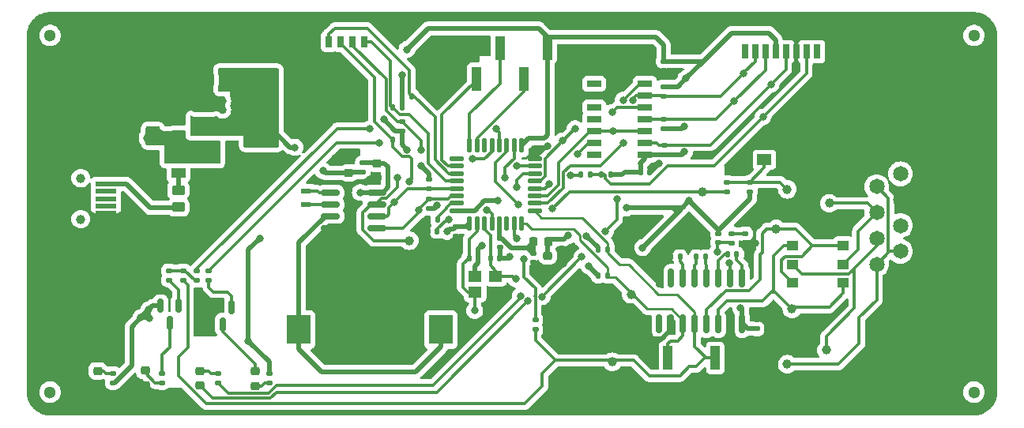
<source format=gbr>
%TF.GenerationSoftware,KiCad,Pcbnew,7.0.2*%
%TF.CreationDate,2023-06-17T11:36:00+01:00*%
%TF.ProjectId,serial_snooper,73657269-616c-45f7-936e-6f6f7065722e,rev?*%
%TF.SameCoordinates,Original*%
%TF.FileFunction,Copper,L1,Top*%
%TF.FilePolarity,Positive*%
%FSLAX46Y46*%
G04 Gerber Fmt 4.6, Leading zero omitted, Abs format (unit mm)*
G04 Created by KiCad (PCBNEW 7.0.2) date 2023-06-17 11:36:00*
%MOMM*%
%LPD*%
G01*
G04 APERTURE LIST*
G04 Aperture macros list*
%AMRoundRect*
0 Rectangle with rounded corners*
0 $1 Rounding radius*
0 $2 $3 $4 $5 $6 $7 $8 $9 X,Y pos of 4 corners*
0 Add a 4 corners polygon primitive as box body*
4,1,4,$2,$3,$4,$5,$6,$7,$8,$9,$2,$3,0*
0 Add four circle primitives for the rounded corners*
1,1,$1+$1,$2,$3*
1,1,$1+$1,$4,$5*
1,1,$1+$1,$6,$7*
1,1,$1+$1,$8,$9*
0 Add four rect primitives between the rounded corners*
20,1,$1+$1,$2,$3,$4,$5,0*
20,1,$1+$1,$4,$5,$6,$7,0*
20,1,$1+$1,$6,$7,$8,$9,0*
20,1,$1+$1,$8,$9,$2,$3,0*%
G04 Aperture macros list end*
%TA.AperFunction,SMDPad,CuDef*%
%ADD10RoundRect,0.218750X0.256250X-0.218750X0.256250X0.218750X-0.256250X0.218750X-0.256250X-0.218750X0*%
%TD*%
%TA.AperFunction,SMDPad,CuDef*%
%ADD11RoundRect,0.140000X-0.140000X-0.170000X0.140000X-0.170000X0.140000X0.170000X-0.140000X0.170000X0*%
%TD*%
%TA.AperFunction,SMDPad,CuDef*%
%ADD12C,1.000000*%
%TD*%
%TA.AperFunction,SMDPad,CuDef*%
%ADD13RoundRect,0.140000X0.170000X-0.140000X0.170000X0.140000X-0.170000X0.140000X-0.170000X-0.140000X0*%
%TD*%
%TA.AperFunction,SMDPad,CuDef*%
%ADD14RoundRect,0.140000X0.140000X0.170000X-0.140000X0.170000X-0.140000X-0.170000X0.140000X-0.170000X0*%
%TD*%
%TA.AperFunction,SMDPad,CuDef*%
%ADD15R,1.200000X1.000000*%
%TD*%
%TA.AperFunction,SMDPad,CuDef*%
%ADD16RoundRect,0.250000X0.250000X0.475000X-0.250000X0.475000X-0.250000X-0.475000X0.250000X-0.475000X0*%
%TD*%
%TA.AperFunction,SMDPad,CuDef*%
%ADD17RoundRect,0.135000X0.185000X-0.135000X0.185000X0.135000X-0.185000X0.135000X-0.185000X-0.135000X0*%
%TD*%
%TA.AperFunction,SMDPad,CuDef*%
%ADD18RoundRect,0.135000X-0.185000X0.135000X-0.185000X-0.135000X0.185000X-0.135000X0.185000X0.135000X0*%
%TD*%
%TA.AperFunction,SMDPad,CuDef*%
%ADD19RoundRect,0.135000X0.135000X0.185000X-0.135000X0.185000X-0.135000X-0.185000X0.135000X-0.185000X0*%
%TD*%
%TA.AperFunction,SMDPad,CuDef*%
%ADD20RoundRect,0.150000X-0.150000X0.587500X-0.150000X-0.587500X0.150000X-0.587500X0.150000X0.587500X0*%
%TD*%
%TA.AperFunction,SMDPad,CuDef*%
%ADD21R,1.400000X1.200000*%
%TD*%
%TA.AperFunction,SMDPad,CuDef*%
%ADD22R,1.000000X2.510000*%
%TD*%
%TA.AperFunction,SMDPad,CuDef*%
%ADD23RoundRect,0.150000X-0.150000X0.825000X-0.150000X-0.825000X0.150000X-0.825000X0.150000X0.825000X0*%
%TD*%
%TA.AperFunction,SMDPad,CuDef*%
%ADD24RoundRect,0.135000X-0.135000X-0.185000X0.135000X-0.185000X0.135000X0.185000X-0.135000X0.185000X0*%
%TD*%
%TA.AperFunction,SMDPad,CuDef*%
%ADD25RoundRect,0.140000X-0.170000X0.140000X-0.170000X-0.140000X0.170000X-0.140000X0.170000X0.140000X0*%
%TD*%
%TA.AperFunction,SMDPad,CuDef*%
%ADD26RoundRect,0.225000X0.250000X-0.225000X0.250000X0.225000X-0.250000X0.225000X-0.250000X-0.225000X0*%
%TD*%
%TA.AperFunction,SMDPad,CuDef*%
%ADD27R,0.800000X1.500000*%
%TD*%
%TA.AperFunction,SMDPad,CuDef*%
%ADD28R,1.150000X1.500000*%
%TD*%
%TA.AperFunction,SMDPad,CuDef*%
%ADD29R,1.500000X1.150000*%
%TD*%
%TA.AperFunction,SMDPad,CuDef*%
%ADD30R,1.400000X1.700000*%
%TD*%
%TA.AperFunction,SMDPad,CuDef*%
%ADD31RoundRect,0.225000X-0.250000X0.225000X-0.250000X-0.225000X0.250000X-0.225000X0.250000X0.225000X0*%
%TD*%
%TA.AperFunction,SMDPad,CuDef*%
%ADD32R,0.760000X1.250000*%
%TD*%
%TA.AperFunction,SMDPad,CuDef*%
%ADD33RoundRect,0.218750X0.218750X0.256250X-0.218750X0.256250X-0.218750X-0.256250X0.218750X-0.256250X0*%
%TD*%
%TA.AperFunction,ComponentPad*%
%ADD34C,1.650000*%
%TD*%
%TA.AperFunction,ComponentPad*%
%ADD35C,4.800000*%
%TD*%
%TA.AperFunction,SMDPad,CuDef*%
%ADD36RoundRect,0.125000X0.125000X-0.625000X0.125000X0.625000X-0.125000X0.625000X-0.125000X-0.625000X0*%
%TD*%
%TA.AperFunction,SMDPad,CuDef*%
%ADD37RoundRect,0.125000X0.625000X-0.125000X0.625000X0.125000X-0.625000X0.125000X-0.625000X-0.125000X0*%
%TD*%
%TA.AperFunction,WasherPad*%
%ADD38C,1.000000*%
%TD*%
%TA.AperFunction,SMDPad,CuDef*%
%ADD39R,2.250000X0.500000*%
%TD*%
%TA.AperFunction,SMDPad,CuDef*%
%ADD40R,2.500000X2.000000*%
%TD*%
%TA.AperFunction,WasherPad*%
%ADD41C,1.300000*%
%TD*%
%TA.AperFunction,SMDPad,CuDef*%
%ADD42RoundRect,0.218750X-0.256250X0.218750X-0.256250X-0.218750X0.256250X-0.218750X0.256250X0.218750X0*%
%TD*%
%TA.AperFunction,SMDPad,CuDef*%
%ADD43RoundRect,0.150000X-0.825000X-0.150000X0.825000X-0.150000X0.825000X0.150000X-0.825000X0.150000X0*%
%TD*%
%TA.AperFunction,SMDPad,CuDef*%
%ADD44R,1.550000X0.700000*%
%TD*%
%TA.AperFunction,SMDPad,CuDef*%
%ADD45R,1.520000X1.000000*%
%TD*%
%TA.AperFunction,SMDPad,CuDef*%
%ADD46RoundRect,0.250000X0.475000X-0.250000X0.475000X0.250000X-0.475000X0.250000X-0.475000X-0.250000X0*%
%TD*%
%TA.AperFunction,SMDPad,CuDef*%
%ADD47R,2.000000X1.500000*%
%TD*%
%TA.AperFunction,SMDPad,CuDef*%
%ADD48R,2.000000X3.800000*%
%TD*%
%TA.AperFunction,SMDPad,CuDef*%
%ADD49RoundRect,0.250000X0.450000X-0.262500X0.450000X0.262500X-0.450000X0.262500X-0.450000X-0.262500X0*%
%TD*%
%TA.AperFunction,SMDPad,CuDef*%
%ADD50R,1.100000X0.600000*%
%TD*%
%TA.AperFunction,SMDPad,CuDef*%
%ADD51R,2.540000X3.170000*%
%TD*%
%TA.AperFunction,SMDPad,CuDef*%
%ADD52R,3.960000X3.960000*%
%TD*%
%TA.AperFunction,ViaPad*%
%ADD53C,0.800000*%
%TD*%
%TA.AperFunction,Conductor*%
%ADD54C,0.500000*%
%TD*%
%TA.AperFunction,Conductor*%
%ADD55C,0.300000*%
%TD*%
%TA.AperFunction,Conductor*%
%ADD56C,0.250000*%
%TD*%
G04 APERTURE END LIST*
D10*
%TO.P,D5,1,K*%
%TO.N,GND*%
X116186666Y-110750000D03*
%TO.P,D5,2,A*%
%TO.N,Net-(D5-A)*%
X116186666Y-109175000D03*
%TD*%
D11*
%TO.P,C19,1*%
%TO.N,+3.3V*%
X169270000Y-87900000D03*
%TO.P,C19,2*%
%TO.N,GND*%
X170230000Y-87900000D03*
%TD*%
D12*
%TO.P,TP34,1,1*%
%TO.N,/RTC_IRQ*%
X144500000Y-95250000D03*
%TD*%
D13*
%TO.P,C4,1*%
%TO.N,/RS232-UART/VS+*%
X177600000Y-95480000D03*
%TO.P,C4,2*%
%TO.N,+3.3V*%
X177600000Y-94520000D03*
%TD*%
D10*
%TO.P,D4,1,K*%
%TO.N,/SD-card-adapter/SD_CS*%
X122093332Y-110787500D03*
%TO.P,D4,2,A*%
%TO.N,/SD-card-adapter/SD_LED_ANODE*%
X122093332Y-109212500D03*
%TD*%
D14*
%TO.P,C7,1*%
%TO.N,/NRST*%
X147500000Y-94250000D03*
%TO.P,C7,2*%
%TO.N,GND*%
X146540000Y-94250000D03*
%TD*%
D15*
%TO.P,SW2,1,A*%
%TO.N,/RS232-UART/R1IN*%
X191000000Y-95800000D03*
%TO.P,SW2,2,B*%
%TO.N,/RS232-UART/DB9_TXD*%
X191000000Y-97800000D03*
%TO.P,SW2,3,C*%
%TO.N,/RS232-UART/T1OUT*%
X191000000Y-99800000D03*
%TO.P,SW2,4,A*%
X185600000Y-95800000D03*
%TO.P,SW2,5,B*%
%TO.N,/RS232-UART/DB9_RXD*%
X185600000Y-97800000D03*
%TO.P,SW2,6,C*%
%TO.N,/RS232-UART/R1IN*%
X185600000Y-99800000D03*
%TD*%
D11*
%TO.P,C8,1*%
%TO.N,/HSE_IN*%
X150900000Y-97106000D03*
%TO.P,C8,2*%
%TO.N,GND*%
X151860000Y-97106000D03*
%TD*%
D16*
%TO.P,C11,1*%
%TO.N,+3.3V*%
X124950000Y-78010000D03*
%TO.P,C11,2*%
%TO.N,GND*%
X123050000Y-78010000D03*
%TD*%
D12*
%TO.P,TP1,1,1*%
%TO.N,/SD-card-adapter/SD_DETECT*%
X185000000Y-89750000D03*
%TD*%
D17*
%TO.P,R2,1*%
%TO.N,+3.3V*%
X112750000Y-110510000D03*
%TO.P,R2,2*%
%TO.N,/PWR_LED_C*%
X112750000Y-109490000D03*
%TD*%
%TO.P,R10,1*%
%TO.N,/RS232-UART/VS+*%
X179000000Y-95510000D03*
%TO.P,R10,2*%
%TO.N,Net-(C14-Pad1)*%
X179000000Y-94490000D03*
%TD*%
D18*
%TO.P,R21,1*%
%TO.N,+3.3V*%
X146600000Y-88690000D03*
%TO.P,R21,2*%
%TO.N,/I2C1_SCL*%
X146600000Y-89710000D03*
%TD*%
D17*
%TO.P,R5,1*%
%TO.N,+3.3V*%
X143702513Y-83500000D03*
%TO.P,R5,2*%
%TO.N,/DIPSWITCH_2*%
X143702513Y-82480000D03*
%TD*%
D19*
%TO.P,R13,1*%
%TO.N,+3.3V*%
X166110000Y-88200000D03*
%TO.P,R13,2*%
%TO.N,/SD-card-adapter/SD_DO*%
X165090000Y-88200000D03*
%TD*%
D12*
%TO.P,TP12,1,1*%
%TO.N,/RS232-UART/DB9_RXD*%
X189200000Y-107000000D03*
%TD*%
D17*
%TO.P,R14,1*%
%TO.N,+3.3V*%
X171800000Y-86020000D03*
%TO.P,R14,2*%
%TO.N,/SD-card-adapter/SD_CLK*%
X171800000Y-85000000D03*
%TD*%
D20*
%TO.P,Q1,1,B*%
%TO.N,Net-(Q1-B)*%
X125450000Y-102375000D03*
%TO.P,Q1,2,E*%
%TO.N,GND*%
X123550000Y-102375000D03*
%TO.P,Q1,3,C*%
%TO.N,Net-(D3-K)*%
X124500000Y-104250000D03*
%TD*%
D12*
%TO.P,TP11,1,1*%
%TO.N,/RS232-UART/DB9_TXD*%
X189500000Y-91250000D03*
%TD*%
D14*
%TO.P,C6,1*%
%TO.N,/RS232-UART/C2+*%
X176230000Y-97000000D03*
%TO.P,C6,2*%
%TO.N,/RS232-UART/C2-*%
X175270000Y-97000000D03*
%TD*%
D18*
%TO.P,R23,1*%
%TO.N,/RealtimeClock/RTC_Vdd*%
X139515000Y-86920000D03*
%TO.P,R23,2*%
%TO.N,+3.3V*%
X139515000Y-87940000D03*
%TD*%
D21*
%TO.P,Y1,1,1*%
%TO.N,/HSE_IN*%
X151550000Y-100750000D03*
%TO.P,Y1,2,2*%
%TO.N,GND*%
X153750000Y-100750000D03*
%TO.P,Y1,3,3*%
%TO.N,/HSE_OUT*%
X153750000Y-99050000D03*
%TO.P,Y1,4,4*%
%TO.N,GND*%
X151550000Y-99050000D03*
%TD*%
D22*
%TO.P,J2,1,Pin_1*%
%TO.N,+3.3V*%
X159290000Y-74595000D03*
%TO.P,J2,2,Pin_2*%
%TO.N,/SWDIO*%
X156750000Y-77905000D03*
%TO.P,J2,3,Pin_3*%
%TO.N,/SWCLK*%
X154210000Y-74595000D03*
%TO.P,J2,4,Pin_4*%
%TO.N,/TRACE_SWO*%
X151670000Y-77905000D03*
%TO.P,J2,5,Pin_5*%
%TO.N,GND*%
X149130000Y-74595000D03*
%TD*%
D23*
%TO.P,U3,1,C1+*%
%TO.N,/RS232-UART/C1+*%
X180180000Y-99250000D03*
%TO.P,U3,2,VS+*%
%TO.N,/RS232-UART/VS+*%
X178910000Y-99250000D03*
%TO.P,U3,3,C1-*%
%TO.N,/RS232-UART/C1-*%
X177640000Y-99250000D03*
%TO.P,U3,4,C2+*%
%TO.N,/RS232-UART/C2+*%
X176370000Y-99250000D03*
%TO.P,U3,5,C2-*%
%TO.N,/RS232-UART/C2-*%
X175100000Y-99250000D03*
%TO.P,U3,6,VS-*%
%TO.N,/RS232-UART/VS-*%
X173830000Y-99250000D03*
%TO.P,U3,7,T2OUT*%
%TO.N,unconnected-(U3-T2OUT-Pad7)*%
X172560000Y-99250000D03*
%TO.P,U3,8,R2IN*%
%TO.N,GND*%
X171290000Y-99250000D03*
%TO.P,U3,9,R2OUT*%
%TO.N,unconnected-(U3-R2OUT-Pad9)*%
X171290000Y-104200000D03*
%TO.P,U3,10,T2IN*%
%TO.N,GND*%
X172560000Y-104200000D03*
%TO.P,U3,11,T1IN*%
%TO.N,/USART2_TX*%
X173830000Y-104200000D03*
%TO.P,U3,12,R1OUT*%
%TO.N,/USART2_RX*%
X175100000Y-104200000D03*
%TO.P,U3,13,R1IN*%
%TO.N,/RS232-UART/R1IN*%
X176370000Y-104200000D03*
%TO.P,U3,14,T1OUT*%
%TO.N,/RS232-UART/T1OUT*%
X177640000Y-104200000D03*
%TO.P,U3,15,GND*%
%TO.N,GND*%
X178910000Y-104200000D03*
%TO.P,U3,16,VCC*%
%TO.N,+3.3V*%
X180180000Y-104200000D03*
%TD*%
D18*
%TO.P,R16,1*%
%TO.N,+3.3V*%
X171750000Y-78740000D03*
%TO.P,R16,2*%
%TO.N,/SD-card-adapter/SD_CS*%
X171750000Y-79760000D03*
%TD*%
D17*
%TO.P,R27,1*%
%TO.N,Net-(D5-A)*%
X118000000Y-110510000D03*
%TO.P,R27,2*%
%TO.N,Net-(Q2-C)*%
X118000000Y-109490000D03*
%TD*%
D24*
%TO.P,R3,1*%
%TO.N,+3.3V*%
X143750000Y-79750000D03*
%TO.P,R3,2*%
%TO.N,/DIPSWITCH_4*%
X144770000Y-79750000D03*
%TD*%
%TO.P,R1,1*%
%TO.N,GND*%
X146500000Y-93000000D03*
%TO.P,R1,2*%
%TO.N,/BOOT0*%
X147520000Y-93000000D03*
%TD*%
D25*
%TO.P,C3,1*%
%TO.N,+3.3V*%
X160862000Y-95120000D03*
%TO.P,C3,2*%
%TO.N,GND*%
X160862000Y-96080000D03*
%TD*%
%TO.P,C2,1*%
%TO.N,+3.3VA*%
X157814000Y-96616000D03*
%TO.P,C2,2*%
%TO.N,GND*%
X157814000Y-97576000D03*
%TD*%
%TO.P,C13,1*%
%TO.N,GND*%
X181735000Y-103745000D03*
%TO.P,C13,2*%
%TO.N,+3.3V*%
X181735000Y-104705000D03*
%TD*%
D26*
%TO.P,C20,1*%
%TO.N,+3.3V*%
X138015000Y-87995000D03*
%TO.P,C20,2*%
%TO.N,GND*%
X138015000Y-86445000D03*
%TD*%
D12*
%TO.P,TP15,1,1*%
%TO.N,/USART2_TX*%
X168250000Y-101000000D03*
%TD*%
D17*
%TO.P,R26,1*%
%TO.N,Net-(Q2-B)*%
X118750000Y-99500000D03*
%TO.P,R26,2*%
%TO.N,Net-(R11-Pad2)*%
X118750000Y-98480000D03*
%TD*%
D27*
%TO.P,J6,1,DAT2*%
%TO.N,unconnected-(J6-DAT2-Pad1)*%
X180450000Y-75000000D03*
%TO.P,J6,2,DAT3/CD*%
%TO.N,/SD-card-adapter/SD_CS*%
X181550000Y-75000000D03*
%TO.P,J6,3,CMD*%
%TO.N,/SD-card-adapter/SD_DI*%
X182650000Y-75000000D03*
%TO.P,J6,4,VDD*%
%TO.N,+3.3V*%
X183750000Y-75000000D03*
%TO.P,J6,5,CLK*%
%TO.N,/SD-card-adapter/SD_CLK*%
X184850000Y-75000000D03*
%TO.P,J6,6,VSS*%
%TO.N,GND*%
X185950000Y-75000000D03*
D28*
X189725000Y-81850000D03*
D27*
%TO.P,J6,7,DAT0*%
%TO.N,/SD-card-adapter/SD_DO*%
X187050000Y-75000000D03*
%TO.P,J6,8,DAT1*%
%TO.N,unconnected-(J6-DAT1-Pad8)*%
X188150000Y-75000000D03*
D29*
%TO.P,J6,9,DET*%
%TO.N,/SD-card-adapter/SD_DETECT*%
X182550000Y-86575000D03*
D30*
%TO.P,J6,10,SHIELD*%
%TO.N,GND*%
X176700000Y-72100000D03*
D29*
X180250000Y-86575000D03*
X189150000Y-86575000D03*
D30*
X189600000Y-72100000D03*
%TD*%
D31*
%TO.P,C21,1*%
%TO.N,/RealtimeClock/RTC_Vdd*%
X141015000Y-86940000D03*
%TO.P,C21,2*%
%TO.N,GND*%
X141015000Y-88490000D03*
%TD*%
D12*
%TO.P,TP13,1,1*%
%TO.N,/RS232-UART/T1OUT*%
X185500000Y-102600000D03*
%TD*%
D11*
%TO.P,C9,1*%
%TO.N,/HSE_OUT*%
X153186000Y-97106000D03*
%TO.P,C9,2*%
%TO.N,GND*%
X154146000Y-97106000D03*
%TD*%
D12*
%TO.P,TP35,1,1*%
%TO.N,GND*%
X112250000Y-101250000D03*
%TD*%
D24*
%TO.P,R19,1*%
%TO.N,+3.3V*%
X164740000Y-99010000D03*
%TO.P,R19,2*%
%TO.N,/USART2_TX*%
X165760000Y-99010000D03*
%TD*%
D17*
%TO.P,R15,1*%
%TO.N,+3.3V*%
X171750000Y-83270000D03*
%TO.P,R15,2*%
%TO.N,/SD-card-adapter/SD_DI*%
X171750000Y-82250000D03*
%TD*%
D32*
%TO.P,SW1,1*%
%TO.N,/DIPSWITCH_1*%
X139700000Y-73900000D03*
%TO.P,SW1,2*%
%TO.N,/DIPSWITCH_2*%
X138430000Y-73900000D03*
%TO.P,SW1,3*%
%TO.N,/DIPSWITCH_3*%
X137160000Y-73900000D03*
%TO.P,SW1,4*%
%TO.N,/DIPSWITCH_4*%
X135890000Y-73900000D03*
%TO.P,SW1,5*%
%TO.N,GND*%
X135890000Y-80050000D03*
%TO.P,SW1,6*%
X137160000Y-80050000D03*
%TO.P,SW1,7*%
X138430000Y-80050000D03*
%TO.P,SW1,8*%
X139700000Y-80050000D03*
%TD*%
D33*
%TO.P,FB1,1*%
%TO.N,+3.3V*%
X159389000Y-95346000D03*
%TO.P,FB1,2*%
%TO.N,+3.3VA*%
X157814000Y-95346000D03*
%TD*%
D34*
%TO.P,J5,1,1*%
%TO.N,Net-(J5-Pad1)*%
X194580000Y-97785000D03*
%TO.P,J5,2,2*%
%TO.N,/RS232-UART/DB9_RXD*%
X194580000Y-95015000D03*
%TO.P,J5,3,3*%
%TO.N,/RS232-UART/DB9_TXD*%
X194580000Y-92245000D03*
%TO.P,J5,4,4*%
%TO.N,Net-(J5-Pad1)*%
X194580000Y-89475000D03*
%TO.P,J5,5,5*%
%TO.N,GND*%
X194580000Y-86705000D03*
%TO.P,J5,6,6*%
%TO.N,Net-(J5-Pad1)*%
X197120000Y-96400000D03*
%TO.P,J5,7,7*%
%TO.N,unconnected-(J5-Pad7)*%
X197120000Y-93630000D03*
%TO.P,J5,8,8*%
%TO.N,GND*%
X197120000Y-90860000D03*
%TO.P,J5,9,9*%
%TO.N,unconnected-(J5-Pad9)*%
X197120000Y-88090000D03*
D35*
%TO.P,J5,MH1,MH1*%
%TO.N,GND*%
X195850000Y-104740000D03*
%TO.P,J5,MH2,MH2*%
X195850000Y-79750000D03*
%TD*%
D36*
%TO.P,U1,1,VDD*%
%TO.N,+3.3V*%
X150950000Y-93425000D03*
%TO.P,U1,2,PF0*%
%TO.N,/HSE_IN*%
X151750000Y-93425000D03*
%TO.P,U1,3,PF1*%
%TO.N,/HSE_OUT*%
X152550000Y-93425000D03*
%TO.P,U1,4,NRST*%
%TO.N,/NRST*%
X153350000Y-93425000D03*
%TO.P,U1,5,VDDA*%
%TO.N,+3.3VA*%
X154150000Y-93425000D03*
%TO.P,U1,6,PA0*%
%TO.N,unconnected-(U1-PA0-Pad6)*%
X154950000Y-93425000D03*
%TO.P,U1,7,PA1*%
%TO.N,/TIM2_CH2*%
X155750000Y-93425000D03*
%TO.P,U1,8,PA2*%
%TO.N,/USART2_TX*%
X156550000Y-93425000D03*
D37*
%TO.P,U1,9,PA3*%
%TO.N,/USART2_RX*%
X157925000Y-92050000D03*
%TO.P,U1,10,PA4*%
%TO.N,/SPI1_CS*%
X157925000Y-91250000D03*
%TO.P,U1,11,PA5*%
%TO.N,/SPI1_CLK*%
X157925000Y-90450000D03*
%TO.P,U1,12,PA6*%
%TO.N,/SPI1_MISO*%
X157925000Y-89650000D03*
%TO.P,U1,13,PA7*%
%TO.N,/SPI1_MOSI*%
X157925000Y-88850000D03*
%TO.P,U1,14,PB0*%
%TO.N,/DIPSWITCH_3*%
X157925000Y-88050000D03*
%TO.P,U1,15,PB1*%
%TO.N,/DIPSWITCH_2*%
X157925000Y-87250000D03*
%TO.P,U1,16,VSS*%
%TO.N,GND*%
X157925000Y-86450000D03*
D36*
%TO.P,U1,17,VDD*%
%TO.N,+3.3V*%
X156550000Y-85075000D03*
%TO.P,U1,18,PA8*%
%TO.N,/RTC_IRQ*%
X155750000Y-85075000D03*
%TO.P,U1,19,PA9*%
%TO.N,/CARD_DETECT*%
X154950000Y-85075000D03*
%TO.P,U1,20,PA10*%
%TO.N,/COMMS_LED*%
X154150000Y-85075000D03*
%TO.P,U1,21,PA11*%
%TO.N,/STATUS_LED*%
X153350000Y-85075000D03*
%TO.P,U1,22,PA12*%
%TO.N,unconnected-(U1-PA12-Pad22)*%
X152550000Y-85075000D03*
%TO.P,U1,23,PA13*%
%TO.N,/SWDIO*%
X151750000Y-85075000D03*
%TO.P,U1,24,PA14*%
%TO.N,/SWCLK*%
X150950000Y-85075000D03*
D37*
%TO.P,U1,25,PA15*%
%TO.N,unconnected-(U1-PA15-Pad25)*%
X149575000Y-86450000D03*
%TO.P,U1,26,PB3*%
%TO.N,/TRACE_SWO*%
X149575000Y-87250000D03*
%TO.P,U1,27,PB4*%
%TO.N,/DIPSWITCH_4*%
X149575000Y-88050000D03*
%TO.P,U1,28,PB5*%
%TO.N,/DIPSWITCH_1*%
X149575000Y-88850000D03*
%TO.P,U1,29,PB6*%
%TO.N,/I2C1_SCL*%
X149575000Y-89650000D03*
%TO.P,U1,30,PB7*%
%TO.N,/I2C1_SDA*%
X149575000Y-90450000D03*
%TO.P,U1,31,BOOT0*%
%TO.N,/BOOT0*%
X149575000Y-91250000D03*
%TO.P,U1,32,VSS*%
%TO.N,GND*%
X149575000Y-92050000D03*
%TD*%
D14*
%TO.P,C5,1*%
%TO.N,/RS232-UART/C1+*%
X179580000Y-96750000D03*
%TO.P,C5,2*%
%TO.N,/RS232-UART/C1-*%
X178620000Y-96750000D03*
%TD*%
D17*
%TO.P,R18,1*%
%TO.N,Net-(IC1-6Y)*%
X124000000Y-110510000D03*
%TO.P,R18,2*%
%TO.N,/SD-card-adapter/SD_LED_ANODE*%
X124000000Y-109490000D03*
%TD*%
D12*
%TO.P,TP7,1,1*%
%TO.N,/CARD_DETECT*%
X175900000Y-90000000D03*
%TD*%
%TO.P,TP16,1,1*%
%TO.N,/USART2_RX*%
X166250000Y-108250000D03*
%TD*%
D19*
%TO.P,R4,1*%
%TO.N,+3.3V*%
X143700000Y-84450000D03*
%TO.P,R4,2*%
%TO.N,/DIPSWITCH_3*%
X142680000Y-84450000D03*
%TD*%
D38*
%TO.P,J8,*%
%TO.N,*%
X109285000Y-88550000D03*
X109285000Y-92950000D03*
D39*
%TO.P,J8,1,VBUS*%
%TO.N,Net-(J8-VBUS)*%
X111990000Y-89150000D03*
%TO.P,J8,2,D-*%
%TO.N,unconnected-(J8-D--Pad2)*%
X111990000Y-89950000D03*
%TO.P,J8,3,D+*%
%TO.N,unconnected-(J8-D+-Pad3)*%
X111990000Y-90750000D03*
%TO.P,J8,4,ID*%
%TO.N,unconnected-(J8-ID-Pad4)*%
X111990000Y-91550000D03*
%TO.P,J8,5,GND*%
%TO.N,GND*%
X111990000Y-92350000D03*
D40*
%TO.P,J8,6,Shield*%
X111865000Y-86300000D03*
X106415000Y-86300000D03*
X111865000Y-95200000D03*
X106415000Y-95200000D03*
%TD*%
D24*
%TO.P,R20,1*%
%TO.N,+3.3V*%
X164740000Y-96200000D03*
%TO.P,R20,2*%
%TO.N,/USART2_RX*%
X165760000Y-96200000D03*
%TD*%
D25*
%TO.P,C17,1*%
%TO.N,+3.3V*%
X149500000Y-93770000D03*
%TO.P,C17,2*%
%TO.N,GND*%
X149500000Y-94730000D03*
%TD*%
D41*
%TO.P,H4,*%
%TO.N,*%
X106000000Y-73250000D03*
%TD*%
D42*
%TO.P,D3,1,K*%
%TO.N,Net-(D3-K)*%
X128000000Y-109252500D03*
%TO.P,D3,2,A*%
%TO.N,Net-(D3-A)*%
X128000000Y-110827500D03*
%TD*%
D22*
%TO.P,J1,1,Pin_1*%
%TO.N,/USART2_RX*%
X177290000Y-107845000D03*
%TO.P,J1,2,Pin_2*%
%TO.N,GND*%
X174750000Y-111155000D03*
%TO.P,J1,3,Pin_3*%
%TO.N,/USART2_TX*%
X172210000Y-107845000D03*
%TD*%
D17*
%TO.P,R25,1*%
%TO.N,/CARD_DETECT*%
X178500000Y-90000000D03*
%TO.P,R25,2*%
%TO.N,/SD-card-adapter/SD_DETECT*%
X178500000Y-88980000D03*
%TD*%
D25*
%TO.P,C16,1*%
%TO.N,+3.3V*%
X158062000Y-84309000D03*
%TO.P,C16,2*%
%TO.N,GND*%
X158062000Y-85269000D03*
%TD*%
D43*
%TO.P,U4,1,OSCI*%
%TO.N,Net-(U4-OSCI)*%
X136040000Y-90090000D03*
%TO.P,U4,2,OSCO*%
%TO.N,Net-(U4-OSCO)*%
X136040000Y-91360000D03*
%TO.P,U4,3,VBAT*%
%TO.N,/RealtimeClock/Battery+*%
X136040000Y-92630000D03*
%TO.P,U4,4,VSS*%
%TO.N,GND*%
X136040000Y-93900000D03*
%TO.P,U4,5,SDA*%
%TO.N,/I2C1_SDA*%
X140990000Y-93900000D03*
%TO.P,U4,6,SCL*%
%TO.N,/I2C1_SCL*%
X140990000Y-92630000D03*
%TO.P,U4,7,~{INT1}/CLKOUT*%
%TO.N,/RTC_IRQ*%
X140990000Y-91360000D03*
%TO.P,U4,8,VDD*%
%TO.N,/RealtimeClock/RTC_Vdd*%
X140990000Y-90090000D03*
%TD*%
D44*
%TO.P,IC1,1,VCC*%
%TO.N,+3.3V*%
X169750000Y-86040000D03*
%TO.P,IC1,2,1Y*%
%TO.N,/SD-card-adapter/SD_CLK*%
X169750000Y-84770000D03*
%TO.P,IC1,3,1A*%
%TO.N,/SPI1_CLK*%
X169750000Y-83500000D03*
%TO.P,IC1,4,2Y*%
%TO.N,/SD-card-adapter/SD_DI*%
X169750000Y-82230000D03*
%TO.P,IC1,5,2A*%
%TO.N,/SPI1_MOSI*%
X169750000Y-80960000D03*
%TO.P,IC1,6,3Y*%
%TO.N,/SD-card-adapter/SD_CS*%
X169750000Y-79690000D03*
%TO.P,IC1,7,3A*%
%TO.N,/SPI1_CS*%
X169750000Y-78420000D03*
%TO.P,IC1,8,GND*%
%TO.N,GND*%
X169750000Y-77150000D03*
%TO.P,IC1,9,4A*%
X164300000Y-77150000D03*
%TO.P,IC1,10,4Y*%
%TO.N,unconnected-(IC1-4Y-Pad10)*%
X164300000Y-78420000D03*
%TO.P,IC1,11,5A*%
%TO.N,GND*%
X164300000Y-79690000D03*
%TO.P,IC1,12,5Y*%
%TO.N,unconnected-(IC1-5Y-Pad12)*%
X164300000Y-80960000D03*
%TO.P,IC1,13,N.C._1*%
%TO.N,unconnected-(IC1-N.C._1-Pad13)*%
X164300000Y-82230000D03*
%TO.P,IC1,14,6A*%
%TO.N,/SPI1_CLK*%
X164300000Y-83500000D03*
%TO.P,IC1,15,6Y*%
%TO.N,Net-(IC1-6Y)*%
X164300000Y-84770000D03*
%TO.P,IC1,16,N.C._2*%
%TO.N,unconnected-(IC1-N.C._2-Pad16)*%
X164300000Y-86040000D03*
%TD*%
D17*
%TO.P,R12,1*%
%TO.N,Net-(Q1-B)*%
X123000000Y-99510000D03*
%TO.P,R12,2*%
%TO.N,/STATUS_LED*%
X123000000Y-98490000D03*
%TD*%
%TO.P,R17,1*%
%TO.N,+3.3V*%
X181000000Y-90000000D03*
%TO.P,R17,2*%
%TO.N,/SD-card-adapter/SD_DETECT*%
X181000000Y-88980000D03*
%TD*%
D41*
%TO.P,H1,*%
%TO.N,*%
X205000000Y-111500000D03*
%TD*%
D17*
%TO.P,R11,1*%
%TO.N,/USART2_RX*%
X120250000Y-99500000D03*
%TO.P,R11,2*%
%TO.N,Net-(R11-Pad2)*%
X120250000Y-98480000D03*
%TD*%
D12*
%TO.P,TP17,1,1*%
%TO.N,Net-(J5-Pad1)*%
X185000000Y-108500000D03*
%TD*%
D11*
%TO.P,C12,1*%
%TO.N,GND*%
X172540000Y-97000000D03*
%TO.P,C12,2*%
%TO.N,/RS232-UART/VS-*%
X173500000Y-97000000D03*
%TD*%
D10*
%TO.P,D1,1,K*%
%TO.N,GND*%
X111100000Y-110787500D03*
%TO.P,D1,2,A*%
%TO.N,/PWR_LED_C*%
X111100000Y-109212500D03*
%TD*%
D25*
%TO.P,C1,1*%
%TO.N,+3.3VA*%
X154250000Y-95020000D03*
%TO.P,C1,2*%
%TO.N,GND*%
X154250000Y-95980000D03*
%TD*%
D45*
%TO.P,F2,1,1*%
%TO.N,Net-(F2-Pad1)*%
X119750000Y-88020000D03*
%TO.P,F2,2,2*%
%TO.N,/VBUS_after_fuse*%
X119750000Y-86000000D03*
%TD*%
D12*
%TO.P,TP25,1,1*%
%TO.N,/VBUS_after_fuse*%
X116500000Y-84260000D03*
%TD*%
D46*
%TO.P,C10,1*%
%TO.N,/VBUS_after_fuse*%
X119750000Y-83910000D03*
%TO.P,C10,2*%
%TO.N,GND*%
X119750000Y-82010000D03*
%TD*%
D47*
%TO.P,U2,1,GND*%
%TO.N,GND*%
X122500000Y-80710000D03*
%TO.P,U2,2,VO*%
%TO.N,+3.3V*%
X122500000Y-83010000D03*
D48*
X128800000Y-83010000D03*
D47*
%TO.P,U2,3,VI*%
%TO.N,/VBUS_after_fuse*%
X122500000Y-85310000D03*
%TD*%
D31*
%TO.P,C15,1*%
%TO.N,+3.3V*%
X159338000Y-96870000D03*
%TO.P,C15,2*%
%TO.N,GND*%
X159338000Y-98420000D03*
%TD*%
D17*
%TO.P,R8,1*%
%TO.N,Net-(D3-A)*%
X129500000Y-110520000D03*
%TO.P,R8,2*%
%TO.N,+3.3V*%
X129500000Y-109500000D03*
%TD*%
%TO.P,R28,1*%
%TO.N,/USART2_RX*%
X158000000Y-104770000D03*
%TO.P,R28,2*%
%TO.N,/TIM2_CH2*%
X158000000Y-103750000D03*
%TD*%
D41*
%TO.P,H3,*%
%TO.N,*%
X106000000Y-111500000D03*
%TD*%
D12*
%TO.P,TP14,1,1*%
%TO.N,/RS232-UART/R1IN*%
X183800000Y-94000000D03*
%TD*%
D49*
%TO.P,R9,1*%
%TO.N,Net-(J8-VBUS)*%
X119750000Y-91672500D03*
%TO.P,R9,2*%
%TO.N,Net-(F2-Pad1)*%
X119750000Y-89847500D03*
%TD*%
D50*
%TO.P,Y2,1,1*%
%TO.N,Net-(U4-OSCI)*%
X133430000Y-89950000D03*
%TO.P,Y2,2,2*%
%TO.N,Net-(U4-OSCO)*%
X133430000Y-91350000D03*
%TD*%
D51*
%TO.P,H5,1,+*%
%TO.N,/RealtimeClock/Battery+*%
X132660000Y-104800000D03*
%TO.P,H5,2,-*%
X147900000Y-104800000D03*
D52*
%TO.P,H5,MP1,MP1*%
%TO.N,GND*%
X140280000Y-104800000D03*
%TD*%
D24*
%TO.P,R24,1*%
%TO.N,/SPI1_MISO*%
X162890000Y-88200000D03*
%TO.P,R24,2*%
%TO.N,/SD-card-adapter/SD_DO*%
X163910000Y-88200000D03*
%TD*%
D20*
%TO.P,Q2,1,B*%
%TO.N,Net-(Q2-B)*%
X119750000Y-102250000D03*
%TO.P,Q2,2,E*%
%TO.N,+3.3V*%
X117850000Y-102250000D03*
%TO.P,Q2,3,C*%
%TO.N,Net-(Q2-C)*%
X118800000Y-104125000D03*
%TD*%
D19*
%TO.P,R6,1*%
%TO.N,+3.3V*%
X143700000Y-80950000D03*
%TO.P,R6,2*%
%TO.N,/DIPSWITCH_1*%
X142680000Y-80950000D03*
%TD*%
D41*
%TO.P,H2,*%
%TO.N,*%
X205000000Y-73250000D03*
%TD*%
D25*
%TO.P,C18,1*%
%TO.N,+3.3V*%
X171750000Y-76020000D03*
%TO.P,C18,2*%
%TO.N,GND*%
X171750000Y-76980000D03*
%TD*%
D17*
%TO.P,R22,1*%
%TO.N,+3.3V*%
X146600000Y-91800000D03*
%TO.P,R22,2*%
%TO.N,/I2C1_SDA*%
X146600000Y-90780000D03*
%TD*%
D25*
%TO.P,C14,1*%
%TO.N,Net-(C14-Pad1)*%
X180500000Y-94520000D03*
%TO.P,C14,2*%
%TO.N,GND*%
X180500000Y-95480000D03*
%TD*%
D18*
%TO.P,R7,1*%
%TO.N,/COMMS_LED*%
X121750000Y-98490000D03*
%TO.P,R7,2*%
%TO.N,Net-(R11-Pad2)*%
X121750000Y-99510000D03*
%TD*%
D53*
%TO.N,GND*%
X161000000Y-97750000D03*
X172250000Y-72000000D03*
X136555000Y-86400500D03*
X127500000Y-73500000D03*
X141000000Y-99750000D03*
X126750000Y-88750000D03*
X117500000Y-73500000D03*
X136500000Y-77000000D03*
X154000000Y-91000000D03*
X116000000Y-95250000D03*
X165500000Y-102000000D03*
X202500000Y-91000000D03*
X125000000Y-73500000D03*
X107500000Y-78500000D03*
X167500000Y-111000000D03*
X123750000Y-88750000D03*
X114250000Y-75500000D03*
X121250000Y-94000000D03*
X186250000Y-92250000D03*
X107500000Y-76000000D03*
X122500000Y-73500000D03*
X162000000Y-103750000D03*
X202500000Y-76000000D03*
X111000000Y-82250000D03*
X202500000Y-106000000D03*
X185000000Y-111000000D03*
X188400000Y-104400000D03*
X182500000Y-108000000D03*
X169500000Y-105750000D03*
X171500000Y-97000000D03*
X132500000Y-73500000D03*
X144500000Y-104750000D03*
X164750000Y-75500000D03*
X155250000Y-97000000D03*
X121250000Y-78510000D03*
X202500000Y-103500000D03*
X112500000Y-73500000D03*
X137750000Y-101250000D03*
X107500000Y-98500000D03*
X197500000Y-73500000D03*
X111250000Y-103750000D03*
X165250000Y-72000000D03*
X200000000Y-73500000D03*
X147750000Y-79250000D03*
X171250000Y-87000000D03*
X146250000Y-75750000D03*
X185500000Y-83750000D03*
X130000000Y-73500000D03*
X122000000Y-103750000D03*
X202500000Y-86000000D03*
X202500000Y-98500000D03*
X202500000Y-93500000D03*
X107500000Y-81000000D03*
X183800000Y-104400000D03*
X192500000Y-111000000D03*
X115000000Y-73500000D03*
X107500000Y-108500000D03*
X135000000Y-99500000D03*
X182000000Y-84600000D03*
X152250000Y-95750000D03*
X168750000Y-72000000D03*
X162000000Y-72000000D03*
X114250000Y-80510000D03*
X133500000Y-83250000D03*
X107500000Y-103500000D03*
X202500000Y-81000000D03*
X147250000Y-99500000D03*
X148750000Y-101250000D03*
X119000000Y-80510000D03*
X136000000Y-104500000D03*
X120000000Y-73500000D03*
X126750000Y-91000000D03*
X137500000Y-96000000D03*
X165000000Y-111000000D03*
X169250000Y-75250000D03*
X161500000Y-79750000D03*
X195000000Y-73500000D03*
X174250000Y-94500000D03*
X181550500Y-95500000D03*
X120250000Y-80510000D03*
X182500000Y-111000000D03*
X107500000Y-83500000D03*
X202500000Y-83500000D03*
X197500000Y-111000000D03*
X110000000Y-73500000D03*
X132000000Y-81000000D03*
X202500000Y-96000000D03*
X159345023Y-85095023D03*
X168500000Y-94250000D03*
X187250000Y-81000000D03*
X195000000Y-111000000D03*
X153500000Y-102250000D03*
X107500000Y-106000000D03*
X202500000Y-101000000D03*
X192500000Y-73500000D03*
X202500000Y-78500000D03*
X123750000Y-91000000D03*
X124500000Y-81260000D03*
X107500000Y-101000000D03*
X121250000Y-77260000D03*
X202500000Y-88500000D03*
X200000000Y-111000000D03*
X124500000Y-80260000D03*
X116250000Y-77250000D03*
%TO.N,+3.3V*%
X148529977Y-94279977D03*
X135250000Y-87750000D03*
X143750000Y-77500000D03*
X180000000Y-102500000D03*
X145750000Y-87250000D03*
X174000000Y-83000000D03*
X141750000Y-82250000D03*
X116600000Y-103600000D03*
X144250000Y-74750000D03*
X128500000Y-95000000D03*
X147500000Y-91500000D03*
X144250000Y-85499500D03*
X163750000Y-98000000D03*
X161500000Y-94724500D03*
X116575000Y-102675000D03*
X127250000Y-106000000D03*
X167750000Y-91750000D03*
X174000000Y-85750000D03*
X115725000Y-103525000D03*
X132250000Y-85250000D03*
X174500000Y-91000000D03*
X163500000Y-94750000D03*
X169500000Y-96000000D03*
X174125000Y-77875000D03*
%TO.N,/RS232-UART/VS+*%
X178750000Y-97659500D03*
X177500000Y-96500000D03*
%TO.N,/NRST*%
X148750000Y-93000000D03*
X152750000Y-92000000D03*
%TO.N,/HSE_IN*%
X151500000Y-102750000D03*
%TO.N,/HSE_OUT*%
X155895023Y-99354977D03*
%TO.N,/RealtimeClock/RTC_Vdd*%
X139250000Y-90090000D03*
%TO.N,/SD-card-adapter/SD_CS*%
X158750000Y-101250000D03*
X157230500Y-101750000D03*
X180300000Y-77300000D03*
X168497215Y-80210500D03*
X165500000Y-94250000D03*
X166730822Y-90749500D03*
X162987701Y-97012299D03*
%TO.N,/SD-card-adapter/SD_CLK*%
X183250000Y-78500000D03*
%TO.N,/SPI1_CLK*%
X166300000Y-83500000D03*
%TO.N,/SD-card-adapter/SD_DI*%
X179300000Y-80300000D03*
%TO.N,/SPI1_MOSI*%
X160950000Y-84550000D03*
X162250000Y-83250000D03*
X166250000Y-81500000D03*
%TO.N,/SPI1_CS*%
X167400000Y-84765000D03*
X167400000Y-80200000D03*
%TO.N,Net-(IC1-6Y)*%
X162500000Y-86000000D03*
X156405700Y-101185455D03*
%TO.N,/TIM2_CH2*%
X156000000Y-95000000D03*
X156750000Y-97250000D03*
%TO.N,/SD-card-adapter/SD_DO*%
X182400000Y-82000000D03*
%TO.N,/DIPSWITCH_3*%
X156000000Y-89500000D03*
X144500000Y-88960500D03*
%TO.N,/DIPSWITCH_2*%
X145750000Y-85500000D03*
X156000000Y-87250000D03*
%TO.N,/COMMS_LED*%
X140250000Y-83250000D03*
X153779977Y-83279977D03*
%TO.N,/STATUS_LED*%
X141250000Y-84750000D03*
X151250000Y-86500000D03*
%TO.N,/I2C1_SCL*%
X142875000Y-91125000D03*
%TO.N,/I2C1_SDA*%
X145500000Y-92000000D03*
%TO.N,/SPI1_MISO*%
X159470023Y-89220023D03*
X161750000Y-88250000D03*
%TO.N,/CARD_DETECT*%
X159824612Y-91830081D03*
X156200000Y-91400000D03*
%TO.N,/RTC_IRQ*%
X154750000Y-88500000D03*
X143250000Y-88500000D03*
%TD*%
D54*
%TO.N,+3.3VA*%
X157198000Y-96000000D02*
X157814000Y-96000000D01*
X157814000Y-95346000D02*
X157814000Y-96000000D01*
X154250000Y-95020000D02*
X154434386Y-95020000D01*
X154150000Y-93425000D02*
X154150000Y-94920000D01*
X157198000Y-96000000D02*
X157814000Y-96616000D01*
X154434386Y-95020000D02*
X155414386Y-96000000D01*
X154150000Y-94920000D02*
X154250000Y-95020000D01*
X157160000Y-96000000D02*
X157814000Y-95346000D01*
X155414386Y-96000000D02*
X157814000Y-96000000D01*
X157160000Y-96000000D02*
X157198000Y-96000000D01*
X157814000Y-96000000D02*
X157814000Y-96616000D01*
%TO.N,GND*%
X154250000Y-97002000D02*
X154146000Y-97106000D01*
X171500000Y-97000000D02*
X171290000Y-97210000D01*
X140260000Y-88490000D02*
X139875000Y-88875000D01*
X160862000Y-97612000D02*
X161000000Y-97750000D01*
X172560000Y-104200000D02*
X172560000Y-104753528D01*
X152547918Y-91000000D02*
X154000000Y-91000000D01*
X172560000Y-104753528D02*
X171563528Y-105750000D01*
X157814000Y-97814000D02*
X158420000Y-98420000D01*
X181530500Y-95480000D02*
X180500000Y-95480000D01*
X154250000Y-95980000D02*
X154250000Y-97002000D01*
X171563528Y-105750000D02*
X169500000Y-105750000D01*
X151860000Y-97106000D02*
X151860000Y-97640000D01*
X160862000Y-96080000D02*
X160862000Y-97612000D01*
X151497918Y-92050000D02*
X152547918Y-91000000D01*
X136599500Y-86445000D02*
X138015000Y-86445000D01*
X151860000Y-97640000D02*
X151500000Y-98000000D01*
X151500000Y-98000000D02*
X151550000Y-98050000D01*
X171290000Y-97210000D02*
X171290000Y-99250000D01*
X151860000Y-97106000D02*
X151860000Y-96140000D01*
X158062000Y-86313000D02*
X157925000Y-86450000D01*
X159171046Y-85269000D02*
X159345023Y-85095023D01*
X141015000Y-88490000D02*
X140260000Y-88490000D01*
X151550000Y-98050000D02*
X151550000Y-99050000D01*
X171500000Y-97000000D02*
X172540000Y-97000000D01*
X157814000Y-97576000D02*
X157814000Y-97814000D01*
X154146000Y-97106000D02*
X155144000Y-97106000D01*
X155144000Y-97106000D02*
X155250000Y-97000000D01*
X158062000Y-85269000D02*
X159171046Y-85269000D01*
X160330000Y-98420000D02*
X161000000Y-97750000D01*
X153750000Y-100750000D02*
X153750000Y-102000000D01*
X149575000Y-92050000D02*
X151497918Y-92050000D01*
X151860000Y-96140000D02*
X152250000Y-95750000D01*
X158420000Y-98420000D02*
X159338000Y-98420000D01*
X170350000Y-87900000D02*
X171250000Y-87000000D01*
X181550500Y-95500000D02*
X181530500Y-95480000D01*
X158062000Y-85269000D02*
X158062000Y-86313000D01*
X170230000Y-87900000D02*
X170350000Y-87900000D01*
X153750000Y-102000000D02*
X153500000Y-102250000D01*
X159338000Y-98420000D02*
X160330000Y-98420000D01*
X136555000Y-86400500D02*
X136599500Y-86445000D01*
%TO.N,+3.3V*%
X169750000Y-86040000D02*
X171730000Y-86040000D01*
X167600000Y-87900000D02*
X169270000Y-87900000D01*
X173730000Y-86020000D02*
X174000000Y-85750000D01*
X180180000Y-102680000D02*
X180000000Y-102500000D01*
X138015000Y-87995000D02*
X135495000Y-87995000D01*
X129500000Y-109500000D02*
X129500000Y-108250000D01*
X171750000Y-78740000D02*
X173260000Y-78740000D01*
X128500000Y-95000000D02*
X127250000Y-96250000D01*
X164740000Y-95990000D02*
X163500000Y-94750000D01*
X115725000Y-103525000D02*
X116525000Y-103525000D01*
X169250000Y-87000000D02*
X169270000Y-87020000D01*
X171730000Y-86040000D02*
X171750000Y-86020000D01*
X180180000Y-104200000D02*
X180200000Y-104200000D01*
X129500000Y-108250000D02*
X127250000Y-106000000D01*
X138070000Y-87940000D02*
X138015000Y-87995000D01*
X171750000Y-86020000D02*
X173730000Y-86020000D01*
X167750000Y-91750000D02*
X172750000Y-91750000D01*
X171750000Y-83270000D02*
X173730000Y-83270000D01*
X159338000Y-96870000D02*
X159338000Y-95397000D01*
X143702513Y-83500000D02*
X143000000Y-83500000D01*
X159615000Y-95120000D02*
X159389000Y-95346000D01*
X173730000Y-83270000D02*
X174000000Y-83000000D01*
X114750000Y-108637315D02*
X112877315Y-110510000D01*
X127250000Y-96250000D02*
X127250000Y-106000000D01*
X160862000Y-95120000D02*
X161070046Y-95120000D01*
X172750000Y-91750000D02*
X173750000Y-91750000D01*
X174125000Y-77875000D02*
X175980000Y-76020000D01*
X183750000Y-73750000D02*
X183750000Y-75000000D01*
X146600000Y-91800000D02*
X147200000Y-91800000D01*
X115725000Y-103525000D02*
X116575000Y-102675000D01*
X148809954Y-94000000D02*
X149270000Y-94000000D01*
X143750000Y-80900000D02*
X143700000Y-80950000D01*
X166110000Y-88200000D02*
X167300000Y-88200000D01*
X143000000Y-83500000D02*
X141750000Y-82250000D01*
X173750000Y-91750000D02*
X174500000Y-91000000D01*
X169750000Y-86500000D02*
X169250000Y-87000000D01*
X143702513Y-84447487D02*
X143700000Y-84450000D01*
X131750000Y-85250000D02*
X132250000Y-85250000D01*
X170940000Y-73440000D02*
X171750000Y-74250000D01*
X159290000Y-83960000D02*
X158941000Y-84309000D01*
X135495000Y-87995000D02*
X135250000Y-87750000D01*
X175980000Y-76020000D02*
X179000000Y-73000000D01*
X149500000Y-93770000D02*
X150605000Y-93770000D01*
X173250000Y-92250000D02*
X174500000Y-91000000D01*
X177600000Y-94520000D02*
X177600000Y-94100000D01*
X129510000Y-83010000D02*
X131750000Y-85250000D01*
X164740000Y-98990000D02*
X163750000Y-98000000D01*
X169270000Y-87020000D02*
X169270000Y-87900000D01*
X149270000Y-94000000D02*
X149500000Y-93770000D01*
X164740000Y-96200000D02*
X164740000Y-95990000D01*
X116575000Y-103575000D02*
X116600000Y-103600000D01*
X181000000Y-90750000D02*
X177600000Y-94150000D01*
X158941000Y-84309000D02*
X158062000Y-84309000D01*
X146600000Y-88100000D02*
X145750000Y-87250000D01*
X156550000Y-85075000D02*
X157316000Y-84309000D01*
X157316000Y-84309000D02*
X158062000Y-84309000D01*
X171750000Y-76020000D02*
X175980000Y-76020000D01*
X116575000Y-102675000D02*
X117000000Y-102250000D01*
X143700000Y-84450000D02*
X143700000Y-84949500D01*
X164740000Y-99010000D02*
X164740000Y-98990000D01*
X143700000Y-84949500D02*
X144250000Y-85499500D01*
X161465546Y-94724500D02*
X161500000Y-94724500D01*
X171750000Y-74250000D02*
X171750000Y-76020000D01*
X117000000Y-102250000D02*
X117850000Y-102250000D01*
X147200000Y-91800000D02*
X147500000Y-91500000D01*
X159290000Y-73440000D02*
X159290000Y-83960000D01*
X159290000Y-73440000D02*
X170940000Y-73440000D01*
X158350000Y-72500000D02*
X159290000Y-73440000D01*
X139515000Y-87940000D02*
X138070000Y-87940000D01*
X128800000Y-83010000D02*
X129510000Y-83010000D01*
X116575000Y-102675000D02*
X116575000Y-103575000D01*
X169500000Y-96000000D02*
X173250000Y-92250000D01*
X181000000Y-90000000D02*
X181000000Y-90750000D01*
X180705000Y-104705000D02*
X181735000Y-104705000D01*
X112877315Y-110510000D02*
X112750000Y-110510000D01*
X180180000Y-104200000D02*
X180180000Y-102680000D01*
X172750000Y-91750000D02*
X173250000Y-92250000D01*
X177600000Y-94150000D02*
X177600000Y-94520000D01*
X143702513Y-83500000D02*
X143702513Y-84447487D01*
X179000000Y-73000000D02*
X183000000Y-73000000D01*
X167300000Y-88200000D02*
X167600000Y-87900000D01*
X169750000Y-86040000D02*
X169750000Y-86500000D01*
X117000000Y-102250000D02*
X117250000Y-102250000D01*
X115725000Y-103525000D02*
X114750000Y-104500000D01*
X114750000Y-104500000D02*
X114750000Y-108637315D01*
X146600000Y-88690000D02*
X146600000Y-88100000D01*
X148529977Y-94279977D02*
X148809954Y-94000000D01*
X143750000Y-79750000D02*
X143750000Y-80900000D01*
X159338000Y-95397000D02*
X159389000Y-95346000D01*
X146500000Y-72500000D02*
X158350000Y-72500000D01*
X161070046Y-95120000D02*
X161465546Y-94724500D01*
X144250000Y-74750000D02*
X146500000Y-72500000D01*
X143750000Y-79750000D02*
X143750000Y-77500000D01*
X116525000Y-103525000D02*
X116600000Y-103600000D01*
X150605000Y-93770000D02*
X150950000Y-93425000D01*
X173260000Y-78740000D02*
X174125000Y-77875000D01*
X160862000Y-95120000D02*
X159615000Y-95120000D01*
X180200000Y-104200000D02*
X180705000Y-104705000D01*
X177600000Y-94100000D02*
X174500000Y-91000000D01*
X183000000Y-73000000D02*
X183750000Y-73750000D01*
D55*
%TO.N,/RS232-UART/VS+*%
X177600000Y-95480000D02*
X178970000Y-95480000D01*
X178970000Y-95480000D02*
X179000000Y-95510000D01*
X177500000Y-96500000D02*
X177500000Y-95580000D01*
X178910000Y-99250000D02*
X178910000Y-97819500D01*
X177500000Y-95580000D02*
X177600000Y-95480000D01*
X178910000Y-97819500D02*
X178750000Y-97659500D01*
%TO.N,/RS232-UART/C1+*%
X179580000Y-97330000D02*
X179580000Y-96750000D01*
X180180000Y-97930000D02*
X179580000Y-97330000D01*
X180180000Y-99250000D02*
X180180000Y-97930000D01*
%TO.N,/RS232-UART/C1-*%
X178310661Y-96750000D02*
X177810661Y-97250000D01*
X177810661Y-97250000D02*
X177780331Y-97250000D01*
X178620000Y-96750000D02*
X178310661Y-96750000D01*
X177640000Y-97390331D02*
X177640000Y-99250000D01*
X177780331Y-97250000D02*
X177640000Y-97390331D01*
%TO.N,/RS232-UART/C2+*%
X176370000Y-97870000D02*
X176230000Y-97730000D01*
X176370000Y-99250000D02*
X176370000Y-97870000D01*
X176230000Y-97730000D02*
X176230000Y-97000000D01*
%TO.N,/RS232-UART/C2-*%
X175100000Y-97900000D02*
X175270000Y-97730000D01*
X175100000Y-99250000D02*
X175100000Y-97900000D01*
X175270000Y-97730000D02*
X175270000Y-97000000D01*
%TO.N,/NRST*%
X147500000Y-94250000D02*
X147500000Y-94025894D01*
X153350000Y-92403249D02*
X153350000Y-93425000D01*
X152750000Y-92000000D02*
X152946751Y-92000000D01*
X147500000Y-94025894D02*
X148525894Y-93000000D01*
X148525894Y-93000000D02*
X148750000Y-93000000D01*
X152946751Y-92000000D02*
X153350000Y-92403249D01*
%TO.N,/HSE_IN*%
X150250000Y-97756000D02*
X150250000Y-100250000D01*
X151750000Y-94250000D02*
X150900000Y-95100000D01*
X150900000Y-95100000D02*
X150900000Y-97106000D01*
X150750000Y-100750000D02*
X151550000Y-100750000D01*
X151550000Y-102700000D02*
X151500000Y-102750000D01*
X151550000Y-100750000D02*
X151550000Y-102700000D01*
X150250000Y-100250000D02*
X150750000Y-100750000D01*
X151750000Y-93425000D02*
X151750000Y-94250000D01*
X150900000Y-97106000D02*
X150250000Y-97756000D01*
%TO.N,/HSE_OUT*%
X153186000Y-94686000D02*
X153186000Y-97106000D01*
X153750000Y-98500000D02*
X153186000Y-97936000D01*
X155590046Y-99050000D02*
X155895023Y-99354977D01*
X152550000Y-93425000D02*
X152550000Y-94050000D01*
X153186000Y-97936000D02*
X153186000Y-97106000D01*
X153750000Y-99050000D02*
X153750000Y-98500000D01*
X153750000Y-99050000D02*
X155590046Y-99050000D01*
X152550000Y-94050000D02*
X153186000Y-94686000D01*
%TO.N,/RS232-UART/VS-*%
X173500000Y-97500000D02*
X173830000Y-97830000D01*
X173830000Y-97830000D02*
X173830000Y-99250000D01*
X173500000Y-97000000D02*
X173500000Y-97500000D01*
%TO.N,Net-(C14-Pad1)*%
X180470000Y-94490000D02*
X180500000Y-94520000D01*
X179000000Y-94490000D02*
X180470000Y-94490000D01*
D54*
%TO.N,/RealtimeClock/RTC_Vdd*%
X141815000Y-86940000D02*
X142215000Y-87340000D01*
X140995000Y-86920000D02*
X141015000Y-86940000D01*
X141015000Y-86940000D02*
X141815000Y-86940000D01*
X139250000Y-90090000D02*
X140990000Y-90090000D01*
X142215000Y-87340000D02*
X142215000Y-89540000D01*
X141665000Y-90090000D02*
X140990000Y-90090000D01*
X139515000Y-86920000D02*
X140995000Y-86920000D01*
X142215000Y-89540000D02*
X141665000Y-90090000D01*
D55*
%TO.N,/PWR_LED_C*%
X112000000Y-109500000D02*
X112010000Y-109490000D01*
X111712500Y-109212500D02*
X112000000Y-109500000D01*
X112010000Y-109490000D02*
X112750000Y-109490000D01*
X111100000Y-109212500D02*
X111712500Y-109212500D01*
%TO.N,Net-(D3-K)*%
X124500000Y-104250000D02*
X124500000Y-105000000D01*
X124500000Y-105000000D02*
X128000000Y-108500000D01*
X128000000Y-108500000D02*
X128000000Y-109252500D01*
%TO.N,Net-(D3-A)*%
X128672500Y-110827500D02*
X128980000Y-110520000D01*
X128980000Y-110520000D02*
X129500000Y-110520000D01*
X128000000Y-110827500D02*
X128672500Y-110827500D01*
%TO.N,/SD-card-adapter/SD_CS*%
X166730822Y-93019178D02*
X166730822Y-90749500D01*
X181550000Y-76050000D02*
X180425000Y-77175000D01*
X180425000Y-77175000D02*
X180350000Y-77250000D01*
X130233000Y-111500000D02*
X147480500Y-111500000D01*
X180425000Y-77175000D02*
X180300000Y-77300000D01*
X123420832Y-112115000D02*
X129618001Y-112115000D01*
X147480500Y-111500000D02*
X157230500Y-101750000D01*
X165500000Y-94250000D02*
X166730822Y-93019178D01*
X171680000Y-79690000D02*
X171750000Y-79760000D01*
X168497215Y-80210500D02*
X168497215Y-80002785D01*
X169750000Y-79690000D02*
X171680000Y-79690000D01*
X158750000Y-101250000D02*
X162987701Y-97012299D01*
X180300000Y-77300000D02*
X177840000Y-79760000D01*
X181550000Y-75000000D02*
X181550000Y-76050000D01*
X168497215Y-80002785D02*
X168810000Y-79690000D01*
X177840000Y-79760000D02*
X171750000Y-79760000D01*
X129618001Y-112115000D02*
X130233000Y-111500000D01*
X168810000Y-79690000D02*
X169750000Y-79690000D01*
X122093332Y-110787500D02*
X123420832Y-112115000D01*
%TO.N,Net-(D5-A)*%
X116186666Y-109175000D02*
X116186666Y-109436666D01*
X116186666Y-109436666D02*
X117260000Y-110510000D01*
X117260000Y-110510000D02*
X118000000Y-110510000D01*
%TO.N,/SD-card-adapter/SD_CLK*%
X176750000Y-85000000D02*
X171750000Y-85000000D01*
X184850000Y-76900000D02*
X183250000Y-78500000D01*
X184850000Y-75000000D02*
X184850000Y-76900000D01*
X171750000Y-85000000D02*
X171250000Y-85000000D01*
X171250000Y-85000000D02*
X171020000Y-84770000D01*
X171020000Y-84770000D02*
X169750000Y-84770000D01*
X183250000Y-78500000D02*
X176750000Y-85000000D01*
%TO.N,/SPI1_CLK*%
X160500000Y-86875000D02*
X163875000Y-83500000D01*
X163875000Y-83500000D02*
X164300000Y-83500000D01*
X166900000Y-83500000D02*
X166300000Y-83500000D01*
X160500000Y-89250000D02*
X160500000Y-86875000D01*
X166900000Y-83500000D02*
X169750000Y-83500000D01*
X164300000Y-83500000D02*
X166900000Y-83500000D01*
X159300000Y-90450000D02*
X160500000Y-89250000D01*
X157925000Y-90450000D02*
X159300000Y-90450000D01*
%TO.N,/SD-card-adapter/SD_DI*%
X182650000Y-76950000D02*
X179300000Y-80300000D01*
X177350000Y-82250000D02*
X171750000Y-82250000D01*
X179300000Y-80300000D02*
X177350000Y-82250000D01*
X169770000Y-82250000D02*
X169750000Y-82230000D01*
X182650000Y-75000000D02*
X182650000Y-76950000D01*
X171750000Y-82250000D02*
X169770000Y-82250000D01*
%TO.N,/SPI1_MOSI*%
X159025000Y-86475000D02*
X159025000Y-88371751D01*
X169750000Y-80960000D02*
X166790000Y-80960000D01*
X160950000Y-84550000D02*
X159025000Y-86475000D01*
X159025000Y-88371751D02*
X158546751Y-88850000D01*
X166790000Y-80960000D02*
X166250000Y-81500000D01*
X158546751Y-88850000D02*
X157925000Y-88850000D01*
X162250000Y-83250000D02*
X160950000Y-84550000D01*
%TO.N,/SPI1_CS*%
X161739339Y-87200000D02*
X161000000Y-87939339D01*
X161000000Y-89600000D02*
X159350000Y-91250000D01*
X164965000Y-87200000D02*
X161739339Y-87200000D01*
X169750000Y-78420000D02*
X169180000Y-78420000D01*
X161000000Y-87939339D02*
X161000000Y-89600000D01*
X169180000Y-78420000D02*
X167400000Y-80200000D01*
X167400000Y-84765000D02*
X164965000Y-87200000D01*
X159350000Y-91250000D02*
X157925000Y-91250000D01*
%TO.N,Net-(IC1-6Y)*%
X156405700Y-101185455D02*
X156405700Y-101344300D01*
X125105000Y-111615000D02*
X124000000Y-110510000D01*
X162500000Y-86000000D02*
X163730000Y-84770000D01*
X129410894Y-111615000D02*
X125105000Y-111615000D01*
X130275894Y-110750000D02*
X129410894Y-111615000D01*
X163730000Y-84770000D02*
X164300000Y-84770000D01*
X156405700Y-101344300D02*
X147000000Y-110750000D01*
X147000000Y-110750000D02*
X130275894Y-110750000D01*
D56*
%TO.N,/USART2_RX*%
X157925000Y-92050000D02*
X158675000Y-92800000D01*
D55*
X120250000Y-99500000D02*
X120750000Y-100000000D01*
X158000000Y-105940000D02*
X160155000Y-108095000D01*
X173500000Y-109750000D02*
X170200000Y-109750000D01*
X175100000Y-104200000D02*
X175100000Y-106600000D01*
D56*
X165760000Y-96560000D02*
X167000000Y-97800000D01*
D55*
X156870000Y-112750000D02*
X158750000Y-110870000D01*
X122776498Y-112750000D02*
X156870000Y-112750000D01*
X119750000Y-107750000D02*
X119750000Y-109723502D01*
D56*
X168000000Y-97800000D02*
X171200000Y-101000000D01*
X158675000Y-92800000D02*
X163000000Y-92800000D01*
D55*
X119750000Y-109723502D02*
X122776498Y-112750000D01*
D56*
X165760000Y-96200000D02*
X165760000Y-96560000D01*
D55*
X176155000Y-107845000D02*
X175250000Y-108750000D01*
D56*
X165760000Y-95560000D02*
X165760000Y-96200000D01*
D55*
X158750000Y-110870000D02*
X158750000Y-109500000D01*
X174500000Y-108750000D02*
X173500000Y-109750000D01*
D56*
X175100000Y-102900000D02*
X175100000Y-104200000D01*
D55*
X120750000Y-106750000D02*
X119750000Y-107750000D01*
X175100000Y-106600000D02*
X176345000Y-107845000D01*
X158750000Y-109500000D02*
X160155000Y-108095000D01*
X176345000Y-107845000D02*
X176155000Y-107845000D01*
D56*
X163000000Y-92800000D02*
X165760000Y-95560000D01*
X173200000Y-101000000D02*
X175100000Y-102900000D01*
X167000000Y-97800000D02*
X168000000Y-97800000D01*
D55*
X120750000Y-100000000D02*
X120750000Y-106750000D01*
X168545000Y-108095000D02*
X160155000Y-108095000D01*
D56*
X171200000Y-101000000D02*
X173200000Y-101000000D01*
D55*
X175250000Y-108750000D02*
X174500000Y-108750000D01*
X158000000Y-104770000D02*
X158000000Y-105940000D01*
X170200000Y-109750000D02*
X168545000Y-108095000D01*
X176345000Y-107845000D02*
X176400000Y-107845000D01*
X176400000Y-107845000D02*
X177290000Y-107845000D01*
D56*
%TO.N,/USART2_TX*%
X156550000Y-93425000D02*
X157025000Y-93425000D01*
D55*
X173830000Y-104200000D02*
X173830000Y-105420000D01*
D56*
X173830000Y-103823249D02*
X173830000Y-104200000D01*
X172606751Y-102600000D02*
X173830000Y-103823249D01*
X165950000Y-99200000D02*
X166600000Y-99200000D01*
X165760000Y-99010000D02*
X165950000Y-99200000D01*
X162125000Y-94000000D02*
X162775000Y-94650000D01*
X162775000Y-95205538D02*
X165760000Y-98190538D01*
X170000000Y-102600000D02*
X172606751Y-102600000D01*
D55*
X172210000Y-106290000D02*
X172210000Y-107845000D01*
X173250000Y-106000000D02*
X172500000Y-106000000D01*
D56*
X157025000Y-93425000D02*
X157600000Y-94000000D01*
D55*
X173830000Y-105420000D02*
X173250000Y-106000000D01*
X172500000Y-106000000D02*
X172210000Y-106290000D01*
D56*
X166600000Y-99200000D02*
X170000000Y-102600000D01*
X165760000Y-98190538D02*
X165760000Y-99010000D01*
X162775000Y-94650000D02*
X162775000Y-95205538D01*
X157600000Y-94000000D02*
X162125000Y-94000000D01*
D55*
%TO.N,/SWDIO*%
X156750000Y-77905000D02*
X156750000Y-79250000D01*
X156750000Y-79250000D02*
X151750000Y-84250000D01*
X151750000Y-84250000D02*
X151750000Y-85075000D01*
%TO.N,/SWCLK*%
X150950000Y-81675000D02*
X150950000Y-85075000D01*
X154210000Y-74595000D02*
X154210000Y-78415000D01*
X154210000Y-78415000D02*
X150950000Y-81675000D01*
%TO.N,/TRACE_SWO*%
X148000000Y-81750000D02*
X148000000Y-86600000D01*
X151670000Y-78080000D02*
X148000000Y-81750000D01*
X148650000Y-87250000D02*
X149575000Y-87250000D01*
X151670000Y-77905000D02*
X151670000Y-78080000D01*
X148000000Y-86600000D02*
X148650000Y-87250000D01*
%TO.N,/TIM2_CH2*%
X156750000Y-99150000D02*
X158000000Y-100400000D01*
X157980000Y-101220000D02*
X158000000Y-101240000D01*
X156750000Y-97250000D02*
X156750000Y-99150000D01*
X158000000Y-101240000D02*
X158000000Y-103750000D01*
X158000000Y-100400000D02*
X158000000Y-101200000D01*
X155750000Y-94750000D02*
X156000000Y-95000000D01*
X155750000Y-93425000D02*
X155750000Y-94750000D01*
X158000000Y-101200000D02*
X157980000Y-101220000D01*
%TO.N,Net-(J5-Pad1)*%
X192700000Y-106300000D02*
X192700000Y-103500000D01*
X195807500Y-90702500D02*
X194580000Y-89475000D01*
X195807500Y-96557500D02*
X195965000Y-96400000D01*
X194580000Y-101620000D02*
X194580000Y-97785000D01*
X185000000Y-108500000D02*
X190500000Y-108500000D01*
X195965000Y-96400000D02*
X197120000Y-96400000D01*
X194580000Y-97785000D02*
X195807500Y-96557500D01*
X192700000Y-103500000D02*
X194580000Y-101620000D01*
X190500000Y-108500000D02*
X192700000Y-106300000D01*
X195807500Y-96557500D02*
X195807500Y-90702500D01*
%TO.N,/RS232-UART/DB9_RXD*%
X186600000Y-98800000D02*
X191600000Y-98800000D01*
X194580000Y-95820000D02*
X194580000Y-95015000D01*
X192200000Y-98700000D02*
X192200000Y-98200000D01*
X192100000Y-98600000D02*
X192200000Y-98700000D01*
X192200000Y-98200000D02*
X192600000Y-97800000D01*
X189200000Y-107000000D02*
X189200000Y-105500000D01*
X192600000Y-97800000D02*
X194580000Y-95820000D01*
X191800000Y-98600000D02*
X192100000Y-98600000D01*
X185600000Y-97800000D02*
X186600000Y-98800000D01*
X189200000Y-105500000D02*
X192200000Y-102500000D01*
X191600000Y-98800000D02*
X191800000Y-98600000D01*
X192200000Y-102500000D02*
X192200000Y-98700000D01*
X191800000Y-98600000D02*
X192600000Y-97800000D01*
%TO.N,/RS232-UART/DB9_TXD*%
X191000000Y-97800000D02*
X192600000Y-96200000D01*
X192600000Y-96200000D02*
X192600000Y-94225000D01*
X189500000Y-91250000D02*
X193585000Y-91250000D01*
X192600000Y-94225000D02*
X194580000Y-92245000D01*
X193585000Y-91250000D02*
X194580000Y-92245000D01*
%TO.N,/SD-card-adapter/SD_DO*%
X170200000Y-89200000D02*
X166104106Y-89200000D01*
X165400000Y-88200000D02*
X165090000Y-88200000D01*
X165490000Y-88585894D02*
X165490000Y-88290000D01*
X163910000Y-88200000D02*
X165090000Y-88200000D01*
X182400000Y-82000000D02*
X177200000Y-87200000D01*
X166104106Y-89200000D02*
X165490000Y-88585894D01*
X172200000Y-87200000D02*
X170200000Y-89200000D01*
X187050000Y-75000000D02*
X187050000Y-77350000D01*
X187050000Y-77350000D02*
X182400000Y-82000000D01*
X177200000Y-87200000D02*
X172200000Y-87200000D01*
X165490000Y-88290000D02*
X165400000Y-88200000D01*
%TO.N,/SD-card-adapter/SD_DETECT*%
X181000000Y-88980000D02*
X182550000Y-87430000D01*
X182550000Y-87430000D02*
X182550000Y-86575000D01*
X185000000Y-89750000D02*
X184230000Y-88980000D01*
X180750000Y-88980000D02*
X178500000Y-88980000D01*
X184230000Y-88980000D02*
X180750000Y-88980000D01*
X181000000Y-88980000D02*
X180750000Y-88980000D01*
%TO.N,Net-(Q1-B)*%
X125000000Y-100750000D02*
X125450000Y-101200000D01*
X123000000Y-100250000D02*
X123500000Y-100750000D01*
X123500000Y-100750000D02*
X125000000Y-100750000D01*
X125450000Y-101200000D02*
X125450000Y-102375000D01*
X123000000Y-99510000D02*
X123000000Y-100250000D01*
%TO.N,Net-(Q2-B)*%
X119750000Y-100500000D02*
X119750000Y-102250000D01*
X118750000Y-99500000D02*
X119750000Y-100500000D01*
%TO.N,Net-(Q2-C)*%
X118800000Y-106700000D02*
X118800000Y-104125000D01*
X118000000Y-109490000D02*
X118000000Y-107500000D01*
X118000000Y-107500000D02*
X118800000Y-106700000D01*
%TO.N,/BOOT0*%
X148475000Y-91728249D02*
X148475000Y-91775000D01*
X148475000Y-91775000D02*
X147520000Y-92730000D01*
X149575000Y-91250000D02*
X148953249Y-91250000D01*
X147520000Y-92730000D02*
X147520000Y-93000000D01*
X148953249Y-91250000D02*
X148475000Y-91728249D01*
%TO.N,/DIPSWITCH_4*%
X143250000Y-75745000D02*
X140005000Y-72500000D01*
X147250000Y-82250000D02*
X147250000Y-82000000D01*
X145000000Y-79750000D02*
X147250000Y-82000000D01*
X143250000Y-75750000D02*
X144500000Y-77000000D01*
X135890000Y-73110000D02*
X135890000Y-73900000D01*
X140005000Y-72500000D02*
X136500000Y-72500000D01*
X147250000Y-86557106D02*
X147250000Y-82250000D01*
X144770000Y-79750000D02*
X145000000Y-79750000D01*
X136500000Y-72500000D02*
X135890000Y-73110000D01*
X144500000Y-79480000D02*
X144770000Y-79750000D01*
X148742894Y-88050000D02*
X147250000Y-86557106D01*
X149575000Y-88050000D02*
X148742894Y-88050000D01*
X143250000Y-75745000D02*
X143250000Y-75750000D01*
X144500000Y-77000000D02*
X144500000Y-79480000D01*
%TO.N,/DIPSWITCH_3*%
X140750000Y-82520000D02*
X142680000Y-84450000D01*
X156000000Y-89500000D02*
X156000000Y-88750000D01*
X143750000Y-86250000D02*
X142680000Y-85180000D01*
X142680000Y-85180000D02*
X142680000Y-84450000D01*
X137160000Y-73900000D02*
X137160000Y-74145000D01*
X140750000Y-77735000D02*
X140750000Y-82520000D01*
X144750000Y-86500000D02*
X144500000Y-86250000D01*
X144500000Y-88960500D02*
X144750000Y-88710500D01*
X144750000Y-88710500D02*
X144750000Y-86500000D01*
X156000000Y-88750000D02*
X156700000Y-88050000D01*
X156700000Y-88050000D02*
X157925000Y-88050000D01*
X144500000Y-86250000D02*
X143750000Y-86250000D01*
X137160000Y-74145000D02*
X140750000Y-77735000D01*
%TO.N,/DIPSWITCH_2*%
X143702513Y-82480000D02*
X143204106Y-82480000D01*
X142000000Y-81000000D02*
X142000000Y-77905000D01*
X142000000Y-81275894D02*
X142000000Y-81000000D01*
X138430000Y-74335000D02*
X138430000Y-73900000D01*
X143204106Y-82480000D02*
X142000000Y-81275894D01*
X142000000Y-77905000D02*
X138430000Y-74335000D01*
X156000000Y-87250000D02*
X157925000Y-87250000D01*
X143702513Y-82480000D02*
X145750000Y-84527487D01*
X145750000Y-84527487D02*
X145750000Y-85500000D01*
%TO.N,/DIPSWITCH_1*%
X143480000Y-81750000D02*
X144500000Y-81750000D01*
X146500000Y-87000000D02*
X148350000Y-88850000D01*
X146500000Y-83750000D02*
X146500000Y-87000000D01*
X142500000Y-80770000D02*
X142680000Y-80950000D01*
X142680000Y-80950000D02*
X143480000Y-81750000D01*
X140400000Y-73900000D02*
X142500000Y-76000000D01*
X142500000Y-76000000D02*
X142500000Y-80770000D01*
X139700000Y-73900000D02*
X140400000Y-73900000D01*
X148350000Y-88850000D02*
X149575000Y-88850000D01*
X144500000Y-81750000D02*
X146500000Y-83750000D01*
%TO.N,/COMMS_LED*%
X121750000Y-98250000D02*
X121750000Y-98490000D01*
X154150000Y-85075000D02*
X154150000Y-83650000D01*
X140250000Y-83250000D02*
X136750000Y-83250000D01*
X154150000Y-83650000D02*
X153779977Y-83279977D01*
X136750000Y-83250000D02*
X121750000Y-98250000D01*
%TO.N,Net-(R11-Pad2)*%
X120480000Y-98480000D02*
X121510000Y-99510000D01*
X118750000Y-98480000D02*
X120250000Y-98480000D01*
X121510000Y-99510000D02*
X121750000Y-99510000D01*
X120250000Y-98480000D02*
X120480000Y-98480000D01*
%TO.N,/STATUS_LED*%
X151250000Y-86500000D02*
X152546751Y-86500000D01*
X152546751Y-86500000D02*
X153350000Y-85696751D01*
X153350000Y-85696751D02*
X153350000Y-85075000D01*
X123000000Y-98490000D02*
X136740000Y-84750000D01*
X136740000Y-84750000D02*
X141250000Y-84750000D01*
%TO.N,/I2C1_SCL*%
X142315000Y-92435000D02*
X142315000Y-91685000D01*
X146400000Y-89710000D02*
X149515000Y-89710000D01*
X140990000Y-92630000D02*
X142120000Y-92630000D01*
X142120000Y-92630000D02*
X142315000Y-92435000D01*
X149515000Y-89710000D02*
X149575000Y-89650000D01*
X144290000Y-89710000D02*
X142875000Y-91125000D01*
X146600000Y-89710000D02*
X144290000Y-89710000D01*
X142315000Y-91685000D02*
X142875000Y-91125000D01*
%TO.N,/I2C1_SDA*%
X148953249Y-90450000D02*
X149575000Y-90450000D01*
X143850000Y-93900000D02*
X140990000Y-93900000D01*
X145500000Y-92000000D02*
X145500000Y-91880000D01*
X148653249Y-90750000D02*
X148953249Y-90450000D01*
X145500000Y-91880000D02*
X146600000Y-90780000D01*
X145500000Y-92250000D02*
X143850000Y-93900000D01*
X145500000Y-92000000D02*
X145500000Y-92250000D01*
X146600000Y-90780000D02*
X146630000Y-90750000D01*
X146630000Y-90750000D02*
X148653249Y-90750000D01*
%TO.N,/SPI1_MISO*%
X161750000Y-88250000D02*
X162840000Y-88250000D01*
X162840000Y-88250000D02*
X162890000Y-88200000D01*
X159040046Y-89650000D02*
X159470023Y-89220023D01*
X157925000Y-89650000D02*
X159040046Y-89650000D01*
%TO.N,/CARD_DETECT*%
X154950000Y-85075000D02*
X154950000Y-85696751D01*
X176500000Y-90000000D02*
X161654693Y-90000000D01*
X178500000Y-90000000D02*
X176500000Y-90000000D01*
X154950000Y-85696751D02*
X153750000Y-86896751D01*
X153750000Y-88950000D02*
X156200000Y-91400000D01*
X159824612Y-91830081D02*
X161654693Y-90000000D01*
X153750000Y-86896751D02*
X153750000Y-88950000D01*
%TO.N,/RS232-UART/R1IN*%
X176370000Y-102630000D02*
X178425000Y-100575000D01*
X184400000Y-97350000D02*
X184800000Y-96950000D01*
X185900000Y-94000000D02*
X187700000Y-95800000D01*
X184400000Y-98600000D02*
X184400000Y-97350000D01*
X182300000Y-94500000D02*
X182800000Y-94000000D01*
X191000000Y-95800000D02*
X187700000Y-95800000D01*
X182100000Y-99400000D02*
X182100000Y-96710661D01*
X180925000Y-100575000D02*
X182100000Y-99400000D01*
X178425000Y-100575000D02*
X180925000Y-100575000D01*
X183800000Y-94000000D02*
X185900000Y-94000000D01*
X182800000Y-94000000D02*
X183800000Y-94000000D01*
X176370000Y-104200000D02*
X176370000Y-102630000D01*
X182300000Y-96510661D02*
X182300000Y-94500000D01*
X184800000Y-96950000D02*
X186550000Y-96950000D01*
X186550000Y-96950000D02*
X187700000Y-95800000D01*
X182100000Y-96710661D02*
X182300000Y-96510661D01*
X185600000Y-99800000D02*
X184400000Y-98600000D01*
%TO.N,/RS232-UART/T1OUT*%
X184800000Y-101900000D02*
X183800000Y-100900000D01*
X185300000Y-102400000D02*
X184800000Y-101900000D01*
X183300000Y-100800000D02*
X183500000Y-100600000D01*
X183300000Y-100800000D02*
X183700000Y-100800000D01*
X182350000Y-101750000D02*
X183300000Y-100800000D01*
X177640000Y-102610000D02*
X178500000Y-101750000D01*
X177640000Y-104200000D02*
X177640000Y-102610000D01*
X182000000Y-101750000D02*
X182350000Y-101750000D01*
X182000000Y-101750000D02*
X182300000Y-101750000D01*
X178500000Y-101750000D02*
X182000000Y-101750000D01*
X183500000Y-96900000D02*
X184600000Y-95800000D01*
X191000000Y-99800000D02*
X191000000Y-100900000D01*
X183500000Y-100600000D02*
X183500000Y-96900000D01*
X191000000Y-100900000D02*
X189500000Y-102400000D01*
X183800000Y-100900000D02*
X183500000Y-100600000D01*
X189500000Y-102400000D02*
X185300000Y-102400000D01*
X183700000Y-100800000D02*
X183800000Y-100900000D01*
X184600000Y-95800000D02*
X185600000Y-95800000D01*
D54*
%TO.N,Net-(U4-OSCO)*%
X136030000Y-91350000D02*
X136040000Y-91360000D01*
D55*
X133430000Y-91350000D02*
X136030000Y-91350000D01*
%TO.N,Net-(U4-OSCI)*%
X134840000Y-90090000D02*
X134700000Y-89950000D01*
X136040000Y-90090000D02*
X134840000Y-90090000D01*
X134700000Y-89950000D02*
X133430000Y-89950000D01*
%TO.N,/RTC_IRQ*%
X154750000Y-87439339D02*
X154750000Y-88500000D01*
X140990000Y-91260000D02*
X140990000Y-91360000D01*
X143250000Y-88500000D02*
X143250000Y-89512107D01*
X139500000Y-92250000D02*
X140390000Y-91360000D01*
X141510000Y-90740000D02*
X140990000Y-91260000D01*
X155750000Y-85075000D02*
X155750000Y-86439339D01*
X139500000Y-94092107D02*
X139500000Y-92250000D01*
X140657893Y-95250000D02*
X139500000Y-94092107D01*
X140390000Y-91360000D02*
X140990000Y-91360000D01*
X144500000Y-95250000D02*
X140657893Y-95250000D01*
X143250000Y-89512107D02*
X142022107Y-90740000D01*
X142022107Y-90740000D02*
X141510000Y-90740000D01*
X155750000Y-86439339D02*
X154750000Y-87439339D01*
%TO.N,/SD-card-adapter/SD_LED_ANODE*%
X124000000Y-109490000D02*
X123240000Y-109490000D01*
X123240000Y-109490000D02*
X122962500Y-109212500D01*
X122962500Y-109212500D02*
X122093332Y-109212500D01*
D54*
%TO.N,/RealtimeClock/Battery+*%
X135486472Y-92630000D02*
X136040000Y-92630000D01*
X147900000Y-104800000D02*
X147900000Y-106600000D01*
X147900000Y-106600000D02*
X145200000Y-109300000D01*
X132660000Y-104800000D02*
X132660000Y-95456472D01*
X132660000Y-95456472D02*
X135486472Y-92630000D01*
X145200000Y-109300000D02*
X135100000Y-109300000D01*
X135100000Y-109300000D02*
X132660000Y-106860000D01*
X132660000Y-106860000D02*
X132660000Y-104800000D01*
%TO.N,Net-(J8-VBUS)*%
X111990000Y-89150000D02*
X114150000Y-89150000D01*
X114150000Y-89150000D02*
X116750000Y-91750000D01*
X116750000Y-91750000D02*
X119672500Y-91750000D01*
X119672500Y-91750000D02*
X119750000Y-91672500D01*
%TO.N,Net-(F2-Pad1)*%
X119750000Y-89847500D02*
X119750000Y-88020000D01*
%TD*%
%TA.AperFunction,Conductor*%
%TO.N,+3.3V*%
G36*
X130443039Y-76779685D02*
G01*
X130488794Y-76832489D01*
X130500000Y-76884000D01*
X130500000Y-85136000D01*
X130480315Y-85203039D01*
X130427511Y-85248794D01*
X130376000Y-85260000D01*
X126874000Y-85260000D01*
X126806961Y-85240315D01*
X126761206Y-85187511D01*
X126750000Y-85136000D01*
X126750000Y-84010000D01*
X121124000Y-84010000D01*
X121056961Y-83990315D01*
X121011206Y-83937511D01*
X121000000Y-83886000D01*
X121000000Y-81958627D01*
X121019685Y-81891588D01*
X121072489Y-81845833D01*
X121141647Y-81835889D01*
X121198309Y-81859359D01*
X121257669Y-81903796D01*
X121392517Y-81954091D01*
X121452127Y-81960500D01*
X123547872Y-81960499D01*
X123607483Y-81954091D01*
X123742331Y-81903796D01*
X123742334Y-81903793D01*
X123757318Y-81898205D01*
X123827010Y-81893221D01*
X123888333Y-81926706D01*
X123892800Y-81931413D01*
X123894128Y-81932888D01*
X124047269Y-82044151D01*
X124220197Y-82121144D01*
X124405352Y-82160500D01*
X124405354Y-82160500D01*
X124594648Y-82160500D01*
X124718083Y-82134262D01*
X124779803Y-82121144D01*
X124952730Y-82044151D01*
X125070444Y-81958627D01*
X125105870Y-81932889D01*
X125132067Y-81903795D01*
X125232533Y-81792216D01*
X125327179Y-81628284D01*
X125385674Y-81448256D01*
X125405460Y-81260000D01*
X125385674Y-81071744D01*
X125327179Y-80891716D01*
X125286927Y-80821999D01*
X125270455Y-80754100D01*
X125286928Y-80698000D01*
X125327179Y-80628284D01*
X125385674Y-80448256D01*
X125405460Y-80260000D01*
X125385674Y-80071744D01*
X125327179Y-79891716D01*
X125327179Y-79891715D01*
X125266613Y-79786811D01*
X125250000Y-79724811D01*
X125250000Y-79260000D01*
X124124000Y-79260000D01*
X124056961Y-79240315D01*
X124011206Y-79187511D01*
X124000000Y-79136000D01*
X124000000Y-78778515D01*
X124006293Y-78739513D01*
X124039999Y-78637797D01*
X124050500Y-78535009D01*
X124050499Y-77484992D01*
X124039999Y-77382203D01*
X124006294Y-77280488D01*
X124000000Y-77241484D01*
X124000000Y-76884000D01*
X124019685Y-76816961D01*
X124072489Y-76771206D01*
X124124000Y-76760000D01*
X130376000Y-76760000D01*
X130443039Y-76779685D01*
G37*
%TD.AperFunction*%
%TD*%
%TA.AperFunction,Conductor*%
%TO.N,GND*%
G36*
X140498497Y-87840984D02*
G01*
X140617291Y-87880349D01*
X140617292Y-87880349D01*
X140713522Y-87890180D01*
X140713523Y-87890180D01*
X140716655Y-87890500D01*
X141313344Y-87890499D01*
X141327898Y-87889012D01*
X141396590Y-87901781D01*
X141447475Y-87949661D01*
X141464500Y-88012370D01*
X141464500Y-89165500D01*
X141444815Y-89232539D01*
X141392011Y-89278294D01*
X141340500Y-89289500D01*
X140099306Y-89289500D01*
X140096886Y-89289690D01*
X140096871Y-89289691D01*
X140062427Y-89292402D01*
X139917268Y-89334576D01*
X139882673Y-89339500D01*
X139789337Y-89339500D01*
X139722298Y-89319815D01*
X139716450Y-89315817D01*
X139702728Y-89305847D01*
X139529802Y-89228855D01*
X139344648Y-89189500D01*
X139344646Y-89189500D01*
X139155354Y-89189500D01*
X139155352Y-89189500D01*
X138970197Y-89228855D01*
X138797269Y-89305848D01*
X138644129Y-89417110D01*
X138517466Y-89557783D01*
X138422820Y-89721715D01*
X138364326Y-89901742D01*
X138344540Y-90089999D01*
X138364326Y-90278257D01*
X138422820Y-90458284D01*
X138517466Y-90622216D01*
X138644129Y-90762889D01*
X138797269Y-90874151D01*
X138970197Y-90951144D01*
X139155352Y-90990500D01*
X139155354Y-90990500D01*
X139344643Y-90990500D01*
X139344646Y-90990500D01*
X139367273Y-90985690D01*
X139436936Y-90991005D01*
X139492671Y-91033140D01*
X139516778Y-91098719D01*
X139516671Y-91116705D01*
X139514745Y-91141187D01*
X139514500Y-91144306D01*
X139514500Y-91146751D01*
X139514500Y-91264191D01*
X139494815Y-91331230D01*
X139478181Y-91351872D01*
X139100485Y-91729567D01*
X139083833Y-91742908D01*
X139034133Y-91795833D01*
X139031428Y-91798625D01*
X139011089Y-91818965D01*
X139008713Y-91822027D01*
X139008702Y-91822040D01*
X139008378Y-91822459D01*
X139000806Y-91831323D01*
X138969550Y-91864607D01*
X138959322Y-91883212D01*
X138948645Y-91899467D01*
X138935636Y-91916238D01*
X138917506Y-91958132D01*
X138912370Y-91968616D01*
X138890372Y-92008632D01*
X138885091Y-92029199D01*
X138878791Y-92047600D01*
X138870364Y-92067074D01*
X138863223Y-92112161D01*
X138860855Y-92123593D01*
X138854321Y-92149048D01*
X138849500Y-92167824D01*
X138849500Y-92189045D01*
X138847973Y-92208443D01*
X138844653Y-92229405D01*
X138847105Y-92255340D01*
X138848950Y-92274858D01*
X138849500Y-92286528D01*
X138849500Y-94006601D01*
X138847158Y-94027809D01*
X138849439Y-94100369D01*
X138849500Y-94104264D01*
X138849500Y-94133032D01*
X138849987Y-94136892D01*
X138849989Y-94136915D01*
X138850054Y-94137427D01*
X138850968Y-94149049D01*
X138852402Y-94194676D01*
X138858323Y-94215057D01*
X138862267Y-94234102D01*
X138864928Y-94255166D01*
X138881737Y-94297622D01*
X138885520Y-94308670D01*
X138898256Y-94352507D01*
X138909061Y-94370777D01*
X138917621Y-94388250D01*
X138925432Y-94407978D01*
X138938648Y-94426169D01*
X138952267Y-94444915D01*
X138958673Y-94454667D01*
X138981919Y-94493972D01*
X138981921Y-94493974D01*
X138996925Y-94508978D01*
X139009564Y-94523776D01*
X139022037Y-94540944D01*
X139057212Y-94570043D01*
X139065854Y-94577907D01*
X140137457Y-95649510D01*
X140150804Y-95666169D01*
X140203725Y-95715864D01*
X140206522Y-95718575D01*
X140226858Y-95738911D01*
X140229929Y-95741293D01*
X140230330Y-95741604D01*
X140239216Y-95749192D01*
X140241847Y-95751663D01*
X140272500Y-95780448D01*
X140291099Y-95790673D01*
X140307359Y-95801354D01*
X140324129Y-95814362D01*
X140337528Y-95820160D01*
X140366022Y-95832491D01*
X140376513Y-95837630D01*
X140416525Y-95859627D01*
X140437089Y-95864906D01*
X140455494Y-95871208D01*
X140474967Y-95879635D01*
X140520064Y-95886777D01*
X140531479Y-95889141D01*
X140575716Y-95900500D01*
X140596938Y-95900500D01*
X140616337Y-95902027D01*
X140618692Y-95902399D01*
X140637298Y-95905347D01*
X140679212Y-95901384D01*
X140682754Y-95901050D01*
X140694423Y-95900500D01*
X143680914Y-95900500D01*
X143747953Y-95920185D01*
X143776767Y-95945835D01*
X143782847Y-95953243D01*
X143789117Y-95960883D01*
X143941462Y-96085910D01*
X144115273Y-96178814D01*
X144303868Y-96236024D01*
X144500000Y-96255341D01*
X144696132Y-96236024D01*
X144884727Y-96178814D01*
X145058538Y-96085910D01*
X145210883Y-95960883D01*
X145335910Y-95808538D01*
X145428814Y-95634727D01*
X145486024Y-95446132D01*
X145505341Y-95250000D01*
X145486024Y-95053868D01*
X145428814Y-94865273D01*
X145335910Y-94691462D01*
X145210883Y-94539117D01*
X145058538Y-94414090D01*
X144977505Y-94370777D01*
X144884726Y-94321185D01*
X144696133Y-94263976D01*
X144692895Y-94263657D01*
X144686292Y-94260990D01*
X144684444Y-94260430D01*
X144684494Y-94260264D01*
X144628108Y-94237494D01*
X144587751Y-94180459D01*
X144584636Y-94110658D01*
X144617369Y-94052575D01*
X145815826Y-92854118D01*
X145853065Y-92828524D01*
X145952730Y-92784151D01*
X146105871Y-92672888D01*
X146172241Y-92599175D01*
X146231727Y-92562528D01*
X146298987Y-92563072D01*
X146314796Y-92567665D01*
X146350819Y-92570500D01*
X146629549Y-92570499D01*
X146696587Y-92590183D01*
X146742342Y-92642987D01*
X146753166Y-92704226D01*
X146749691Y-92748379D01*
X146749689Y-92748404D01*
X146749500Y-92750819D01*
X146749500Y-92753263D01*
X146749500Y-92753264D01*
X146749500Y-93246756D01*
X146749500Y-93246781D01*
X146749501Y-93249180D01*
X146749689Y-93251571D01*
X146749690Y-93251593D01*
X146752335Y-93285205D01*
X146797130Y-93439392D01*
X146858790Y-93543654D01*
X146875973Y-93611378D01*
X146856382Y-93669957D01*
X146857857Y-93670830D01*
X146849883Y-93684312D01*
X146849883Y-93684313D01*
X146840952Y-93699415D01*
X146767505Y-93823606D01*
X146722357Y-93979003D01*
X146719691Y-94012875D01*
X146719690Y-94012890D01*
X146719500Y-94015310D01*
X146719500Y-94484690D01*
X146719690Y-94487110D01*
X146719691Y-94487124D01*
X146722357Y-94520996D01*
X146767505Y-94676394D01*
X146849883Y-94815688D01*
X146964311Y-94930116D01*
X147103605Y-95012494D01*
X147259003Y-95057642D01*
X147259007Y-95057643D01*
X147295310Y-95060500D01*
X147297755Y-95060500D01*
X147702245Y-95060500D01*
X147704690Y-95060500D01*
X147740993Y-95057643D01*
X147778946Y-95046616D01*
X147911438Y-95008124D01*
X147912464Y-95011655D01*
X147954513Y-95000982D01*
X148020778Y-95023133D01*
X148022811Y-95024579D01*
X148077246Y-95064128D01*
X148250174Y-95141121D01*
X148435329Y-95180477D01*
X148435331Y-95180477D01*
X148624625Y-95180477D01*
X148756702Y-95152403D01*
X148809780Y-95141121D01*
X148982707Y-95064128D01*
X148996829Y-95053868D01*
X149135847Y-94952866D01*
X149156331Y-94930116D01*
X149262510Y-94812193D01*
X149265606Y-94806829D01*
X149316169Y-94758616D01*
X149362188Y-94745301D01*
X149369282Y-94744680D01*
X149422797Y-94739999D01*
X149422798Y-94739998D01*
X149424051Y-94739889D01*
X149443062Y-94735674D01*
X149444250Y-94735241D01*
X149444255Y-94735241D01*
X149514820Y-94709557D01*
X149518095Y-94708419D01*
X149589334Y-94684814D01*
X149589336Y-94684812D01*
X149590536Y-94684415D01*
X149608063Y-94675929D01*
X149609112Y-94675238D01*
X149609117Y-94675237D01*
X149671806Y-94634005D01*
X149674798Y-94632099D01*
X149738656Y-94592712D01*
X149738658Y-94592709D01*
X149739731Y-94592048D01*
X149754818Y-94579759D01*
X149755691Y-94578832D01*
X149755696Y-94578830D01*
X149767279Y-94566551D01*
X149822879Y-94532568D01*
X149847479Y-94525421D01*
X149882065Y-94520500D01*
X150266591Y-94520500D01*
X150333630Y-94540185D01*
X150379385Y-94592989D01*
X150389329Y-94662147D01*
X150375250Y-94704244D01*
X150359322Y-94733213D01*
X150348645Y-94749466D01*
X150347001Y-94751585D01*
X150335636Y-94766238D01*
X150317506Y-94808132D01*
X150312370Y-94818616D01*
X150290372Y-94858632D01*
X150285091Y-94879199D01*
X150278791Y-94897600D01*
X150270364Y-94917074D01*
X150263223Y-94962161D01*
X150260855Y-94973593D01*
X150254077Y-94999999D01*
X150249500Y-95017824D01*
X150249500Y-95039045D01*
X150247973Y-95058443D01*
X150244653Y-95079405D01*
X150248941Y-95124768D01*
X150248950Y-95124858D01*
X150249500Y-95136528D01*
X150249500Y-96507037D01*
X150232232Y-96570158D01*
X150167505Y-96679605D01*
X150122357Y-96835003D01*
X150119691Y-96868875D01*
X150119690Y-96868890D01*
X150119500Y-96871310D01*
X150119500Y-96873755D01*
X150119500Y-96915191D01*
X150099815Y-96982230D01*
X150083181Y-97002872D01*
X149850484Y-97235568D01*
X149833831Y-97248910D01*
X149784133Y-97301833D01*
X149781428Y-97304625D01*
X149761089Y-97324965D01*
X149758713Y-97328027D01*
X149758702Y-97328040D01*
X149758378Y-97328459D01*
X149750806Y-97337323D01*
X149719550Y-97370607D01*
X149709322Y-97389212D01*
X149698645Y-97405467D01*
X149685636Y-97422238D01*
X149667506Y-97464132D01*
X149662370Y-97474616D01*
X149640372Y-97514632D01*
X149635091Y-97535199D01*
X149628791Y-97553600D01*
X149620364Y-97573074D01*
X149613223Y-97618161D01*
X149610855Y-97629593D01*
X149601004Y-97667968D01*
X149599500Y-97673824D01*
X149599500Y-97695045D01*
X149597973Y-97714444D01*
X149594653Y-97735403D01*
X149598950Y-97780858D01*
X149599500Y-97792528D01*
X149599500Y-100164494D01*
X149597158Y-100185702D01*
X149599439Y-100258262D01*
X149599500Y-100262157D01*
X149599500Y-100290925D01*
X149599987Y-100294785D01*
X149599989Y-100294808D01*
X149600054Y-100295320D01*
X149600968Y-100306942D01*
X149602402Y-100352569D01*
X149608323Y-100372950D01*
X149612267Y-100391995D01*
X149614928Y-100413059D01*
X149631737Y-100455515D01*
X149635520Y-100466563D01*
X149648256Y-100510400D01*
X149659061Y-100528670D01*
X149667621Y-100546143D01*
X149675432Y-100565871D01*
X149677795Y-100569123D01*
X149702267Y-100602808D01*
X149708673Y-100612560D01*
X149731919Y-100651865D01*
X149731921Y-100651867D01*
X149746923Y-100666869D01*
X149759559Y-100681663D01*
X149772037Y-100698838D01*
X149807219Y-100727943D01*
X149815859Y-100735805D01*
X150229564Y-101149509D01*
X150242910Y-101166167D01*
X150295847Y-101215879D01*
X150298641Y-101218587D01*
X150313178Y-101233123D01*
X150346665Y-101294445D01*
X150349500Y-101320805D01*
X150349500Y-101394560D01*
X150349500Y-101394578D01*
X150349501Y-101397872D01*
X150349853Y-101401152D01*
X150349854Y-101401159D01*
X150355909Y-101457484D01*
X150379206Y-101519946D01*
X150406204Y-101592331D01*
X150492454Y-101707546D01*
X150607669Y-101793796D01*
X150742517Y-101844091D01*
X150788756Y-101849062D01*
X150853305Y-101875798D01*
X150893154Y-101933190D01*
X150899500Y-101972351D01*
X150899500Y-102023547D01*
X150879815Y-102090586D01*
X150867650Y-102106519D01*
X150767466Y-102217783D01*
X150672820Y-102381715D01*
X150614326Y-102561742D01*
X150594540Y-102750000D01*
X150614326Y-102938257D01*
X150672820Y-103118284D01*
X150767466Y-103282216D01*
X150894129Y-103422889D01*
X151047269Y-103534151D01*
X151220197Y-103611144D01*
X151405352Y-103650500D01*
X151405354Y-103650500D01*
X151594648Y-103650500D01*
X151718351Y-103624206D01*
X151779803Y-103611144D01*
X151952730Y-103534151D01*
X151979374Y-103514793D01*
X152105870Y-103422889D01*
X152232533Y-103282216D01*
X152327179Y-103118284D01*
X152329059Y-103112498D01*
X152385674Y-102938256D01*
X152405460Y-102750000D01*
X152385674Y-102561744D01*
X152342723Y-102429554D01*
X152327179Y-102381715D01*
X152258761Y-102263212D01*
X152232533Y-102217784D01*
X152232345Y-102217575D01*
X152232013Y-102216884D01*
X152226017Y-102206498D01*
X152226810Y-102206040D01*
X152202119Y-102154582D01*
X152200500Y-102134608D01*
X152200500Y-101972351D01*
X152220185Y-101905312D01*
X152272989Y-101859557D01*
X152311245Y-101849061D01*
X152357483Y-101844091D01*
X152492331Y-101793796D01*
X152607546Y-101707546D01*
X152693796Y-101592331D01*
X152744091Y-101457483D01*
X152750500Y-101397873D01*
X152750499Y-100251065D01*
X152770184Y-100184027D01*
X152822987Y-100138272D01*
X152892146Y-100128328D01*
X152917834Y-100134885D01*
X152939935Y-100143128D01*
X152942517Y-100144091D01*
X153002127Y-100150500D01*
X154497872Y-100150499D01*
X154557483Y-100144091D01*
X154692331Y-100093796D01*
X154807546Y-100007546D01*
X154893796Y-99892331D01*
X154908441Y-99853065D01*
X154950310Y-99797133D01*
X155015775Y-99772715D01*
X155084048Y-99787566D01*
X155132009Y-99834399D01*
X155162489Y-99887193D01*
X155289152Y-100027866D01*
X155442292Y-100139128D01*
X155557459Y-100190404D01*
X155615220Y-100216121D01*
X155800377Y-100255477D01*
X155800378Y-100255477D01*
X155801291Y-100255671D01*
X155862773Y-100288863D01*
X155896550Y-100350026D01*
X155891898Y-100419740D01*
X155850294Y-100475873D01*
X155848398Y-100477278D01*
X155799829Y-100512566D01*
X155673166Y-100653238D01*
X155578520Y-100817170D01*
X155520026Y-100997197D01*
X155500240Y-101185455D01*
X155507787Y-101257263D01*
X155495217Y-101325993D01*
X155472147Y-101357905D01*
X146766873Y-110063181D01*
X146705550Y-110096666D01*
X146679192Y-110099500D01*
X145764373Y-110099500D01*
X145697334Y-110079815D01*
X145651579Y-110027011D01*
X145641635Y-109957853D01*
X145670660Y-109894297D01*
X145676003Y-109889616D01*
X145675747Y-109889375D01*
X145685694Y-109878830D01*
X145685696Y-109878830D01*
X145737185Y-109824253D01*
X145739631Y-109821735D01*
X148385638Y-107175727D01*
X148399256Y-107163957D01*
X148418530Y-107149610D01*
X148450372Y-107111661D01*
X148457686Y-107103681D01*
X148458264Y-107103102D01*
X148461591Y-107099776D01*
X148480853Y-107075413D01*
X148483076Y-107072686D01*
X148531302Y-107015214D01*
X148531303Y-107015211D01*
X148532115Y-107014244D01*
X148542576Y-106997823D01*
X148543109Y-106996678D01*
X148543111Y-106996677D01*
X148553565Y-106974256D01*
X148561569Y-106957094D01*
X148607742Y-106904655D01*
X148673951Y-106885499D01*
X149214561Y-106885499D01*
X149217872Y-106885499D01*
X149277483Y-106879091D01*
X149412331Y-106828796D01*
X149527546Y-106742546D01*
X149613796Y-106627331D01*
X149664091Y-106492483D01*
X149670500Y-106432873D01*
X149670499Y-103167128D01*
X149664091Y-103107517D01*
X149613796Y-102972669D01*
X149527546Y-102857454D01*
X149412331Y-102771204D01*
X149277483Y-102720909D01*
X149217873Y-102714500D01*
X149214550Y-102714500D01*
X146585439Y-102714500D01*
X146585420Y-102714500D01*
X146582128Y-102714501D01*
X146578848Y-102714853D01*
X146578840Y-102714854D01*
X146522515Y-102720909D01*
X146387669Y-102771204D01*
X146272454Y-102857454D01*
X146186204Y-102972668D01*
X146135909Y-103107516D01*
X146130620Y-103156714D01*
X146129500Y-103167127D01*
X146129500Y-103170448D01*
X146129500Y-103170449D01*
X146129500Y-106429560D01*
X146129500Y-106429578D01*
X146129501Y-106432872D01*
X146129853Y-106436152D01*
X146129854Y-106436159D01*
X146135909Y-106492484D01*
X146152996Y-106538296D01*
X146186204Y-106627331D01*
X146272454Y-106742546D01*
X146387669Y-106828796D01*
X146387671Y-106828796D01*
X146400164Y-106838149D01*
X146442035Y-106894083D01*
X146447019Y-106963774D01*
X146413534Y-107025097D01*
X144925451Y-108513181D01*
X144864128Y-108546666D01*
X144837770Y-108549500D01*
X135462230Y-108549500D01*
X135395191Y-108529815D01*
X135374549Y-108513181D01*
X133952558Y-107091190D01*
X133919073Y-107029867D01*
X133924057Y-106960175D01*
X133965929Y-106904242D01*
X134026985Y-106880219D01*
X134037483Y-106879091D01*
X134172331Y-106828796D01*
X134287546Y-106742546D01*
X134373796Y-106627331D01*
X134424091Y-106492483D01*
X134430500Y-106432873D01*
X134430499Y-103167128D01*
X134424091Y-103107517D01*
X134373796Y-102972669D01*
X134287546Y-102857454D01*
X134172331Y-102771204D01*
X134037483Y-102720909D01*
X133977873Y-102714500D01*
X133974551Y-102714500D01*
X133534500Y-102714500D01*
X133467461Y-102694815D01*
X133421706Y-102642011D01*
X133410500Y-102590500D01*
X133410500Y-95818702D01*
X133430185Y-95751663D01*
X133446819Y-95731021D01*
X135711021Y-93466819D01*
X135772344Y-93433334D01*
X135798702Y-93430500D01*
X136928249Y-93430500D01*
X136930694Y-93430500D01*
X136967569Y-93427598D01*
X137125398Y-93381744D01*
X137266865Y-93298081D01*
X137383081Y-93181865D01*
X137466744Y-93040398D01*
X137512598Y-92882569D01*
X137515500Y-92845694D01*
X137515500Y-92414306D01*
X137512598Y-92377431D01*
X137512147Y-92375880D01*
X137466744Y-92219602D01*
X137428429Y-92154815D01*
X137383081Y-92078135D01*
X137383080Y-92078134D01*
X137375107Y-92064652D01*
X137377129Y-92063456D01*
X137354142Y-92021358D01*
X137359126Y-91951666D01*
X137375783Y-91925747D01*
X137375107Y-91925348D01*
X137394973Y-91891756D01*
X137466744Y-91770398D01*
X137512598Y-91612569D01*
X137515500Y-91575694D01*
X137515500Y-91144306D01*
X137512598Y-91107431D01*
X137503773Y-91077057D01*
X137466744Y-90949602D01*
X137444772Y-90912449D01*
X137383081Y-90808135D01*
X137383080Y-90808134D01*
X137375107Y-90794652D01*
X137377129Y-90793456D01*
X137354142Y-90751358D01*
X137359126Y-90681666D01*
X137375783Y-90655747D01*
X137375107Y-90655348D01*
X137383501Y-90641154D01*
X137466744Y-90500398D01*
X137512598Y-90342569D01*
X137515500Y-90305694D01*
X137515500Y-89874306D01*
X137512598Y-89837431D01*
X137502671Y-89803264D01*
X137466744Y-89679602D01*
X137415242Y-89592517D01*
X137383081Y-89538135D01*
X137266865Y-89421919D01*
X137205977Y-89385910D01*
X137125397Y-89338255D01*
X136967572Y-89292402D01*
X136933128Y-89289691D01*
X136933114Y-89289690D01*
X136930694Y-89289500D01*
X135149306Y-89289500D01*
X135146886Y-89289690D01*
X135146871Y-89289691D01*
X135112427Y-89292402D01*
X134979324Y-89331073D01*
X134909455Y-89330874D01*
X134895484Y-89325799D01*
X134882925Y-89320364D01*
X134837837Y-89313223D01*
X134826398Y-89310854D01*
X134782178Y-89299500D01*
X134782177Y-89299500D01*
X134760955Y-89299500D01*
X134741556Y-89297973D01*
X134720596Y-89294653D01*
X134720595Y-89294653D01*
X134698558Y-89296736D01*
X134675139Y-89298950D01*
X134663470Y-89299500D01*
X134388230Y-89299500D01*
X134321191Y-89279815D01*
X134313919Y-89274767D01*
X134301760Y-89265665D01*
X134222331Y-89206204D01*
X134087483Y-89155909D01*
X134027873Y-89149500D01*
X134024551Y-89149500D01*
X133559807Y-89149500D01*
X133492768Y-89129815D01*
X133447013Y-89077011D01*
X133437069Y-89007853D01*
X133466094Y-88944297D01*
X133472126Y-88937819D01*
X133865946Y-88543999D01*
X134260546Y-88149398D01*
X134321867Y-88115915D01*
X134391558Y-88120899D01*
X134447492Y-88162771D01*
X134455612Y-88175081D01*
X134517466Y-88282215D01*
X134644129Y-88422889D01*
X134797269Y-88534151D01*
X134970193Y-88611143D01*
X134970196Y-88611143D01*
X134970197Y-88611144D01*
X135085563Y-88635665D01*
X135112171Y-88644568D01*
X135166328Y-88669822D01*
X135169509Y-88671362D01*
X135236567Y-88705040D01*
X135236568Y-88705040D01*
X135237701Y-88705609D01*
X135256084Y-88711998D01*
X135257321Y-88712253D01*
X135257327Y-88712256D01*
X135330862Y-88727439D01*
X135334209Y-88728181D01*
X135407279Y-88745500D01*
X135407281Y-88745500D01*
X135408505Y-88745790D01*
X135427876Y-88747769D01*
X135429140Y-88747732D01*
X135429144Y-88747733D01*
X135504110Y-88745552D01*
X135507716Y-88745500D01*
X137213125Y-88745500D01*
X137280164Y-88765185D01*
X137300806Y-88781819D01*
X137311955Y-88792968D01*
X137456300Y-88882002D01*
X137617292Y-88935349D01*
X137713522Y-88945180D01*
X137713523Y-88945180D01*
X137716655Y-88945500D01*
X138313344Y-88945499D01*
X138412708Y-88935349D01*
X138573697Y-88882003D01*
X138580925Y-88877545D01*
X138718041Y-88792970D01*
X138718041Y-88792969D01*
X138718044Y-88792968D01*
X138784194Y-88726817D01*
X138845515Y-88693334D01*
X138871874Y-88690500D01*
X139153067Y-88690500D01*
X139187661Y-88695423D01*
X139229796Y-88707665D01*
X139265819Y-88710500D01*
X139764180Y-88710499D01*
X139800204Y-88707665D01*
X139954393Y-88662869D01*
X140092598Y-88581135D01*
X140206135Y-88467598D01*
X140287869Y-88329393D01*
X140332665Y-88175204D01*
X140335500Y-88139181D01*
X140335499Y-87958691D01*
X140355183Y-87891653D01*
X140407987Y-87845898D01*
X140477145Y-87835954D01*
X140498497Y-87840984D01*
G37*
%TD.AperFunction*%
%TA.AperFunction,Conductor*%
G36*
X162166585Y-95442876D02*
G01*
X162215280Y-95492982D01*
X162220899Y-95505191D01*
X162222514Y-95509270D01*
X162222515Y-95509272D01*
X162248180Y-95544597D01*
X162254593Y-95554360D01*
X162276826Y-95591954D01*
X162276829Y-95591957D01*
X162276830Y-95591958D01*
X162290995Y-95606123D01*
X162303627Y-95620913D01*
X162315406Y-95637125D01*
X162349058Y-95664964D01*
X162357699Y-95672827D01*
X162668977Y-95984105D01*
X162702462Y-96045428D01*
X162697478Y-96115120D01*
X162655606Y-96171053D01*
X162631733Y-96185065D01*
X162534969Y-96228148D01*
X162381830Y-96339409D01*
X162255167Y-96480082D01*
X162160521Y-96644014D01*
X162102027Y-96824041D01*
X162088532Y-96952441D01*
X162061947Y-97017056D01*
X162052892Y-97027160D01*
X158827559Y-100252494D01*
X158766236Y-100285979D01*
X158696544Y-100280995D01*
X158640611Y-100239123D01*
X158624586Y-100210461D01*
X158618265Y-100194496D01*
X158614480Y-100183442D01*
X158612774Y-100177569D01*
X158601744Y-100139602D01*
X158590937Y-100121329D01*
X158582382Y-100103866D01*
X158574568Y-100084129D01*
X158547733Y-100047193D01*
X158541325Y-100037436D01*
X158518084Y-99998138D01*
X158517800Y-99997854D01*
X158503068Y-99983122D01*
X158490435Y-99968330D01*
X158477963Y-99951163D01*
X158442779Y-99922056D01*
X158434140Y-99914194D01*
X157436819Y-98916873D01*
X157403334Y-98855550D01*
X157400500Y-98829192D01*
X157400500Y-97920922D01*
X157420185Y-97853883D01*
X157432350Y-97837949D01*
X157439958Y-97829500D01*
X157482533Y-97782216D01*
X157485313Y-97777402D01*
X157577179Y-97618284D01*
X157621402Y-97482182D01*
X157660840Y-97424506D01*
X157725198Y-97397308D01*
X157739333Y-97396500D01*
X158046245Y-97396500D01*
X158048690Y-97396500D01*
X158084993Y-97393643D01*
X158240395Y-97348494D01*
X158247854Y-97344082D01*
X158315576Y-97326897D01*
X158381839Y-97349054D01*
X158416682Y-97392414D01*
X158418388Y-97391362D01*
X158515031Y-97548044D01*
X158634955Y-97667968D01*
X158779300Y-97757002D01*
X158779302Y-97757002D01*
X158779303Y-97757003D01*
X158886511Y-97792528D01*
X158940292Y-97810349D01*
X159036522Y-97820180D01*
X159036523Y-97820180D01*
X159039655Y-97820500D01*
X159636344Y-97820499D01*
X159735708Y-97810349D01*
X159896697Y-97757003D01*
X159916485Y-97744798D01*
X160041044Y-97667968D01*
X160160968Y-97548044D01*
X160250002Y-97403699D01*
X160251191Y-97400113D01*
X160303349Y-97242708D01*
X160313500Y-97143345D01*
X160313499Y-96596656D01*
X160303349Y-96497292D01*
X160250003Y-96336303D01*
X160164465Y-96197626D01*
X160146025Y-96130235D01*
X160166947Y-96063572D01*
X160172249Y-96057115D01*
X160175777Y-96051394D01*
X160175781Y-96051391D01*
X160251024Y-95929402D01*
X160302972Y-95882679D01*
X160356563Y-95870500D01*
X160479934Y-95870500D01*
X160514528Y-95875423D01*
X160591007Y-95897643D01*
X160627310Y-95900500D01*
X160629755Y-95900500D01*
X161094245Y-95900500D01*
X161096690Y-95900500D01*
X161132993Y-95897643D01*
X161227214Y-95870269D01*
X161288392Y-95852495D01*
X161288392Y-95852494D01*
X161288395Y-95852494D01*
X161331605Y-95826939D01*
X161355710Y-95815970D01*
X161389380Y-95804814D01*
X161389385Y-95804810D01*
X161390585Y-95804413D01*
X161408109Y-95795929D01*
X161409158Y-95795238D01*
X161409163Y-95795237D01*
X161471852Y-95754005D01*
X161474844Y-95752099D01*
X161538702Y-95712712D01*
X161538702Y-95712711D01*
X161539775Y-95712050D01*
X161554869Y-95699753D01*
X161555736Y-95698833D01*
X161555742Y-95698830D01*
X161606553Y-95644972D01*
X161666872Y-95609719D01*
X161670910Y-95608788D01*
X161779803Y-95585644D01*
X161779804Y-95585643D01*
X161779806Y-95585643D01*
X161871995Y-95544597D01*
X161952730Y-95508651D01*
X162032726Y-95450530D01*
X162098531Y-95427051D01*
X162166585Y-95442876D01*
G37*
%TD.AperFunction*%
%TA.AperFunction,Conductor*%
G36*
X162819730Y-98202728D02*
G01*
X162875663Y-98244600D01*
X162894327Y-98280591D01*
X162922821Y-98368285D01*
X163017466Y-98532216D01*
X163144129Y-98672889D01*
X163297269Y-98784151D01*
X163470193Y-98861143D01*
X163470196Y-98861143D01*
X163470197Y-98861144D01*
X163535329Y-98874987D01*
X163596811Y-98908179D01*
X163597230Y-98908597D01*
X163945112Y-99256480D01*
X163976507Y-99309566D01*
X164017130Y-99449392D01*
X164036519Y-99482177D01*
X164098865Y-99587598D01*
X164212402Y-99701135D01*
X164350607Y-99782869D01*
X164504796Y-99827665D01*
X164540819Y-99830500D01*
X164939180Y-99830499D01*
X164975204Y-99827665D01*
X165113226Y-99787566D01*
X165129390Y-99782870D01*
X165129390Y-99782869D01*
X165129393Y-99782869D01*
X165186880Y-99748870D01*
X165254600Y-99731688D01*
X165313118Y-99748870D01*
X165353438Y-99772715D01*
X165370609Y-99782870D01*
X165488619Y-99817154D01*
X165524796Y-99827665D01*
X165560819Y-99830500D01*
X165959180Y-99830499D01*
X165985251Y-99828447D01*
X166007873Y-99826669D01*
X166007919Y-99827263D01*
X166020305Y-99825500D01*
X166289548Y-99825500D01*
X166356587Y-99845185D01*
X166377229Y-99861819D01*
X167227463Y-100712053D01*
X167260948Y-100773376D01*
X167263185Y-100811887D01*
X167244658Y-100999999D01*
X167263976Y-101196133D01*
X167321185Y-101384726D01*
X167393462Y-101519946D01*
X167414090Y-101558538D01*
X167539117Y-101710883D01*
X167691462Y-101835910D01*
X167865273Y-101928814D01*
X168053868Y-101986024D01*
X168250000Y-102005341D01*
X168438111Y-101986814D01*
X168506757Y-101999833D01*
X168537945Y-102022535D01*
X169021154Y-102505745D01*
X169499196Y-102983787D01*
X169512096Y-102999888D01*
X169563223Y-103047900D01*
X169566020Y-103050611D01*
X169585529Y-103070120D01*
X169588709Y-103072587D01*
X169597571Y-103080155D01*
X169626706Y-103107515D01*
X169629418Y-103110062D01*
X169646970Y-103119711D01*
X169663238Y-103130397D01*
X169679064Y-103142673D01*
X169719146Y-103160017D01*
X169729633Y-103165155D01*
X169767907Y-103186197D01*
X169776410Y-103188379D01*
X169787308Y-103191178D01*
X169805713Y-103197478D01*
X169824104Y-103205437D01*
X169867250Y-103212270D01*
X169878668Y-103214635D01*
X169920981Y-103225500D01*
X169941016Y-103225500D01*
X169960415Y-103227027D01*
X169980196Y-103230160D01*
X170023674Y-103226050D01*
X170035344Y-103225500D01*
X170365500Y-103225500D01*
X170432539Y-103245185D01*
X170478294Y-103297989D01*
X170489500Y-103349500D01*
X170489500Y-105090694D01*
X170489690Y-105093114D01*
X170489691Y-105093128D01*
X170492402Y-105127572D01*
X170538255Y-105285397D01*
X170597467Y-105385519D01*
X170621919Y-105426865D01*
X170738135Y-105543081D01*
X170847370Y-105607682D01*
X170879602Y-105626744D01*
X171037427Y-105672597D01*
X171037431Y-105672598D01*
X171074306Y-105675500D01*
X171076751Y-105675500D01*
X171503249Y-105675500D01*
X171505694Y-105675500D01*
X171542569Y-105672598D01*
X171594012Y-105657652D01*
X171663878Y-105657850D01*
X171722549Y-105695791D01*
X171751393Y-105759429D01*
X171741254Y-105828559D01*
X171722177Y-105857876D01*
X171721089Y-105858965D01*
X171718711Y-105862029D01*
X171718704Y-105862038D01*
X171718378Y-105862459D01*
X171710806Y-105871323D01*
X171679550Y-105904607D01*
X171669322Y-105923212D01*
X171658645Y-105939467D01*
X171645636Y-105956238D01*
X171627506Y-105998132D01*
X171622370Y-106008616D01*
X171592829Y-106062355D01*
X171589923Y-106060757D01*
X171567071Y-106099135D01*
X171526055Y-106124426D01*
X171467671Y-106146202D01*
X171352454Y-106232454D01*
X171266204Y-106347668D01*
X171215909Y-106482516D01*
X171212086Y-106518079D01*
X171209500Y-106542127D01*
X171209500Y-107820807D01*
X171209501Y-108975500D01*
X171189816Y-109042539D01*
X171137013Y-109088294D01*
X171085501Y-109099500D01*
X170520808Y-109099500D01*
X170453769Y-109079815D01*
X170433127Y-109063181D01*
X169065434Y-107695488D01*
X169052091Y-107678833D01*
X168999166Y-107629134D01*
X168996369Y-107626423D01*
X168978789Y-107608843D01*
X168976035Y-107606089D01*
X168972956Y-107603701D01*
X168972951Y-107603696D01*
X168972548Y-107603383D01*
X168963669Y-107595800D01*
X168930392Y-107564551D01*
X168911793Y-107554326D01*
X168895532Y-107543645D01*
X168878764Y-107530638D01*
X168865407Y-107524858D01*
X168836869Y-107512508D01*
X168826379Y-107507369D01*
X168786367Y-107485372D01*
X168765800Y-107480091D01*
X168747398Y-107473791D01*
X168727924Y-107465364D01*
X168682837Y-107458223D01*
X168671398Y-107455854D01*
X168627178Y-107444500D01*
X168627177Y-107444500D01*
X168605955Y-107444500D01*
X168586556Y-107442973D01*
X168565596Y-107439653D01*
X168565595Y-107439653D01*
X168543558Y-107441736D01*
X168520139Y-107443950D01*
X168508470Y-107444500D01*
X166889961Y-107444500D01*
X166822922Y-107424815D01*
X166811295Y-107416352D01*
X166808537Y-107414089D01*
X166634726Y-107321185D01*
X166446133Y-107263976D01*
X166348066Y-107254317D01*
X166250000Y-107244659D01*
X166249999Y-107244659D01*
X166053866Y-107263976D01*
X165865273Y-107321185D01*
X165691462Y-107414089D01*
X165688705Y-107416352D01*
X165681516Y-107419404D01*
X165680690Y-107419847D01*
X165680650Y-107419773D01*
X165624396Y-107443666D01*
X165610039Y-107444500D01*
X160475808Y-107444500D01*
X160408769Y-107424815D01*
X160388127Y-107408181D01*
X158686819Y-105706872D01*
X158653334Y-105645549D01*
X158650500Y-105619191D01*
X158650500Y-105389595D01*
X158670185Y-105322556D01*
X158686822Y-105301911D01*
X158687235Y-105301497D01*
X158691135Y-105297598D01*
X158772869Y-105159393D01*
X158817665Y-105005204D01*
X158820500Y-104969181D01*
X158820499Y-104570820D01*
X158817665Y-104534796D01*
X158788264Y-104433597D01*
X158772870Y-104380609D01*
X158772869Y-104380607D01*
X158738870Y-104323117D01*
X158721688Y-104255397D01*
X158738870Y-104196880D01*
X158772869Y-104139393D01*
X158817665Y-103985204D01*
X158820500Y-103949181D01*
X158820499Y-103550820D01*
X158817665Y-103514796D01*
X158772869Y-103360607D01*
X158691135Y-103222402D01*
X158686819Y-103218086D01*
X158653334Y-103156763D01*
X158650500Y-103130405D01*
X158650500Y-102274500D01*
X158670185Y-102207461D01*
X158722989Y-102161706D01*
X158774500Y-102150500D01*
X158844648Y-102150500D01*
X158988943Y-102119829D01*
X159029803Y-102111144D01*
X159202730Y-102034151D01*
X159267902Y-101986801D01*
X159355870Y-101922889D01*
X159371697Y-101905312D01*
X159482533Y-101782216D01*
X159577179Y-101618284D01*
X159587605Y-101586197D01*
X159635674Y-101438257D01*
X159641300Y-101384726D01*
X159649168Y-101309855D01*
X159675752Y-101245242D01*
X159684799Y-101235145D01*
X162688717Y-98231227D01*
X162750038Y-98197744D01*
X162819730Y-98202728D01*
G37*
%TD.AperFunction*%
%TA.AperFunction,Conductor*%
G36*
X122263556Y-100231820D02*
G01*
X122322226Y-100269762D01*
X122351070Y-100333400D01*
X122352221Y-100346798D01*
X122352402Y-100352568D01*
X122358323Y-100372950D01*
X122362267Y-100391995D01*
X122364928Y-100413059D01*
X122381737Y-100455515D01*
X122385520Y-100466563D01*
X122398256Y-100510400D01*
X122409061Y-100528670D01*
X122417621Y-100546143D01*
X122425432Y-100565871D01*
X122427795Y-100569123D01*
X122452267Y-100602808D01*
X122458673Y-100612560D01*
X122481919Y-100651865D01*
X122481920Y-100651867D01*
X122481921Y-100651867D01*
X122496923Y-100666869D01*
X122509559Y-100681663D01*
X122522037Y-100698838D01*
X122557219Y-100727943D01*
X122565859Y-100735805D01*
X122979564Y-101149509D01*
X122992910Y-101166167D01*
X123045847Y-101215879D01*
X123048641Y-101218587D01*
X123068966Y-101238911D01*
X123072442Y-101241607D01*
X123081322Y-101249191D01*
X123114607Y-101280448D01*
X123133212Y-101290676D01*
X123149466Y-101301353D01*
X123166237Y-101314363D01*
X123208144Y-101332497D01*
X123218618Y-101337628D01*
X123258632Y-101359627D01*
X123279197Y-101364906D01*
X123297593Y-101371205D01*
X123317074Y-101379636D01*
X123362178Y-101386779D01*
X123373597Y-101389144D01*
X123417823Y-101400500D01*
X123439045Y-101400500D01*
X123458443Y-101402026D01*
X123479405Y-101405347D01*
X123521319Y-101401384D01*
X123524861Y-101401050D01*
X123536530Y-101400500D01*
X124569885Y-101400500D01*
X124636924Y-101420185D01*
X124682679Y-101472989D01*
X124692623Y-101542147D01*
X124688961Y-101559093D01*
X124687077Y-101565580D01*
X124652402Y-101684929D01*
X124649691Y-101719371D01*
X124649690Y-101719386D01*
X124649500Y-101721806D01*
X124649500Y-101724251D01*
X124649500Y-102888000D01*
X124629815Y-102955039D01*
X124577011Y-103000794D01*
X124525500Y-103012000D01*
X124284306Y-103012000D01*
X124281886Y-103012190D01*
X124281871Y-103012191D01*
X124247427Y-103014902D01*
X124089602Y-103060755D01*
X123948134Y-103144419D01*
X123831919Y-103260634D01*
X123748255Y-103402102D01*
X123702402Y-103559927D01*
X123699691Y-103594371D01*
X123699690Y-103594386D01*
X123699500Y-103596806D01*
X123699500Y-104903194D01*
X123699690Y-104905614D01*
X123699691Y-104905628D01*
X123702402Y-104940072D01*
X123748255Y-105097897D01*
X123831919Y-105239365D01*
X123880873Y-105288319D01*
X123914358Y-105349642D01*
X123909374Y-105419334D01*
X123867502Y-105475267D01*
X123802038Y-105499684D01*
X123793192Y-105500000D01*
X121524500Y-105500000D01*
X121457461Y-105480315D01*
X121411706Y-105427511D01*
X121400500Y-105376000D01*
X121400500Y-100404499D01*
X121420185Y-100337460D01*
X121472989Y-100291705D01*
X121524495Y-100280499D01*
X121999180Y-100280499D01*
X122035204Y-100277665D01*
X122189393Y-100232869D01*
X122189394Y-100232868D01*
X122193687Y-100231621D01*
X122263556Y-100231820D01*
G37*
%TD.AperFunction*%
%TA.AperFunction,Conductor*%
G36*
X172363338Y-103245185D02*
G01*
X172383980Y-103261819D01*
X172993181Y-103871020D01*
X173026666Y-103932343D01*
X173029500Y-103958701D01*
X173029499Y-105088248D01*
X173029500Y-105088273D01*
X173029500Y-105090694D01*
X173029690Y-105093113D01*
X173029691Y-105093128D01*
X173030342Y-105101394D01*
X173032402Y-105127569D01*
X173047058Y-105178015D01*
X173050232Y-105188941D01*
X173050032Y-105258810D01*
X173018859Y-105311194D01*
X173016895Y-105313159D01*
X172955580Y-105346659D01*
X172929191Y-105349500D01*
X172585505Y-105349500D01*
X172564295Y-105347158D01*
X172491738Y-105349439D01*
X172487843Y-105349500D01*
X172459075Y-105349500D01*
X172455213Y-105349987D01*
X172455192Y-105349989D01*
X172454681Y-105350054D01*
X172443059Y-105350968D01*
X172397428Y-105352402D01*
X172377052Y-105358322D01*
X172358006Y-105362267D01*
X172336939Y-105364928D01*
X172294487Y-105381736D01*
X172283439Y-105385519D01*
X172239600Y-105398256D01*
X172230676Y-105403534D01*
X172162952Y-105420714D01*
X172096690Y-105398553D01*
X172052928Y-105344086D01*
X172045560Y-105274606D01*
X172048479Y-105262213D01*
X172087598Y-105127569D01*
X172090500Y-105090694D01*
X172090500Y-103349500D01*
X172110185Y-103282461D01*
X172162989Y-103236706D01*
X172214500Y-103225500D01*
X172296299Y-103225500D01*
X172363338Y-103245185D01*
G37*
%TD.AperFunction*%
%TA.AperFunction,Conductor*%
G36*
X174543333Y-92120547D02*
G01*
X174587680Y-92149048D01*
X176753181Y-94314549D01*
X176786666Y-94375872D01*
X176789499Y-94402230D01*
X176789500Y-94724690D01*
X176789690Y-94727110D01*
X176789691Y-94727124D01*
X176792357Y-94760994D01*
X176836318Y-94912309D01*
X176837506Y-94916395D01*
X176849354Y-94936430D01*
X176849621Y-94936880D01*
X176866802Y-95004604D01*
X176849621Y-95063118D01*
X176846241Y-95068835D01*
X176837505Y-95083606D01*
X176792357Y-95239005D01*
X176789691Y-95272875D01*
X176789690Y-95272890D01*
X176789500Y-95275310D01*
X176789500Y-95684690D01*
X176789690Y-95687110D01*
X176789691Y-95687124D01*
X176792357Y-95720993D01*
X176821238Y-95820403D01*
X176821038Y-95890272D01*
X176794312Y-95937968D01*
X176767466Y-95967783D01*
X176666305Y-96143002D01*
X176664082Y-96141718D01*
X176635094Y-96184104D01*
X176570733Y-96211296D01*
X176522016Y-96207180D01*
X176470993Y-96192357D01*
X176437124Y-96189691D01*
X176437110Y-96189690D01*
X176434690Y-96189500D01*
X176025310Y-96189500D01*
X176022890Y-96189690D01*
X176022875Y-96189691D01*
X175989005Y-96192357D01*
X175833606Y-96237505D01*
X175831016Y-96239037D01*
X175813118Y-96249621D01*
X175745396Y-96266802D01*
X175686881Y-96249621D01*
X175666395Y-96237506D01*
X175666394Y-96237505D01*
X175666393Y-96237505D01*
X175510994Y-96192357D01*
X175477124Y-96189691D01*
X175477110Y-96189690D01*
X175474690Y-96189500D01*
X175065310Y-96189500D01*
X175062890Y-96189690D01*
X175062875Y-96189691D01*
X175029003Y-96192357D01*
X174873605Y-96237505D01*
X174734311Y-96319883D01*
X174619883Y-96434311D01*
X174537505Y-96573605D01*
X174504076Y-96688668D01*
X174466470Y-96747554D01*
X174402997Y-96776760D01*
X174333810Y-96767014D01*
X174280876Y-96721410D01*
X174265924Y-96688668D01*
X174232494Y-96573605D01*
X174150116Y-96434311D01*
X174035688Y-96319883D01*
X173896394Y-96237505D01*
X173740996Y-96192357D01*
X173707124Y-96189691D01*
X173707110Y-96189690D01*
X173704690Y-96189500D01*
X173295310Y-96189500D01*
X173292890Y-96189690D01*
X173292875Y-96189691D01*
X173259003Y-96192357D01*
X173103605Y-96237505D01*
X172964311Y-96319883D01*
X172849883Y-96434311D01*
X172767505Y-96573605D01*
X172722357Y-96729003D01*
X172719691Y-96762875D01*
X172719690Y-96762890D01*
X172719500Y-96765310D01*
X172719500Y-97234690D01*
X172719690Y-97237110D01*
X172719691Y-97237124D01*
X172722357Y-97270996D01*
X172767505Y-97426394D01*
X172835113Y-97540713D01*
X172852319Y-97599929D01*
X172852403Y-97602569D01*
X172855761Y-97614129D01*
X172856278Y-97615907D01*
X172856077Y-97685777D01*
X172818134Y-97744446D01*
X172754495Y-97773288D01*
X172737201Y-97774500D01*
X172344306Y-97774500D01*
X172341886Y-97774690D01*
X172341871Y-97774691D01*
X172307427Y-97777402D01*
X172149602Y-97823255D01*
X172008134Y-97906919D01*
X171891919Y-98023134D01*
X171808255Y-98164602D01*
X171762402Y-98322427D01*
X171759691Y-98356871D01*
X171759690Y-98356886D01*
X171759500Y-98359306D01*
X171759500Y-100140694D01*
X171759690Y-100143114D01*
X171759691Y-100143128D01*
X171762402Y-100177572D01*
X171773539Y-100215905D01*
X171773340Y-100285775D01*
X171735398Y-100344445D01*
X171671759Y-100373288D01*
X171654463Y-100374500D01*
X171510453Y-100374500D01*
X171443414Y-100354815D01*
X171422772Y-100338181D01*
X168500802Y-97416211D01*
X168487906Y-97400113D01*
X168436775Y-97352098D01*
X168433978Y-97349387D01*
X168417227Y-97332636D01*
X168414471Y-97329880D01*
X168411290Y-97327412D01*
X168402422Y-97319837D01*
X168370582Y-97289938D01*
X168353024Y-97280285D01*
X168336764Y-97269604D01*
X168320936Y-97257327D01*
X168280851Y-97239980D01*
X168270361Y-97234841D01*
X168232091Y-97213802D01*
X168212691Y-97208821D01*
X168194284Y-97202519D01*
X168175897Y-97194562D01*
X168132758Y-97187729D01*
X168121324Y-97185361D01*
X168079019Y-97174500D01*
X168058984Y-97174500D01*
X168039586Y-97172973D01*
X168032162Y-97171797D01*
X168019805Y-97169840D01*
X168019804Y-97169840D01*
X167986751Y-97172964D01*
X167976325Y-97173950D01*
X167964656Y-97174500D01*
X167310452Y-97174500D01*
X167243413Y-97154815D01*
X167222771Y-97138181D01*
X166566818Y-96482228D01*
X166533333Y-96420905D01*
X166530499Y-96394547D01*
X166530499Y-95953243D01*
X166530499Y-95950820D01*
X166527665Y-95914796D01*
X166482869Y-95760607D01*
X166403225Y-95625936D01*
X166386018Y-95566704D01*
X166385561Y-95552141D01*
X166385500Y-95548252D01*
X166385500Y-95524544D01*
X166385500Y-95520650D01*
X166384998Y-95516681D01*
X166384080Y-95505024D01*
X166383702Y-95492982D01*
X166382709Y-95461372D01*
X166377119Y-95442134D01*
X166373174Y-95423082D01*
X166370664Y-95403208D01*
X166357021Y-95368751D01*
X166354578Y-95362581D01*
X166350805Y-95351560D01*
X166338617Y-95309610D01*
X166328421Y-95292369D01*
X166319863Y-95274902D01*
X166312486Y-95256268D01*
X166286798Y-95220912D01*
X166280409Y-95211184D01*
X166258170Y-95173579D01*
X166244006Y-95159415D01*
X166231369Y-95144620D01*
X166219595Y-95128414D01*
X166218812Y-95127766D01*
X166185935Y-95100568D01*
X166177305Y-95092714D01*
X166142459Y-95057868D01*
X166108974Y-94996545D01*
X166113958Y-94926853D01*
X166137988Y-94887217D01*
X166232533Y-94782216D01*
X166327179Y-94618284D01*
X166339697Y-94579759D01*
X166385674Y-94438257D01*
X166390929Y-94388250D01*
X166399168Y-94309855D01*
X166425752Y-94245242D01*
X166434799Y-94235145D01*
X167130335Y-93539609D01*
X167146984Y-93526272D01*
X167148758Y-93524382D01*
X167148762Y-93524380D01*
X167196719Y-93473309D01*
X167199337Y-93470607D01*
X167219733Y-93450213D01*
X167222432Y-93446732D01*
X167230006Y-93437863D01*
X167261270Y-93404571D01*
X167271497Y-93385965D01*
X167282170Y-93369717D01*
X167295184Y-93352942D01*
X167313317Y-93311035D01*
X167318447Y-93300565D01*
X167340449Y-93260546D01*
X167345725Y-93239991D01*
X167352028Y-93221580D01*
X167360457Y-93202105D01*
X167367599Y-93157003D01*
X167369962Y-93145596D01*
X167381322Y-93101355D01*
X167381322Y-93080125D01*
X167382849Y-93060726D01*
X167385451Y-93044297D01*
X167386168Y-93039773D01*
X167381872Y-92994325D01*
X167381322Y-92982656D01*
X167381322Y-92745379D01*
X167401007Y-92678340D01*
X167453811Y-92632585D01*
X167522969Y-92622641D01*
X167531072Y-92624083D01*
X167655354Y-92650500D01*
X167844648Y-92650500D01*
X167975713Y-92622641D01*
X168029803Y-92611144D01*
X168202730Y-92534151D01*
X168216449Y-92524183D01*
X168282256Y-92500702D01*
X168289337Y-92500500D01*
X171638771Y-92500500D01*
X171705810Y-92520185D01*
X171751565Y-92572989D01*
X171761509Y-92642147D01*
X171732484Y-92705703D01*
X171726452Y-92712181D01*
X169347228Y-95091402D01*
X169285905Y-95124887D01*
X169285330Y-95125011D01*
X169220197Y-95138856D01*
X169047267Y-95215849D01*
X168894129Y-95327110D01*
X168767466Y-95467783D01*
X168672820Y-95631715D01*
X168614326Y-95811742D01*
X168594540Y-96000000D01*
X168614326Y-96188257D01*
X168672820Y-96368284D01*
X168767466Y-96532216D01*
X168894129Y-96672889D01*
X169047269Y-96784151D01*
X169220197Y-96861144D01*
X169405352Y-96900500D01*
X169405354Y-96900500D01*
X169594648Y-96900500D01*
X169750474Y-96867378D01*
X169779803Y-96861144D01*
X169952730Y-96784151D01*
X170011657Y-96741338D01*
X170105870Y-96672889D01*
X170232533Y-96532216D01*
X170327179Y-96368284D01*
X170330406Y-96358353D01*
X170382522Y-96197955D01*
X170412769Y-96148597D01*
X173762704Y-92798662D01*
X173767935Y-92793728D01*
X173789282Y-92774731D01*
X173814459Y-92752326D01*
X173820891Y-92743138D01*
X173834779Y-92726587D01*
X174217513Y-92343853D01*
X174234828Y-92329748D01*
X174235690Y-92328833D01*
X174235696Y-92328830D01*
X174287184Y-92274254D01*
X174289629Y-92271737D01*
X174412321Y-92149046D01*
X174473641Y-92115563D01*
X174543333Y-92120547D01*
G37*
%TD.AperFunction*%
%TA.AperFunction,Conductor*%
G36*
X153152539Y-73270185D02*
G01*
X153198294Y-73322989D01*
X153209500Y-73374500D01*
X153209500Y-74381716D01*
X153209501Y-75376000D01*
X153189816Y-75443039D01*
X153137013Y-75488794D01*
X153085501Y-75500000D01*
X152000000Y-75500000D01*
X152000000Y-76025500D01*
X151980315Y-76092539D01*
X151927511Y-76138294D01*
X151876000Y-76149500D01*
X151125439Y-76149500D01*
X151125420Y-76149500D01*
X151122128Y-76149501D01*
X151118848Y-76149853D01*
X151118840Y-76149854D01*
X151062515Y-76155909D01*
X150927669Y-76206204D01*
X150812454Y-76292454D01*
X150726204Y-76407668D01*
X150675909Y-76542516D01*
X150671543Y-76583129D01*
X150669500Y-76602127D01*
X150669500Y-76605449D01*
X150669500Y-78109191D01*
X150649815Y-78176230D01*
X150633181Y-78196872D01*
X147600484Y-81229568D01*
X147579256Y-81246577D01*
X147568841Y-81253188D01*
X147567104Y-81250452D01*
X147528358Y-81273207D01*
X147458545Y-81270401D01*
X147410550Y-81240604D01*
X145520434Y-79350488D01*
X145501235Y-79325677D01*
X145501225Y-79325660D01*
X145499752Y-79322247D01*
X145492869Y-79310609D01*
X145492869Y-79310607D01*
X145411135Y-79172402D01*
X145297598Y-79058865D01*
X145297597Y-79058865D01*
X145211379Y-79007875D01*
X145163695Y-78956805D01*
X145150500Y-78901143D01*
X145150500Y-77085503D01*
X145152841Y-77064300D01*
X145152759Y-77061706D01*
X145152760Y-77061704D01*
X145150561Y-76991736D01*
X145150500Y-76987841D01*
X145150500Y-76962976D01*
X145150500Y-76959075D01*
X145149948Y-76954709D01*
X145149030Y-76943055D01*
X145148674Y-76931715D01*
X145147597Y-76897431D01*
X145141675Y-76877048D01*
X145137732Y-76858011D01*
X145135071Y-76836942D01*
X145118263Y-76794491D01*
X145114480Y-76783442D01*
X145103231Y-76744722D01*
X145101744Y-76739602D01*
X145090937Y-76721329D01*
X145082382Y-76703866D01*
X145074568Y-76684129D01*
X145047733Y-76647193D01*
X145041325Y-76637436D01*
X145018084Y-76598138D01*
X145018081Y-76598135D01*
X145003068Y-76583122D01*
X144990435Y-76568330D01*
X144981250Y-76555688D01*
X144977963Y-76551163D01*
X144966527Y-76541702D01*
X144942779Y-76522056D01*
X144934140Y-76514194D01*
X144280000Y-75860054D01*
X144246515Y-75798731D01*
X144251499Y-75729039D01*
X144293371Y-75673106D01*
X144341901Y-75651082D01*
X144344639Y-75650500D01*
X144344646Y-75650500D01*
X144529803Y-75611144D01*
X144529804Y-75611143D01*
X144529806Y-75611143D01*
X144702730Y-75534151D01*
X144855870Y-75422889D01*
X144982533Y-75282216D01*
X145077179Y-75118284D01*
X145100931Y-75045183D01*
X145132522Y-74947955D01*
X145162769Y-74898597D01*
X146774547Y-73286818D01*
X146835871Y-73253334D01*
X146862229Y-73250500D01*
X153085500Y-73250500D01*
X153152539Y-73270185D01*
G37*
%TD.AperFunction*%
%TA.AperFunction,Conductor*%
G36*
X171457230Y-86810185D02*
G01*
X171502985Y-86862989D01*
X171512929Y-86932147D01*
X171483904Y-86995703D01*
X171477872Y-87002181D01*
X170262181Y-88217872D01*
X170200858Y-88251357D01*
X170131166Y-88246373D01*
X170075233Y-88204501D01*
X170050816Y-88139037D01*
X170050500Y-88130191D01*
X170050500Y-87667755D01*
X170050500Y-87665310D01*
X170047643Y-87629007D01*
X170025423Y-87552528D01*
X170020500Y-87517934D01*
X170020500Y-87342229D01*
X170040185Y-87275190D01*
X170056815Y-87254552D01*
X170235642Y-87075724D01*
X170249260Y-87063954D01*
X170268530Y-87049610D01*
X170300366Y-87011667D01*
X170307680Y-87003688D01*
X170308264Y-87003103D01*
X170311591Y-86999777D01*
X170330833Y-86975438D01*
X170333090Y-86972669D01*
X170346912Y-86956198D01*
X170356004Y-86945362D01*
X170364875Y-86934791D01*
X170423048Y-86896090D01*
X170459863Y-86890499D01*
X170569561Y-86890499D01*
X170572872Y-86890499D01*
X170632483Y-86884091D01*
X170767331Y-86833796D01*
X170792129Y-86815231D01*
X170857594Y-86790816D01*
X170866439Y-86790500D01*
X171390191Y-86790500D01*
X171457230Y-86810185D01*
G37*
%TD.AperFunction*%
%TA.AperFunction,Conductor*%
G36*
X139193039Y-85420185D02*
G01*
X139238794Y-85472989D01*
X139250000Y-85524500D01*
X139250000Y-86051362D01*
X139246942Y-86051362D01*
X139243732Y-86096246D01*
X139201860Y-86152179D01*
X139162146Y-86171988D01*
X139075607Y-86197130D01*
X138937401Y-86278865D01*
X138823865Y-86392401D01*
X138742130Y-86530607D01*
X138697335Y-86684793D01*
X138694691Y-86718384D01*
X138694690Y-86718400D01*
X138694500Y-86720819D01*
X138694500Y-86723263D01*
X138694500Y-86723264D01*
X138694500Y-86976307D01*
X138674815Y-87043346D01*
X138622011Y-87089101D01*
X138552853Y-87099045D01*
X138531496Y-87094013D01*
X138412707Y-87054650D01*
X138316477Y-87044819D01*
X138316458Y-87044818D01*
X138313345Y-87044500D01*
X138310196Y-87044500D01*
X137719805Y-87044500D01*
X137719785Y-87044500D01*
X137716656Y-87044501D01*
X137713524Y-87044820D01*
X137713522Y-87044821D01*
X137617292Y-87054650D01*
X137456300Y-87107997D01*
X137311955Y-87197031D01*
X137300806Y-87208181D01*
X137239483Y-87241666D01*
X137213125Y-87244500D01*
X136061796Y-87244500D01*
X135994757Y-87224815D01*
X135969646Y-87203472D01*
X135967563Y-87201159D01*
X135920792Y-87149214D01*
X135855870Y-87077110D01*
X135702728Y-86965847D01*
X135688593Y-86959553D01*
X135635357Y-86914302D01*
X135615037Y-86847452D01*
X135634084Y-86780229D01*
X135651345Y-86758599D01*
X136973126Y-85436819D01*
X137034450Y-85403334D01*
X137060808Y-85400500D01*
X139126000Y-85400500D01*
X139193039Y-85420185D01*
G37*
%TD.AperFunction*%
%TA.AperFunction,Conductor*%
G36*
X159380982Y-85030199D02*
G01*
X159412174Y-85092720D01*
X159404613Y-85162179D01*
X159377796Y-85202256D01*
X158625484Y-85954568D01*
X158608831Y-85967910D01*
X158559133Y-86020833D01*
X158556428Y-86023625D01*
X158536089Y-86043965D01*
X158533713Y-86047027D01*
X158533702Y-86047040D01*
X158533378Y-86047459D01*
X158525806Y-86056323D01*
X158494550Y-86089607D01*
X158484322Y-86108212D01*
X158473645Y-86124467D01*
X158460636Y-86141238D01*
X158442506Y-86183132D01*
X158437370Y-86193616D01*
X158415372Y-86233632D01*
X158410091Y-86254199D01*
X158403791Y-86272600D01*
X158395364Y-86292074D01*
X158388223Y-86337161D01*
X158385854Y-86348600D01*
X158371029Y-86406338D01*
X158335291Y-86466376D01*
X158272767Y-86497561D01*
X158250925Y-86499500D01*
X157239261Y-86499500D01*
X157239235Y-86499500D01*
X157236838Y-86499501D01*
X157234429Y-86499690D01*
X157234416Y-86499691D01*
X157201371Y-86502290D01*
X157049610Y-86546381D01*
X156988991Y-86582232D01*
X156925870Y-86599500D01*
X156676975Y-86599500D01*
X156609936Y-86579815D01*
X156604105Y-86575829D01*
X156568301Y-86549816D01*
X156525637Y-86494487D01*
X156519658Y-86424873D01*
X156552264Y-86363078D01*
X156613103Y-86328721D01*
X156641188Y-86325499D01*
X156735739Y-86325499D01*
X156738162Y-86325499D01*
X156769440Y-86323038D01*
X156773628Y-86322709D01*
X156879074Y-86292074D01*
X156925390Y-86278618D01*
X157061420Y-86198170D01*
X157173170Y-86086420D01*
X157253618Y-85950390D01*
X157297709Y-85798627D01*
X157300500Y-85763163D01*
X157300499Y-85437227D01*
X157320183Y-85370189D01*
X157336809Y-85349556D01*
X157590549Y-85095816D01*
X157651871Y-85062334D01*
X157678229Y-85059500D01*
X157679934Y-85059500D01*
X157714528Y-85064423D01*
X157791007Y-85086643D01*
X157827310Y-85089500D01*
X157829755Y-85089500D01*
X158294245Y-85089500D01*
X158296690Y-85089500D01*
X158332993Y-85086643D01*
X158409471Y-85064423D01*
X158444066Y-85059500D01*
X158877294Y-85059500D01*
X158895264Y-85060809D01*
X158899320Y-85061402D01*
X158919023Y-85064289D01*
X158968368Y-85059972D01*
X158979176Y-85059500D01*
X158981100Y-85059500D01*
X158984709Y-85059500D01*
X159015550Y-85055894D01*
X159019031Y-85055539D01*
X159093797Y-85048999D01*
X159093797Y-85048998D01*
X159095052Y-85048889D01*
X159114062Y-85044674D01*
X159115250Y-85044241D01*
X159115255Y-85044241D01*
X159185821Y-85018557D01*
X159189074Y-85017426D01*
X159251114Y-84996868D01*
X159320940Y-84994467D01*
X159380982Y-85030199D01*
G37*
%TD.AperFunction*%
%TA.AperFunction,Conductor*%
G36*
X170644809Y-74210185D02*
G01*
X170665451Y-74226819D01*
X170963181Y-74524549D01*
X170996666Y-74585872D01*
X170999500Y-74612230D01*
X170999500Y-75569401D01*
X170989015Y-75607730D01*
X170991876Y-75608562D01*
X170942357Y-75779003D01*
X170939691Y-75812875D01*
X170939690Y-75812890D01*
X170939500Y-75815310D01*
X170939500Y-76224690D01*
X170939690Y-76227110D01*
X170939691Y-76227124D01*
X170942357Y-76260996D01*
X170987505Y-76416394D01*
X171069883Y-76555688D01*
X171184311Y-76670116D01*
X171323605Y-76752494D01*
X171479003Y-76797642D01*
X171479007Y-76797643D01*
X171515310Y-76800500D01*
X171517755Y-76800500D01*
X171982245Y-76800500D01*
X171984690Y-76800500D01*
X172020993Y-76797643D01*
X172097471Y-76775423D01*
X172132066Y-76770500D01*
X173810318Y-76770500D01*
X173877357Y-76790185D01*
X173923112Y-76842989D01*
X173933056Y-76912147D01*
X173904031Y-76975703D01*
X173856169Y-77006461D01*
X173857102Y-77008556D01*
X173845198Y-77013855D01*
X173845197Y-77013856D01*
X173805873Y-77031364D01*
X173672267Y-77090849D01*
X173519129Y-77202110D01*
X173392466Y-77342783D01*
X173297821Y-77506714D01*
X173242478Y-77677040D01*
X173212228Y-77726402D01*
X172985449Y-77953182D01*
X172924129Y-77986666D01*
X172897770Y-77989500D01*
X172111933Y-77989500D01*
X172077338Y-77984576D01*
X172062007Y-77980122D01*
X172035205Y-77972335D01*
X172001615Y-77969691D01*
X172001600Y-77969690D01*
X171999181Y-77969500D01*
X171996735Y-77969500D01*
X171503243Y-77969500D01*
X171503217Y-77969500D01*
X171500820Y-77969501D01*
X171498429Y-77969689D01*
X171498406Y-77969690D01*
X171464794Y-77972335D01*
X171310607Y-78017130D01*
X171207856Y-78077897D01*
X171140132Y-78095080D01*
X171073869Y-78072920D01*
X171030106Y-78018454D01*
X171021445Y-77984418D01*
X171019862Y-77969691D01*
X171019091Y-77962517D01*
X170968796Y-77827669D01*
X170882546Y-77712454D01*
X170767331Y-77626204D01*
X170632483Y-77575909D01*
X170572873Y-77569500D01*
X170569550Y-77569500D01*
X168930439Y-77569500D01*
X168930420Y-77569500D01*
X168927128Y-77569501D01*
X168923848Y-77569853D01*
X168923840Y-77569854D01*
X168867515Y-77575909D01*
X168732669Y-77626204D01*
X168617454Y-77712454D01*
X168531204Y-77827668D01*
X168480909Y-77962516D01*
X168478313Y-77986666D01*
X168474500Y-78022127D01*
X168474500Y-78025448D01*
X168474500Y-78025449D01*
X168474500Y-78154191D01*
X168454815Y-78221230D01*
X168438181Y-78241872D01*
X167416873Y-79263181D01*
X167355550Y-79296666D01*
X167329192Y-79299500D01*
X167305352Y-79299500D01*
X167120197Y-79338855D01*
X166947269Y-79415848D01*
X166794129Y-79527110D01*
X166667466Y-79667783D01*
X166572820Y-79831715D01*
X166514326Y-80011742D01*
X166494540Y-80200000D01*
X166503715Y-80287301D01*
X166491145Y-80356030D01*
X166453279Y-80400579D01*
X166437196Y-80412263D01*
X166427442Y-80418671D01*
X166388136Y-80441917D01*
X166373125Y-80456928D01*
X166358336Y-80469558D01*
X166341162Y-80482036D01*
X166312060Y-80517213D01*
X166304203Y-80525849D01*
X166286762Y-80543291D01*
X166270938Y-80559116D01*
X166266875Y-80563179D01*
X166205552Y-80596666D01*
X166179191Y-80599500D01*
X166155352Y-80599500D01*
X165970197Y-80638855D01*
X165797269Y-80715848D01*
X165772383Y-80733929D01*
X165706576Y-80757408D01*
X165638523Y-80741582D01*
X165589829Y-80691475D01*
X165575499Y-80633610D01*
X165575499Y-80565439D01*
X165575499Y-80565438D01*
X165575499Y-80562128D01*
X165569091Y-80502517D01*
X165518796Y-80367669D01*
X165432546Y-80252454D01*
X165317331Y-80166204D01*
X165182483Y-80115909D01*
X165182482Y-80115908D01*
X165126166Y-80109854D01*
X165126165Y-80109853D01*
X165122873Y-80109500D01*
X165119550Y-80109500D01*
X163480439Y-80109500D01*
X163480420Y-80109500D01*
X163477128Y-80109501D01*
X163473848Y-80109853D01*
X163473840Y-80109854D01*
X163417515Y-80115909D01*
X163282669Y-80166204D01*
X163167454Y-80252454D01*
X163081204Y-80367668D01*
X163030909Y-80502516D01*
X163024855Y-80558829D01*
X163024500Y-80562127D01*
X163024500Y-80565448D01*
X163024500Y-80565449D01*
X163024500Y-81354560D01*
X163024500Y-81354578D01*
X163024501Y-81357872D01*
X163024853Y-81361152D01*
X163024854Y-81361159D01*
X163030909Y-81417484D01*
X163080956Y-81551666D01*
X163085940Y-81621358D01*
X163080956Y-81638332D01*
X163030909Y-81772514D01*
X163026211Y-81816211D01*
X163024500Y-81832127D01*
X163024500Y-81835448D01*
X163024500Y-81835449D01*
X163024500Y-82456264D01*
X163004815Y-82523303D01*
X162952011Y-82569058D01*
X162882853Y-82579002D01*
X162827615Y-82556582D01*
X162702730Y-82465848D01*
X162529802Y-82388855D01*
X162344648Y-82349500D01*
X162344646Y-82349500D01*
X162155354Y-82349500D01*
X162155352Y-82349500D01*
X161970197Y-82388855D01*
X161797269Y-82465848D01*
X161644129Y-82577110D01*
X161517466Y-82717783D01*
X161422820Y-82881715D01*
X161364326Y-83061742D01*
X161350831Y-83190143D01*
X161324246Y-83254757D01*
X161315190Y-83264862D01*
X161140989Y-83439065D01*
X160966873Y-83613181D01*
X160905550Y-83646666D01*
X160879192Y-83649500D01*
X160855352Y-83649500D01*
X160670197Y-83688855D01*
X160497269Y-83765848D01*
X160344132Y-83877109D01*
X160344129Y-83877111D01*
X160344129Y-83877112D01*
X160302912Y-83922888D01*
X160256650Y-83974267D01*
X160197163Y-84010915D01*
X160127306Y-84009584D01*
X160069258Y-83970697D01*
X160041448Y-83906601D01*
X160040500Y-83891294D01*
X160040500Y-78814578D01*
X163024500Y-78814578D01*
X163024501Y-78817872D01*
X163024853Y-78821152D01*
X163024854Y-78821159D01*
X163030909Y-78877484D01*
X163052524Y-78935436D01*
X163081204Y-79012331D01*
X163167454Y-79127546D01*
X163282669Y-79213796D01*
X163417517Y-79264091D01*
X163477127Y-79270500D01*
X165122872Y-79270499D01*
X165182483Y-79264091D01*
X165317331Y-79213796D01*
X165432546Y-79127546D01*
X165518796Y-79012331D01*
X165569091Y-78877483D01*
X165575500Y-78817873D01*
X165575499Y-78022128D01*
X165569091Y-77962517D01*
X165518796Y-77827669D01*
X165432546Y-77712454D01*
X165317331Y-77626204D01*
X165182483Y-77575909D01*
X165122873Y-77569500D01*
X165119550Y-77569500D01*
X163480439Y-77569500D01*
X163480420Y-77569500D01*
X163477128Y-77569501D01*
X163473848Y-77569853D01*
X163473840Y-77569854D01*
X163417515Y-77575909D01*
X163282669Y-77626204D01*
X163167454Y-77712454D01*
X163081204Y-77827668D01*
X163030909Y-77962516D01*
X163028313Y-77986666D01*
X163024500Y-78022127D01*
X163024500Y-78025448D01*
X163024500Y-78025449D01*
X163024500Y-78814560D01*
X163024500Y-78814578D01*
X160040500Y-78814578D01*
X160040500Y-76349750D01*
X160060185Y-76282711D01*
X160090189Y-76250483D01*
X160091168Y-76249750D01*
X160147546Y-76207546D01*
X160233796Y-76092331D01*
X160284091Y-75957483D01*
X160290500Y-75897873D01*
X160290499Y-74314499D01*
X160310184Y-74247461D01*
X160362987Y-74201706D01*
X160414499Y-74190500D01*
X170577770Y-74190500D01*
X170644809Y-74210185D01*
G37*
%TD.AperFunction*%
%TA.AperFunction,Conductor*%
G36*
X205003736Y-70750726D02*
G01*
X205098917Y-70756483D01*
X205298071Y-70769536D01*
X205302804Y-70769847D01*
X205317030Y-70771610D01*
X205449215Y-70795834D01*
X205612445Y-70828302D01*
X205625107Y-70831525D01*
X205759678Y-70873459D01*
X205762645Y-70874425D01*
X205912220Y-70925199D01*
X205923244Y-70929538D01*
X206054556Y-70988637D01*
X206058416Y-70990457D01*
X206197458Y-71059025D01*
X206206762Y-71064119D01*
X206263529Y-71098436D01*
X206331185Y-71139335D01*
X206335926Y-71142350D01*
X206463643Y-71227689D01*
X206471225Y-71233180D01*
X206586211Y-71323265D01*
X206591487Y-71327640D01*
X206706550Y-71428547D01*
X206712472Y-71434094D01*
X206815904Y-71537526D01*
X206821451Y-71543448D01*
X206922358Y-71658511D01*
X206926741Y-71663797D01*
X207016818Y-71778773D01*
X207022309Y-71786355D01*
X207107648Y-71914072D01*
X207110663Y-71918813D01*
X207185878Y-72043234D01*
X207190973Y-72052540D01*
X207259519Y-72191536D01*
X207261383Y-72195489D01*
X207320458Y-72326750D01*
X207324801Y-72337783D01*
X207375573Y-72487353D01*
X207376539Y-72490320D01*
X207418470Y-72624878D01*
X207421702Y-72637578D01*
X207454166Y-72800788D01*
X207476282Y-72921470D01*
X207478388Y-72932959D01*
X207480152Y-72947188D01*
X207493517Y-73151100D01*
X207499274Y-73246265D01*
X207499500Y-73253751D01*
X207499500Y-111496247D01*
X207499274Y-111503735D01*
X207493517Y-111598899D01*
X207480151Y-111802804D01*
X207478386Y-111817044D01*
X207454167Y-111949208D01*
X207421701Y-112112425D01*
X207418471Y-112125115D01*
X207376539Y-112259678D01*
X207375573Y-112262645D01*
X207324801Y-112412215D01*
X207320458Y-112423248D01*
X207261383Y-112554509D01*
X207259519Y-112558462D01*
X207190973Y-112697458D01*
X207185878Y-112706764D01*
X207110663Y-112831185D01*
X207107648Y-112835926D01*
X207022309Y-112963643D01*
X207016818Y-112971225D01*
X206926741Y-113086201D01*
X206922358Y-113091487D01*
X206821451Y-113206550D01*
X206815904Y-113212472D01*
X206712472Y-113315904D01*
X206706550Y-113321451D01*
X206591487Y-113422358D01*
X206586201Y-113426741D01*
X206471225Y-113516818D01*
X206463643Y-113522309D01*
X206335926Y-113607648D01*
X206331185Y-113610663D01*
X206206764Y-113685878D01*
X206197458Y-113690973D01*
X206058462Y-113759519D01*
X206054509Y-113761383D01*
X205923248Y-113820458D01*
X205912215Y-113824801D01*
X205762645Y-113875573D01*
X205759678Y-113876539D01*
X205625120Y-113918470D01*
X205612420Y-113921702D01*
X205449209Y-113954167D01*
X205317038Y-113978388D01*
X205302810Y-113980152D01*
X205098899Y-113993517D01*
X205003735Y-113999274D01*
X204996249Y-113999500D01*
X106003749Y-113999500D01*
X105996263Y-113999274D01*
X105901007Y-113993513D01*
X105697300Y-113980166D01*
X105683063Y-113978401D01*
X105550894Y-113954188D01*
X105387758Y-113921749D01*
X105375073Y-113918521D01*
X105240549Y-113876616D01*
X105237596Y-113875655D01*
X105088038Y-113824905D01*
X105077021Y-113820568D01*
X104945827Y-113761543D01*
X104941875Y-113759681D01*
X104802875Y-113691158D01*
X104793572Y-113686066D01*
X104669199Y-113610910D01*
X104664458Y-113607897D01*
X104664085Y-113607648D01*
X104627366Y-113583122D01*
X104536768Y-113522611D01*
X104529187Y-113517123D01*
X104414187Y-113427065D01*
X104408903Y-113422685D01*
X104293902Y-113321879D01*
X104287979Y-113316335D01*
X104184515Y-113212922D01*
X104178969Y-113207003D01*
X104078095Y-113092040D01*
X104073713Y-113086758D01*
X103983612Y-112971822D01*
X103978126Y-112964253D01*
X103892750Y-112836564D01*
X103889763Y-112831869D01*
X103814525Y-112707500D01*
X103809428Y-112698199D01*
X103809062Y-112697458D01*
X103740855Y-112559269D01*
X103738991Y-112555319D01*
X103679891Y-112424133D01*
X103675544Y-112413105D01*
X103624693Y-112263494D01*
X103623771Y-112260665D01*
X103581785Y-112126116D01*
X103578555Y-112113449D01*
X103546040Y-111950357D01*
X103521752Y-111818151D01*
X103519984Y-111803939D01*
X103519909Y-111802804D01*
X103506537Y-111600275D01*
X103500729Y-111504996D01*
X103500577Y-111500000D01*
X104844571Y-111500000D01*
X104864243Y-111712310D01*
X104922595Y-111917390D01*
X105017631Y-112108252D01*
X105134866Y-112263494D01*
X105146128Y-112278407D01*
X105303698Y-112422052D01*
X105484981Y-112534298D01*
X105683802Y-112611321D01*
X105893390Y-112650500D01*
X105893392Y-112650500D01*
X106106608Y-112650500D01*
X106106610Y-112650500D01*
X106316198Y-112611321D01*
X106515019Y-112534298D01*
X106696302Y-112422052D01*
X106853872Y-112278407D01*
X106982366Y-112108255D01*
X106982366Y-112108253D01*
X106982368Y-112108252D01*
X107047243Y-111977963D01*
X107077405Y-111917389D01*
X107135756Y-111712310D01*
X107155429Y-111500000D01*
X107135756Y-111287690D01*
X107132903Y-111277664D01*
X107104480Y-111177768D01*
X107077405Y-111082611D01*
X107062624Y-111052926D01*
X106982368Y-110891747D01*
X106853873Y-110721594D01*
X106696301Y-110577947D01*
X106515017Y-110465701D01*
X106316198Y-110388679D01*
X106310907Y-110387690D01*
X106106610Y-110349500D01*
X105893390Y-110349500D01*
X105777263Y-110371208D01*
X105683801Y-110388679D01*
X105484982Y-110465701D01*
X105303698Y-110577947D01*
X105146126Y-110721594D01*
X105017631Y-110891747D01*
X104922595Y-111082609D01*
X104864243Y-111287689D01*
X104844571Y-111500000D01*
X103500577Y-111500000D01*
X103500500Y-111497479D01*
X103505915Y-92950000D01*
X108279659Y-92950000D01*
X108298976Y-93146133D01*
X108356185Y-93334726D01*
X108428780Y-93470541D01*
X108449090Y-93508538D01*
X108574117Y-93660883D01*
X108726462Y-93785910D01*
X108900273Y-93878814D01*
X109088868Y-93936024D01*
X109285000Y-93955341D01*
X109481132Y-93936024D01*
X109669727Y-93878814D01*
X109843538Y-93785910D01*
X109995883Y-93660883D01*
X110120910Y-93508538D01*
X110213814Y-93334727D01*
X110271024Y-93146132D01*
X110290341Y-92950000D01*
X110271024Y-92753868D01*
X110213814Y-92565273D01*
X110120910Y-92391462D01*
X109995883Y-92239117D01*
X109843538Y-92114090D01*
X109766455Y-92072888D01*
X109669726Y-92021185D01*
X109481133Y-91963976D01*
X109285000Y-91944659D01*
X109088866Y-91963976D01*
X108900273Y-92021185D01*
X108726463Y-92114089D01*
X108574117Y-92239117D01*
X108449089Y-92391463D01*
X108356185Y-92565273D01*
X108298976Y-92753866D01*
X108279659Y-92950000D01*
X103505915Y-92950000D01*
X103507200Y-88550000D01*
X108279659Y-88550000D01*
X108298976Y-88746133D01*
X108356185Y-88934726D01*
X108403951Y-89024089D01*
X108449090Y-89108538D01*
X108574117Y-89260883D01*
X108726462Y-89385910D01*
X108900273Y-89478814D01*
X109088868Y-89536024D01*
X109285000Y-89555341D01*
X109481132Y-89536024D01*
X109669727Y-89478814D01*
X109843538Y-89385910D01*
X109995883Y-89260883D01*
X110120910Y-89108538D01*
X110131143Y-89089392D01*
X110180102Y-89039551D01*
X110248239Y-89024089D01*
X110313919Y-89047919D01*
X110356289Y-89103476D01*
X110364500Y-89147847D01*
X110364500Y-89444560D01*
X110364500Y-89444578D01*
X110364501Y-89447872D01*
X110364853Y-89451152D01*
X110364854Y-89451159D01*
X110372574Y-89522968D01*
X110371776Y-89523053D01*
X110375587Y-89576361D01*
X110370947Y-89592164D01*
X110370909Y-89592516D01*
X110370909Y-89592517D01*
X110364500Y-89652127D01*
X110364500Y-89655448D01*
X110364500Y-89655449D01*
X110364500Y-90244560D01*
X110364500Y-90244578D01*
X110364501Y-90247872D01*
X110364853Y-90251152D01*
X110364854Y-90251159D01*
X110372574Y-90322968D01*
X110371776Y-90323053D01*
X110375587Y-90376361D01*
X110370947Y-90392164D01*
X110365578Y-90442104D01*
X110364500Y-90452127D01*
X110364500Y-90455448D01*
X110364500Y-90455449D01*
X110364500Y-91044560D01*
X110364500Y-91044578D01*
X110364501Y-91047872D01*
X110364853Y-91051152D01*
X110364854Y-91051159D01*
X110367466Y-91075457D01*
X110370903Y-91107431D01*
X110372574Y-91122968D01*
X110371776Y-91123053D01*
X110375587Y-91176361D01*
X110370947Y-91192164D01*
X110370909Y-91192516D01*
X110370909Y-91192517D01*
X110364500Y-91252127D01*
X110364500Y-91255448D01*
X110364500Y-91255449D01*
X110364500Y-91844560D01*
X110364500Y-91844578D01*
X110364501Y-91847872D01*
X110364853Y-91851152D01*
X110364854Y-91851159D01*
X110370909Y-91907484D01*
X110393610Y-91968347D01*
X110421204Y-92042331D01*
X110507454Y-92157546D01*
X110622669Y-92243796D01*
X110757517Y-92294091D01*
X110817127Y-92300500D01*
X113162872Y-92300499D01*
X113222483Y-92294091D01*
X113357331Y-92243796D01*
X113472546Y-92157546D01*
X113558796Y-92042331D01*
X113609091Y-91907483D01*
X113615500Y-91847873D01*
X113615499Y-91252128D01*
X113609091Y-91192517D01*
X113609090Y-91192515D01*
X113607426Y-91177031D01*
X113608223Y-91176945D01*
X113604410Y-91123645D01*
X113609053Y-91107829D01*
X113609089Y-91107486D01*
X113609091Y-91107483D01*
X113615500Y-91047873D01*
X113615499Y-90452128D01*
X113609091Y-90392517D01*
X113609090Y-90392515D01*
X113607426Y-90377031D01*
X113608223Y-90376945D01*
X113604410Y-90323645D01*
X113609053Y-90307829D01*
X113609089Y-90307486D01*
X113609091Y-90307483D01*
X113615500Y-90247873D01*
X113615499Y-90024499D01*
X113635183Y-89957461D01*
X113687987Y-89911706D01*
X113739499Y-89900500D01*
X113787770Y-89900500D01*
X113854809Y-89920185D01*
X113875451Y-89936819D01*
X116174267Y-92235634D01*
X116186048Y-92249266D01*
X116200389Y-92268529D01*
X116200390Y-92268530D01*
X116238067Y-92300145D01*
X116238339Y-92300373D01*
X116246314Y-92307681D01*
X116250223Y-92311590D01*
X116253055Y-92313829D01*
X116253065Y-92313838D01*
X116274542Y-92330819D01*
X116277298Y-92333063D01*
X116334786Y-92381302D01*
X116334788Y-92381303D01*
X116335757Y-92382116D01*
X116352177Y-92392576D01*
X116353321Y-92393109D01*
X116353323Y-92393111D01*
X116421357Y-92424835D01*
X116424456Y-92426335D01*
X116491567Y-92460040D01*
X116492704Y-92460611D01*
X116511084Y-92466998D01*
X116512321Y-92467253D01*
X116512327Y-92467256D01*
X116585862Y-92482439D01*
X116589209Y-92483181D01*
X116662279Y-92500500D01*
X116662281Y-92500500D01*
X116663505Y-92500790D01*
X116682876Y-92502769D01*
X116684140Y-92502732D01*
X116684144Y-92502733D01*
X116759110Y-92500552D01*
X116762716Y-92500500D01*
X118752769Y-92500500D01*
X118819808Y-92520185D01*
X118821987Y-92521941D01*
X118900713Y-92570499D01*
X118980666Y-92619814D01*
X119073270Y-92650500D01*
X119147202Y-92674999D01*
X119246858Y-92685180D01*
X119246859Y-92685180D01*
X119249991Y-92685500D01*
X120250008Y-92685499D01*
X120352797Y-92674999D01*
X120519334Y-92619814D01*
X120668656Y-92527712D01*
X120792712Y-92403656D01*
X120884814Y-92254334D01*
X120939999Y-92087797D01*
X120950500Y-91985009D01*
X120950499Y-91359992D01*
X120939999Y-91257203D01*
X120884814Y-91090666D01*
X120823343Y-90991005D01*
X120792713Y-90941345D01*
X120751370Y-90900002D01*
X120699047Y-90847679D01*
X120665564Y-90786359D01*
X120670548Y-90716667D01*
X120699047Y-90672320D01*
X120792712Y-90578656D01*
X120884814Y-90429334D01*
X120939999Y-90262797D01*
X120950500Y-90160009D01*
X120950499Y-89534992D01*
X120939999Y-89432203D01*
X120884814Y-89265666D01*
X120792712Y-89116344D01*
X120789376Y-89113007D01*
X120755889Y-89051687D01*
X120760871Y-88981995D01*
X120802740Y-88926060D01*
X120802740Y-88926059D01*
X120867546Y-88877546D01*
X120953796Y-88762331D01*
X121004091Y-88627483D01*
X121010500Y-88567873D01*
X121010499Y-87639499D01*
X121030183Y-87572461D01*
X121082987Y-87526706D01*
X121134499Y-87515500D01*
X124122676Y-87515500D01*
X124126000Y-87515500D01*
X124233456Y-87503947D01*
X124284967Y-87492741D01*
X124314165Y-87483022D01*
X124387503Y-87458614D01*
X124486998Y-87394671D01*
X124508543Y-87380825D01*
X124561347Y-87335070D01*
X124655567Y-87226336D01*
X124715338Y-87095459D01*
X124735023Y-87028420D01*
X124735024Y-87028416D01*
X124755500Y-86886000D01*
X124755500Y-84639500D01*
X124775185Y-84572461D01*
X124827989Y-84526706D01*
X124879500Y-84515500D01*
X126120500Y-84515500D01*
X126187539Y-84535185D01*
X126233294Y-84587989D01*
X126244500Y-84639499D01*
X126244500Y-85136000D01*
X126244854Y-85139294D01*
X126244855Y-85139309D01*
X126254336Y-85227483D01*
X126256053Y-85243456D01*
X126256757Y-85246693D01*
X126256759Y-85246704D01*
X126264485Y-85282216D01*
X126267259Y-85294967D01*
X126268305Y-85298110D01*
X126268309Y-85298124D01*
X126301385Y-85397503D01*
X126379173Y-85518541D01*
X126379175Y-85518543D01*
X126424930Y-85571347D01*
X126533664Y-85665567D01*
X126664541Y-85725338D01*
X126731580Y-85745023D01*
X126731584Y-85745024D01*
X126874000Y-85765500D01*
X130372676Y-85765500D01*
X130376000Y-85765500D01*
X130483456Y-85753947D01*
X130534967Y-85742741D01*
X130564165Y-85733022D01*
X130637503Y-85708614D01*
X130724412Y-85652760D01*
X130758543Y-85630825D01*
X130811347Y-85585070D01*
X130822713Y-85571952D01*
X130881491Y-85534178D01*
X130951360Y-85534178D01*
X131004107Y-85565474D01*
X131174267Y-85735634D01*
X131186048Y-85749266D01*
X131192303Y-85757668D01*
X131200390Y-85768530D01*
X131238339Y-85800373D01*
X131246314Y-85807681D01*
X131250223Y-85811590D01*
X131253055Y-85813829D01*
X131253065Y-85813838D01*
X131274542Y-85830819D01*
X131277298Y-85833063D01*
X131334786Y-85881302D01*
X131334788Y-85881303D01*
X131335757Y-85882116D01*
X131352177Y-85892576D01*
X131353321Y-85893109D01*
X131353323Y-85893111D01*
X131421357Y-85924835D01*
X131424456Y-85926335D01*
X131482406Y-85955439D01*
X131492704Y-85960611D01*
X131511084Y-85966998D01*
X131512321Y-85967253D01*
X131512327Y-85967256D01*
X131585862Y-85982439D01*
X131589209Y-85983181D01*
X131662279Y-86000500D01*
X131662281Y-86000500D01*
X131663505Y-86000790D01*
X131682881Y-86002770D01*
X131701151Y-86002238D01*
X131709058Y-86002008D01*
X131776642Y-86019733D01*
X131785551Y-86025636D01*
X131797270Y-86034151D01*
X131797271Y-86034151D01*
X131797272Y-86034152D01*
X131970197Y-86111144D01*
X132155352Y-86150500D01*
X132155354Y-86150500D01*
X132344648Y-86150500D01*
X132494993Y-86118543D01*
X132529803Y-86111144D01*
X132626783Y-86067965D01*
X132710109Y-86030866D01*
X132779359Y-86021581D01*
X132842636Y-86051209D01*
X132879849Y-86110344D01*
X132879184Y-86180210D01*
X132848226Y-86231826D01*
X121350484Y-97729568D01*
X121333829Y-97742912D01*
X121323761Y-97753633D01*
X121296497Y-97775475D01*
X121172399Y-97848866D01*
X121092679Y-97928586D01*
X121031356Y-97962071D01*
X120961664Y-97957085D01*
X120917318Y-97928585D01*
X120827598Y-97838865D01*
X120689392Y-97757130D01*
X120535206Y-97712335D01*
X120501615Y-97709691D01*
X120501600Y-97709690D01*
X120499181Y-97709500D01*
X120496735Y-97709500D01*
X120003243Y-97709500D01*
X120003217Y-97709500D01*
X120000820Y-97709501D01*
X119998429Y-97709689D01*
X119998406Y-97709690D01*
X119964794Y-97712335D01*
X119810607Y-97757130D01*
X119717436Y-97812232D01*
X119654315Y-97829500D01*
X119345685Y-97829500D01*
X119282564Y-97812232D01*
X119189392Y-97757130D01*
X119035206Y-97712335D01*
X119001615Y-97709691D01*
X119001600Y-97709690D01*
X118999181Y-97709500D01*
X118996735Y-97709500D01*
X118503243Y-97709500D01*
X118503217Y-97709500D01*
X118500820Y-97709501D01*
X118498429Y-97709689D01*
X118498406Y-97709690D01*
X118464794Y-97712335D01*
X118310607Y-97757130D01*
X118172401Y-97838865D01*
X118058865Y-97952401D01*
X117977130Y-98090607D01*
X117932335Y-98244793D01*
X117929691Y-98278384D01*
X117929690Y-98278400D01*
X117929500Y-98280819D01*
X117929500Y-98283263D01*
X117929500Y-98283264D01*
X117929500Y-98676756D01*
X117929500Y-98676781D01*
X117929501Y-98679180D01*
X117929689Y-98681571D01*
X117929690Y-98681593D01*
X117932335Y-98715205D01*
X117977130Y-98869392D01*
X118011128Y-98926881D01*
X118028309Y-98994605D01*
X118011128Y-99053119D01*
X117977130Y-99110607D01*
X117932335Y-99264793D01*
X117929691Y-99298384D01*
X117929690Y-99298400D01*
X117929500Y-99300819D01*
X117929500Y-99303263D01*
X117929500Y-99303264D01*
X117929500Y-99696756D01*
X117929500Y-99696781D01*
X117929501Y-99699180D01*
X117929689Y-99701571D01*
X117929690Y-99701593D01*
X117932335Y-99735205D01*
X117977130Y-99889392D01*
X118017618Y-99957853D01*
X118058865Y-100027598D01*
X118172402Y-100141135D01*
X118310607Y-100222869D01*
X118464796Y-100267665D01*
X118500819Y-100270500D01*
X118549189Y-100270499D01*
X118616228Y-100290182D01*
X118636872Y-100306818D01*
X119063181Y-100733126D01*
X119096666Y-100794449D01*
X119099500Y-100820807D01*
X119099500Y-101196985D01*
X119082232Y-101260106D01*
X119081919Y-101260634D01*
X119081919Y-101260635D01*
X119079752Y-101264299D01*
X118998255Y-101402102D01*
X118952402Y-101559927D01*
X118949691Y-101594371D01*
X118949690Y-101594386D01*
X118949500Y-101596806D01*
X118949500Y-101599251D01*
X118949500Y-102763000D01*
X118929815Y-102830039D01*
X118877011Y-102875794D01*
X118825500Y-102887000D01*
X118774500Y-102887000D01*
X118707461Y-102867315D01*
X118661706Y-102814511D01*
X118650500Y-102763000D01*
X118650500Y-101599251D01*
X118650500Y-101596806D01*
X118647598Y-101559931D01*
X118647355Y-101559096D01*
X118601744Y-101402102D01*
X118581608Y-101368054D01*
X118518081Y-101260635D01*
X118401865Y-101144419D01*
X118325911Y-101099500D01*
X118260397Y-101060755D01*
X118102572Y-101014902D01*
X118068128Y-101012191D01*
X118068114Y-101012190D01*
X118065694Y-101012000D01*
X117634306Y-101012000D01*
X117631886Y-101012190D01*
X117631871Y-101012191D01*
X117597427Y-101014902D01*
X117439602Y-101060755D01*
X117298134Y-101144419D01*
X117181919Y-101260634D01*
X117098254Y-101402104D01*
X117096324Y-101408748D01*
X117058717Y-101467633D01*
X116995243Y-101496837D01*
X116988060Y-101497678D01*
X116981912Y-101498216D01*
X116972627Y-101499028D01*
X116961824Y-101499500D01*
X116956291Y-101499500D01*
X116952730Y-101499916D01*
X116952715Y-101499917D01*
X116925501Y-101503098D01*
X116921916Y-101503464D01*
X116845961Y-101510109D01*
X116826921Y-101514330D01*
X116755232Y-101540421D01*
X116751831Y-101541603D01*
X116679474Y-101565580D01*
X116661927Y-101574075D01*
X116598221Y-101615975D01*
X116595181Y-101617912D01*
X116530280Y-101657944D01*
X116515164Y-101670257D01*
X116462815Y-101725742D01*
X116460304Y-101728327D01*
X116422229Y-101766402D01*
X116360906Y-101799887D01*
X116360329Y-101800011D01*
X116295197Y-101813855D01*
X116122269Y-101890848D01*
X115969129Y-102002110D01*
X115842466Y-102142783D01*
X115747820Y-102306715D01*
X115692479Y-102477038D01*
X115662229Y-102526401D01*
X115572228Y-102616402D01*
X115510905Y-102649887D01*
X115510329Y-102650011D01*
X115445196Y-102663855D01*
X115272269Y-102740848D01*
X115119129Y-102852110D01*
X114992466Y-102992783D01*
X114897821Y-103156714D01*
X114842478Y-103327040D01*
X114812228Y-103376402D01*
X114264358Y-103924272D01*
X114250727Y-103936053D01*
X114231468Y-103950391D01*
X114199635Y-103988328D01*
X114192338Y-103996292D01*
X114190972Y-103997657D01*
X114190950Y-103997681D01*
X114188409Y-104000223D01*
X114186173Y-104003050D01*
X114186171Y-104003053D01*
X114169176Y-104024546D01*
X114166902Y-104027337D01*
X114117894Y-104085744D01*
X114107418Y-104102187D01*
X114075192Y-104171294D01*
X114073622Y-104174536D01*
X114039393Y-104242692D01*
X114032996Y-104261098D01*
X114017573Y-104335788D01*
X114016793Y-104339305D01*
X113999208Y-104413506D01*
X113997229Y-104432879D01*
X113999448Y-104509129D01*
X113999500Y-104512735D01*
X113999500Y-108275085D01*
X113979815Y-108342124D01*
X113963181Y-108362766D01*
X113489542Y-108836404D01*
X113428219Y-108869889D01*
X113358527Y-108864905D01*
X113338740Y-108855455D01*
X113327599Y-108848866D01*
X113327598Y-108848865D01*
X113235773Y-108794560D01*
X113189392Y-108767130D01*
X113035206Y-108722335D01*
X113001615Y-108719691D01*
X113001600Y-108719690D01*
X112999181Y-108719500D01*
X112996735Y-108719500D01*
X112503243Y-108719500D01*
X112503217Y-108719500D01*
X112500820Y-108719501D01*
X112498429Y-108719689D01*
X112498406Y-108719690D01*
X112464794Y-108722335D01*
X112295565Y-108771501D01*
X112294939Y-108769347D01*
X112248091Y-108781232D01*
X112181829Y-108759072D01*
X112167819Y-108747717D01*
X112166673Y-108746641D01*
X112163869Y-108743923D01*
X112146289Y-108726343D01*
X112143535Y-108723589D01*
X112140456Y-108721201D01*
X112140451Y-108721196D01*
X112140048Y-108720883D01*
X112131169Y-108713300D01*
X112097892Y-108682051D01*
X112079293Y-108671826D01*
X112063032Y-108661145D01*
X112052702Y-108653132D01*
X112046264Y-108648138D01*
X112046262Y-108648137D01*
X112004365Y-108630006D01*
X111993898Y-108624879D01*
X111992135Y-108623910D01*
X111946318Y-108580337D01*
X111943472Y-108575723D01*
X111924281Y-108544609D01*
X111924280Y-108544608D01*
X111924279Y-108544606D01*
X111805393Y-108425720D01*
X111662285Y-108337450D01*
X111502685Y-108284563D01*
X111407306Y-108274819D01*
X111407287Y-108274818D01*
X111404174Y-108274500D01*
X110795826Y-108274500D01*
X110792713Y-108274817D01*
X110792693Y-108274819D01*
X110697314Y-108284563D01*
X110537714Y-108337450D01*
X110394606Y-108425720D01*
X110275720Y-108544606D01*
X110187450Y-108687714D01*
X110134563Y-108847314D01*
X110124819Y-108942693D01*
X110124817Y-108942713D01*
X110124500Y-108945826D01*
X110124500Y-109479174D01*
X110124818Y-109482287D01*
X110124819Y-109482306D01*
X110134563Y-109577685D01*
X110187450Y-109737285D01*
X110187451Y-109737287D01*
X110214071Y-109780444D01*
X110275720Y-109880393D01*
X110394606Y-109999279D01*
X110394608Y-109999280D01*
X110394609Y-109999281D01*
X110537713Y-110087549D01*
X110573779Y-110099500D01*
X110697314Y-110140436D01*
X110792693Y-110150180D01*
X110792694Y-110150180D01*
X110795826Y-110150500D01*
X110798975Y-110150500D01*
X111401025Y-110150500D01*
X111404174Y-110150500D01*
X111502685Y-110140436D01*
X111648272Y-110092192D01*
X111718095Y-110089791D01*
X111743563Y-110099412D01*
X111777900Y-110116908D01*
X111786653Y-110118864D01*
X111808842Y-110126073D01*
X111817073Y-110129635D01*
X111828985Y-110131521D01*
X111892119Y-110161450D01*
X111929051Y-110220761D01*
X111933206Y-110263723D01*
X111929691Y-110308381D01*
X111929690Y-110308402D01*
X111929500Y-110310819D01*
X111929500Y-110313263D01*
X111929500Y-110313264D01*
X111929500Y-110706756D01*
X111929500Y-110706781D01*
X111929501Y-110709180D01*
X111929689Y-110711571D01*
X111929690Y-110711593D01*
X111932335Y-110745205D01*
X111977130Y-110899392D01*
X112038306Y-111002834D01*
X112058865Y-111037598D01*
X112172402Y-111151135D01*
X112310607Y-111232869D01*
X112464796Y-111277665D01*
X112500819Y-111280500D01*
X112999180Y-111280499D01*
X113035204Y-111277665D01*
X113189393Y-111232869D01*
X113327598Y-111151135D01*
X113441135Y-111037598D01*
X113476657Y-110977531D01*
X113495702Y-110952979D01*
X115007725Y-109440956D01*
X115069046Y-109407473D01*
X115138738Y-109412457D01*
X115194671Y-109454329D01*
X115218762Y-109516034D01*
X115221229Y-109540185D01*
X115273916Y-109699181D01*
X115274117Y-109699787D01*
X115295038Y-109733705D01*
X115362386Y-109842893D01*
X115481272Y-109961779D01*
X115481274Y-109961780D01*
X115481275Y-109961781D01*
X115624379Y-110050049D01*
X115693390Y-110072917D01*
X115783980Y-110102936D01*
X115879359Y-110112680D01*
X115879360Y-110112680D01*
X115882492Y-110113000D01*
X115891692Y-110113000D01*
X115958731Y-110132685D01*
X115979373Y-110149319D01*
X116739564Y-110909510D01*
X116752911Y-110926169D01*
X116805832Y-110975864D01*
X116808629Y-110978575D01*
X116828965Y-110998911D01*
X116832036Y-111001293D01*
X116832437Y-111001604D01*
X116841323Y-111009192D01*
X116874607Y-111040448D01*
X116885251Y-111046299D01*
X116893204Y-111050672D01*
X116909464Y-111061352D01*
X116926236Y-111074362D01*
X116968140Y-111092495D01*
X116978620Y-111097629D01*
X117018632Y-111119627D01*
X117039195Y-111124906D01*
X117057598Y-111131207D01*
X117077073Y-111139635D01*
X117122170Y-111146777D01*
X117133589Y-111149142D01*
X117177823Y-111160500D01*
X117199050Y-111160500D01*
X117218448Y-111162026D01*
X117239404Y-111165346D01*
X117284852Y-111161049D01*
X117296520Y-111160500D01*
X117404315Y-111160500D01*
X117467435Y-111177767D01*
X117560607Y-111232869D01*
X117714796Y-111277665D01*
X117750819Y-111280500D01*
X118249180Y-111280499D01*
X118285204Y-111277665D01*
X118439393Y-111232869D01*
X118577598Y-111151135D01*
X118691135Y-111037598D01*
X118691135Y-111037597D01*
X118692414Y-111036319D01*
X118753737Y-111002834D01*
X118780095Y-111000000D01*
X120051362Y-111000000D01*
X120051362Y-111002668D01*
X120096610Y-111005904D01*
X120140957Y-111034405D01*
X122256062Y-113149510D01*
X122269409Y-113166169D01*
X122322330Y-113215864D01*
X122325127Y-113218575D01*
X122345464Y-113238912D01*
X122348535Y-113241294D01*
X122348936Y-113241605D01*
X122357822Y-113249193D01*
X122391105Y-113280448D01*
X122409696Y-113290668D01*
X122425960Y-113301351D01*
X122442733Y-113314362D01*
X122484636Y-113332495D01*
X122495124Y-113337633D01*
X122535130Y-113359627D01*
X122555695Y-113364906D01*
X122574091Y-113371205D01*
X122593572Y-113379636D01*
X122638676Y-113386779D01*
X122650095Y-113389144D01*
X122694321Y-113400500D01*
X122715543Y-113400500D01*
X122734941Y-113402026D01*
X122755903Y-113405347D01*
X122801361Y-113401049D01*
X122813029Y-113400500D01*
X156784495Y-113400500D01*
X156805704Y-113402841D01*
X156808294Y-113402759D01*
X156808296Y-113402760D01*
X156878262Y-113400560D01*
X156882157Y-113400500D01*
X156907025Y-113400500D01*
X156910925Y-113400500D01*
X156915294Y-113399947D01*
X156926939Y-113399030D01*
X156972569Y-113397597D01*
X156992949Y-113391675D01*
X157011989Y-113387732D01*
X157033058Y-113385071D01*
X157075520Y-113368258D01*
X157086557Y-113364480D01*
X157130398Y-113351744D01*
X157148670Y-113340936D01*
X157166136Y-113332380D01*
X157185871Y-113324568D01*
X157222816Y-113297725D01*
X157232548Y-113291332D01*
X157271865Y-113268081D01*
X157286874Y-113253071D01*
X157301663Y-113240439D01*
X157318837Y-113227963D01*
X157347946Y-113192774D01*
X157355790Y-113184154D01*
X159039944Y-111500000D01*
X203844571Y-111500000D01*
X203864243Y-111712310D01*
X203922595Y-111917390D01*
X204017631Y-112108252D01*
X204134866Y-112263494D01*
X204146128Y-112278407D01*
X204303698Y-112422052D01*
X204484981Y-112534298D01*
X204683802Y-112611321D01*
X204893390Y-112650500D01*
X204893392Y-112650500D01*
X205106608Y-112650500D01*
X205106610Y-112650500D01*
X205316198Y-112611321D01*
X205515019Y-112534298D01*
X205696302Y-112422052D01*
X205853872Y-112278407D01*
X205982366Y-112108255D01*
X205982366Y-112108253D01*
X205982368Y-112108252D01*
X206047243Y-111977963D01*
X206077405Y-111917389D01*
X206135756Y-111712310D01*
X206155429Y-111500000D01*
X206135756Y-111287690D01*
X206132903Y-111277664D01*
X206104480Y-111177768D01*
X206077405Y-111082611D01*
X206062624Y-111052926D01*
X205982368Y-110891747D01*
X205853873Y-110721594D01*
X205696301Y-110577947D01*
X205515017Y-110465701D01*
X205316198Y-110388679D01*
X205310907Y-110387690D01*
X205106610Y-110349500D01*
X204893390Y-110349500D01*
X204777263Y-110371208D01*
X204683801Y-110388679D01*
X204484982Y-110465701D01*
X204303698Y-110577947D01*
X204146126Y-110721594D01*
X204017631Y-110891747D01*
X203922595Y-111082609D01*
X203864243Y-111287689D01*
X203844571Y-111500000D01*
X159039944Y-111500000D01*
X159149513Y-111390431D01*
X159166162Y-111377094D01*
X159167936Y-111375204D01*
X159167940Y-111375202D01*
X159215897Y-111324131D01*
X159218515Y-111321429D01*
X159238911Y-111301035D01*
X159241610Y-111297554D01*
X159249184Y-111288685D01*
X159280448Y-111255393D01*
X159290675Y-111236787D01*
X159301348Y-111220539D01*
X159314362Y-111203764D01*
X159332495Y-111161857D01*
X159337625Y-111151387D01*
X159359627Y-111111368D01*
X159364903Y-111090813D01*
X159371206Y-111072402D01*
X159379635Y-111052927D01*
X159386777Y-111007828D01*
X159389141Y-110996413D01*
X159400500Y-110952177D01*
X159400500Y-110930949D01*
X159402027Y-110911549D01*
X159402662Y-110907539D01*
X159405346Y-110890596D01*
X159401050Y-110845148D01*
X159400500Y-110833479D01*
X159400500Y-109820808D01*
X159420185Y-109753769D01*
X159436819Y-109733127D01*
X160388127Y-108781819D01*
X160449450Y-108748334D01*
X160475808Y-108745500D01*
X165306073Y-108745500D01*
X165373112Y-108765185D01*
X165405239Y-108800001D01*
X165406342Y-108799097D01*
X165414089Y-108808537D01*
X165414090Y-108808538D01*
X165539117Y-108960883D01*
X165691462Y-109085910D01*
X165865273Y-109178814D01*
X166053868Y-109236024D01*
X166250000Y-109255341D01*
X166446132Y-109236024D01*
X166634727Y-109178814D01*
X166808538Y-109085910D01*
X166960883Y-108960883D01*
X167085910Y-108808538D01*
X167085910Y-108808537D01*
X167093658Y-108799097D01*
X167095124Y-108800300D01*
X167133530Y-108761203D01*
X167193927Y-108745500D01*
X168224192Y-108745500D01*
X168291231Y-108765185D01*
X168311873Y-108781819D01*
X169679564Y-110149510D01*
X169692911Y-110166169D01*
X169745832Y-110215864D01*
X169748629Y-110218575D01*
X169768965Y-110238911D01*
X169772036Y-110241293D01*
X169772437Y-110241604D01*
X169781323Y-110249192D01*
X169814607Y-110280448D01*
X169825251Y-110286299D01*
X169833204Y-110290672D01*
X169849464Y-110301352D01*
X169866236Y-110314362D01*
X169908140Y-110332495D01*
X169918620Y-110337629D01*
X169958632Y-110359627D01*
X169979195Y-110364906D01*
X169997598Y-110371207D01*
X170017073Y-110379635D01*
X170062170Y-110386777D01*
X170073589Y-110389142D01*
X170117823Y-110400500D01*
X170139050Y-110400500D01*
X170158448Y-110402026D01*
X170179404Y-110405346D01*
X170224852Y-110401049D01*
X170236520Y-110400500D01*
X173414495Y-110400500D01*
X173435704Y-110402841D01*
X173438294Y-110402759D01*
X173438296Y-110402760D01*
X173508262Y-110400560D01*
X173512157Y-110400500D01*
X173537025Y-110400500D01*
X173540925Y-110400500D01*
X173545294Y-110399947D01*
X173556939Y-110399030D01*
X173602569Y-110397597D01*
X173622949Y-110391675D01*
X173641989Y-110387732D01*
X173663058Y-110385071D01*
X173705520Y-110368258D01*
X173716557Y-110364480D01*
X173760398Y-110351744D01*
X173778670Y-110340936D01*
X173796136Y-110332380D01*
X173815871Y-110324568D01*
X173852816Y-110297725D01*
X173862548Y-110291332D01*
X173901865Y-110268081D01*
X173916874Y-110253071D01*
X173931663Y-110240439D01*
X173948837Y-110227963D01*
X173977946Y-110192774D01*
X173985790Y-110184154D01*
X174733126Y-109436819D01*
X174794450Y-109403334D01*
X174820808Y-109400500D01*
X175164495Y-109400500D01*
X175185704Y-109402841D01*
X175188294Y-109402759D01*
X175188296Y-109402760D01*
X175258262Y-109400560D01*
X175262157Y-109400500D01*
X175287025Y-109400500D01*
X175290925Y-109400500D01*
X175295294Y-109399947D01*
X175306939Y-109399030D01*
X175352569Y-109397597D01*
X175372949Y-109391675D01*
X175391989Y-109387732D01*
X175413058Y-109385071D01*
X175455520Y-109368258D01*
X175466557Y-109364480D01*
X175510398Y-109351744D01*
X175528670Y-109340936D01*
X175546136Y-109332380D01*
X175565871Y-109324568D01*
X175602816Y-109297725D01*
X175612548Y-109291332D01*
X175651865Y-109268081D01*
X175666874Y-109253071D01*
X175681663Y-109240439D01*
X175698837Y-109227963D01*
X175727946Y-109192774D01*
X175735790Y-109184154D01*
X176077821Y-108842123D01*
X176139142Y-108808640D01*
X176208834Y-108813624D01*
X176264767Y-108855496D01*
X176289184Y-108920960D01*
X176289500Y-108929805D01*
X176289500Y-109144560D01*
X176289500Y-109144578D01*
X176289501Y-109147872D01*
X176289853Y-109151152D01*
X176289854Y-109151159D01*
X176295909Y-109207484D01*
X176313758Y-109255340D01*
X176346204Y-109342331D01*
X176432454Y-109457546D01*
X176547669Y-109543796D01*
X176682517Y-109594091D01*
X176742127Y-109600500D01*
X177837872Y-109600499D01*
X177897483Y-109594091D01*
X178032331Y-109543796D01*
X178147546Y-109457546D01*
X178233796Y-109342331D01*
X178284091Y-109207483D01*
X178290500Y-109147873D01*
X178290499Y-106542128D01*
X178284091Y-106482517D01*
X178233796Y-106347669D01*
X178147546Y-106232454D01*
X178032331Y-106146204D01*
X177897483Y-106095909D01*
X177837873Y-106089500D01*
X177834550Y-106089500D01*
X176745439Y-106089500D01*
X176745420Y-106089500D01*
X176742128Y-106089501D01*
X176738848Y-106089853D01*
X176738840Y-106089854D01*
X176682515Y-106095909D01*
X176547669Y-106146204D01*
X176432454Y-106232454D01*
X176346204Y-106347668D01*
X176295909Y-106482516D01*
X176292086Y-106518079D01*
X176289500Y-106542127D01*
X176289500Y-106545448D01*
X176289500Y-106545449D01*
X176289500Y-106570192D01*
X176269815Y-106637231D01*
X176217011Y-106682986D01*
X176147853Y-106692930D01*
X176084297Y-106663905D01*
X176077819Y-106657873D01*
X175786819Y-106366872D01*
X175753334Y-106305549D01*
X175750500Y-106279191D01*
X175750500Y-105720476D01*
X175770185Y-105653437D01*
X175822989Y-105607682D01*
X175892147Y-105597738D01*
X175937620Y-105613743D01*
X175959602Y-105626744D01*
X175959604Y-105626745D01*
X176117427Y-105672597D01*
X176117431Y-105672598D01*
X176154306Y-105675500D01*
X176156751Y-105675500D01*
X176583249Y-105675500D01*
X176585694Y-105675500D01*
X176622569Y-105672598D01*
X176780398Y-105626744D01*
X176890353Y-105561717D01*
X176935349Y-105535107D01*
X176936545Y-105537129D01*
X176978633Y-105514144D01*
X177048325Y-105519123D01*
X177074250Y-105535784D01*
X177074651Y-105535107D01*
X177229602Y-105626744D01*
X177387427Y-105672597D01*
X177387431Y-105672598D01*
X177424306Y-105675500D01*
X177426751Y-105675500D01*
X177853249Y-105675500D01*
X177855694Y-105675500D01*
X177892569Y-105672598D01*
X178050398Y-105626744D01*
X178191865Y-105543081D01*
X178308081Y-105426865D01*
X178391744Y-105285398D01*
X178437598Y-105127569D01*
X178440500Y-105090694D01*
X178440500Y-103309306D01*
X178437598Y-103272431D01*
X178391744Y-103114602D01*
X178315690Y-102986002D01*
X178298508Y-102918281D01*
X178320668Y-102852018D01*
X178334736Y-102835208D01*
X178733126Y-102436819D01*
X178794450Y-102403334D01*
X178820808Y-102400500D01*
X178972432Y-102400500D01*
X179039471Y-102420185D01*
X179085226Y-102472989D01*
X179095752Y-102511537D01*
X179102822Y-102578803D01*
X179114326Y-102688257D01*
X179172820Y-102868284D01*
X179267466Y-103032216D01*
X179360945Y-103136034D01*
X179391175Y-103199025D01*
X179387873Y-103253596D01*
X179382402Y-103272428D01*
X179379691Y-103306871D01*
X179379690Y-103306886D01*
X179379500Y-103309306D01*
X179379500Y-105090694D01*
X179379690Y-105093114D01*
X179379691Y-105093128D01*
X179382402Y-105127572D01*
X179428255Y-105285397D01*
X179487467Y-105385519D01*
X179511919Y-105426865D01*
X179628135Y-105543081D01*
X179737370Y-105607682D01*
X179769602Y-105626744D01*
X179927427Y-105672597D01*
X179927431Y-105672598D01*
X179964306Y-105675500D01*
X179966751Y-105675500D01*
X180393249Y-105675500D01*
X180395694Y-105675500D01*
X180432569Y-105672598D01*
X180590398Y-105626744D01*
X180731865Y-105543081D01*
X180783127Y-105491819D01*
X180844450Y-105458334D01*
X180870808Y-105455500D01*
X181352934Y-105455500D01*
X181387528Y-105460423D01*
X181464007Y-105482643D01*
X181500310Y-105485500D01*
X181502755Y-105485500D01*
X181967245Y-105485500D01*
X181969690Y-105485500D01*
X182005993Y-105482643D01*
X182161395Y-105437494D01*
X182300687Y-105355117D01*
X182415117Y-105240687D01*
X182497494Y-105101395D01*
X182542643Y-104945993D01*
X182545500Y-104909690D01*
X182545500Y-104500310D01*
X182542643Y-104464007D01*
X182533599Y-104432879D01*
X182497494Y-104308605D01*
X182415116Y-104169311D01*
X182300688Y-104054883D01*
X182161394Y-103972505D01*
X182005996Y-103927357D01*
X181972124Y-103924691D01*
X181972110Y-103924690D01*
X181969690Y-103924500D01*
X181500310Y-103924500D01*
X181497890Y-103924690D01*
X181497875Y-103924691D01*
X181464005Y-103927357D01*
X181405835Y-103944257D01*
X181387528Y-103949576D01*
X181352934Y-103954500D01*
X181104500Y-103954500D01*
X181037461Y-103934815D01*
X180991706Y-103882011D01*
X180980500Y-103830500D01*
X180980500Y-103311751D01*
X180980500Y-103309306D01*
X180977598Y-103272431D01*
X180960119Y-103212267D01*
X180935424Y-103127267D01*
X180930500Y-103092672D01*
X180930500Y-102743705D01*
X180931809Y-102725735D01*
X180932516Y-102720909D01*
X180935289Y-102701977D01*
X180930971Y-102652633D01*
X180930500Y-102641827D01*
X180930500Y-102639901D01*
X180930500Y-102636291D01*
X180926898Y-102605478D01*
X180926534Y-102601915D01*
X180926366Y-102600000D01*
X180920706Y-102535306D01*
X180934474Y-102466806D01*
X180983090Y-102416624D01*
X181044235Y-102400500D01*
X181917823Y-102400500D01*
X182264495Y-102400500D01*
X182285704Y-102402841D01*
X182288294Y-102402759D01*
X182288296Y-102402760D01*
X182358262Y-102400560D01*
X182362157Y-102400500D01*
X182387025Y-102400500D01*
X182390925Y-102400500D01*
X182395294Y-102399947D01*
X182406939Y-102399030D01*
X182452569Y-102397597D01*
X182472949Y-102391675D01*
X182491989Y-102387732D01*
X182513058Y-102385071D01*
X182555520Y-102368258D01*
X182566557Y-102364480D01*
X182610398Y-102351744D01*
X182628670Y-102340936D01*
X182646136Y-102332380D01*
X182665871Y-102324568D01*
X182702816Y-102297725D01*
X182712548Y-102291332D01*
X182751865Y-102268081D01*
X182766874Y-102253071D01*
X182781663Y-102240439D01*
X182798837Y-102227963D01*
X182827946Y-102192774D01*
X182835790Y-102184154D01*
X183412322Y-101607623D01*
X183473641Y-101574141D01*
X183543333Y-101579125D01*
X183587680Y-101607626D01*
X184460845Y-102480791D01*
X184494330Y-102542114D01*
X184496567Y-102580625D01*
X184494658Y-102599999D01*
X184513976Y-102796133D01*
X184571185Y-102984726D01*
X184645850Y-103124414D01*
X184664090Y-103158538D01*
X184789117Y-103310883D01*
X184941462Y-103435910D01*
X185115273Y-103528814D01*
X185303868Y-103586024D01*
X185500000Y-103605341D01*
X185696132Y-103586024D01*
X185884727Y-103528814D01*
X186058538Y-103435910D01*
X186210883Y-103310883D01*
X186335910Y-103158538D01*
X186358622Y-103116046D01*
X186407584Y-103066203D01*
X186467980Y-103050500D01*
X189414495Y-103050500D01*
X189435704Y-103052841D01*
X189438294Y-103052759D01*
X189438296Y-103052760D01*
X189508262Y-103050560D01*
X189512157Y-103050500D01*
X189537025Y-103050500D01*
X189540925Y-103050500D01*
X189545294Y-103049947D01*
X189556939Y-103049030D01*
X189602569Y-103047597D01*
X189622949Y-103041675D01*
X189641989Y-103037732D01*
X189663058Y-103035071D01*
X189705520Y-103018258D01*
X189716557Y-103014480D01*
X189760398Y-103001744D01*
X189778670Y-102990936D01*
X189796136Y-102982380D01*
X189815871Y-102974568D01*
X189852816Y-102947725D01*
X189862548Y-102941332D01*
X189901865Y-102918081D01*
X189916874Y-102903071D01*
X189931663Y-102890439D01*
X189948837Y-102877963D01*
X189977946Y-102842774D01*
X189985790Y-102834154D01*
X191337818Y-101482125D01*
X191399142Y-101448641D01*
X191468834Y-101453625D01*
X191524767Y-101495497D01*
X191549184Y-101560961D01*
X191549500Y-101569807D01*
X191549500Y-102179191D01*
X191529815Y-102246230D01*
X191513181Y-102266872D01*
X188800484Y-104979568D01*
X188783831Y-104992910D01*
X188734133Y-105045833D01*
X188731428Y-105048625D01*
X188711089Y-105068965D01*
X188708713Y-105072027D01*
X188708702Y-105072040D01*
X188708378Y-105072459D01*
X188700806Y-105081323D01*
X188669550Y-105114607D01*
X188659322Y-105133212D01*
X188648645Y-105149467D01*
X188635636Y-105166238D01*
X188617506Y-105208132D01*
X188612370Y-105218616D01*
X188590372Y-105258632D01*
X188585091Y-105279199D01*
X188578791Y-105297600D01*
X188570364Y-105317074D01*
X188563223Y-105362161D01*
X188560855Y-105373593D01*
X188558766Y-105381736D01*
X188549500Y-105417824D01*
X188549500Y-105439045D01*
X188547973Y-105458443D01*
X188544653Y-105479405D01*
X188544891Y-105481919D01*
X188548950Y-105524858D01*
X188549500Y-105536528D01*
X188549500Y-106180913D01*
X188529815Y-106247952D01*
X188504168Y-106276764D01*
X188489116Y-106289117D01*
X188364089Y-106441462D01*
X188271185Y-106615273D01*
X188213976Y-106803866D01*
X188194659Y-107000000D01*
X188213976Y-107196133D01*
X188271185Y-107384726D01*
X188364089Y-107558537D01*
X188436554Y-107646835D01*
X188463867Y-107711145D01*
X188452076Y-107780012D01*
X188404924Y-107831573D01*
X188340701Y-107849500D01*
X185819086Y-107849500D01*
X185752047Y-107829815D01*
X185723233Y-107804165D01*
X185710883Y-107789117D01*
X185558537Y-107664089D01*
X185384726Y-107571185D01*
X185196133Y-107513976D01*
X185098066Y-107504317D01*
X185000000Y-107494659D01*
X184999999Y-107494659D01*
X184803866Y-107513976D01*
X184615273Y-107571185D01*
X184441463Y-107664089D01*
X184289117Y-107789117D01*
X184164089Y-107941463D01*
X184071185Y-108115273D01*
X184013976Y-108303866D01*
X183994659Y-108500000D01*
X184013976Y-108696133D01*
X184071185Y-108884726D01*
X184142464Y-109018079D01*
X184164090Y-109058538D01*
X184289117Y-109210883D01*
X184441462Y-109335910D01*
X184615273Y-109428814D01*
X184803868Y-109486024D01*
X185000000Y-109505341D01*
X185196132Y-109486024D01*
X185384727Y-109428814D01*
X185558538Y-109335910D01*
X185710883Y-109210883D01*
X185723232Y-109195835D01*
X185780979Y-109156501D01*
X185819086Y-109150500D01*
X190414495Y-109150500D01*
X190435704Y-109152841D01*
X190438294Y-109152759D01*
X190438296Y-109152760D01*
X190508262Y-109150560D01*
X190512157Y-109150500D01*
X190537025Y-109150500D01*
X190540925Y-109150500D01*
X190545294Y-109149947D01*
X190556939Y-109149030D01*
X190602569Y-109147597D01*
X190622949Y-109141675D01*
X190641989Y-109137732D01*
X190663058Y-109135071D01*
X190705520Y-109118258D01*
X190716557Y-109114480D01*
X190760398Y-109101744D01*
X190778670Y-109090936D01*
X190796136Y-109082380D01*
X190815871Y-109074568D01*
X190852816Y-109047725D01*
X190862548Y-109041332D01*
X190901865Y-109018081D01*
X190916874Y-109003071D01*
X190931663Y-108990439D01*
X190948837Y-108977963D01*
X190977946Y-108942774D01*
X190985790Y-108934154D01*
X193099513Y-106820431D01*
X193116162Y-106807094D01*
X193117936Y-106805204D01*
X193117940Y-106805202D01*
X193165897Y-106754131D01*
X193168515Y-106751429D01*
X193188911Y-106731035D01*
X193191610Y-106727554D01*
X193199184Y-106718685D01*
X193230448Y-106685393D01*
X193240672Y-106666793D01*
X193251351Y-106650536D01*
X193264363Y-106633763D01*
X193282498Y-106591852D01*
X193287633Y-106581374D01*
X193309626Y-106541370D01*
X193310278Y-106538833D01*
X193314904Y-106520812D01*
X193321208Y-106502399D01*
X193329636Y-106482926D01*
X193336778Y-106437824D01*
X193339143Y-106426405D01*
X193350500Y-106382177D01*
X193350500Y-106360954D01*
X193352027Y-106341554D01*
X193355347Y-106320595D01*
X193351050Y-106275139D01*
X193350500Y-106263470D01*
X193350500Y-103820807D01*
X193370185Y-103753768D01*
X193386814Y-103733131D01*
X194979513Y-102140431D01*
X194996162Y-102127094D01*
X194997936Y-102125204D01*
X194997940Y-102125202D01*
X195045897Y-102074131D01*
X195048515Y-102071429D01*
X195068911Y-102051035D01*
X195071610Y-102047554D01*
X195079184Y-102038685D01*
X195110448Y-102005393D01*
X195120675Y-101986787D01*
X195131348Y-101970539D01*
X195144362Y-101953764D01*
X195162495Y-101911857D01*
X195167625Y-101901387D01*
X195189627Y-101861368D01*
X195194903Y-101840813D01*
X195201206Y-101822402D01*
X195209635Y-101802927D01*
X195216777Y-101757828D01*
X195219141Y-101746413D01*
X195230500Y-101702177D01*
X195230500Y-101680949D01*
X195232027Y-101661549D01*
X195232702Y-101657288D01*
X195235346Y-101640596D01*
X195231050Y-101595148D01*
X195230500Y-101583479D01*
X195230500Y-99012201D01*
X195250185Y-98945162D01*
X195283372Y-98910629D01*
X195435269Y-98804270D01*
X195599270Y-98640269D01*
X195732301Y-98450282D01*
X195830320Y-98240079D01*
X195890349Y-98016050D01*
X195910563Y-97785000D01*
X195901095Y-97676774D01*
X195890349Y-97553948D01*
X195875203Y-97497424D01*
X195876865Y-97427574D01*
X195907294Y-97377650D01*
X195977523Y-97307421D01*
X196038844Y-97273938D01*
X196108536Y-97278922D01*
X196152883Y-97307422D01*
X196264731Y-97419270D01*
X196454718Y-97552301D01*
X196664921Y-97650320D01*
X196888950Y-97710349D01*
X197120000Y-97730563D01*
X197351050Y-97710349D01*
X197575079Y-97650320D01*
X197785282Y-97552301D01*
X197975269Y-97419270D01*
X198139270Y-97255269D01*
X198272301Y-97065282D01*
X198370320Y-96855079D01*
X198430349Y-96631050D01*
X198450563Y-96400000D01*
X198430349Y-96168950D01*
X198370320Y-95944921D01*
X198272301Y-95734719D01*
X198139270Y-95544731D01*
X197975269Y-95380730D01*
X197785282Y-95247699D01*
X197679251Y-95198256D01*
X197575080Y-95149680D01*
X197533823Y-95138625D01*
X197519452Y-95134774D01*
X197459793Y-95098410D01*
X197429264Y-95035563D01*
X197437559Y-94966187D01*
X197482044Y-94912309D01*
X197519453Y-94895225D01*
X197575079Y-94880320D01*
X197785282Y-94782301D01*
X197975269Y-94649270D01*
X198139270Y-94485269D01*
X198272301Y-94295282D01*
X198370320Y-94085079D01*
X198430349Y-93861050D01*
X198450563Y-93630000D01*
X198445978Y-93577598D01*
X198431982Y-93417620D01*
X198430349Y-93398950D01*
X198370320Y-93174921D01*
X198272301Y-92964719D01*
X198139270Y-92774731D01*
X197975269Y-92610730D01*
X197785282Y-92477699D01*
X197688365Y-92432506D01*
X197575080Y-92379680D01*
X197351047Y-92319650D01*
X197120000Y-92299436D01*
X196888952Y-92319650D01*
X196664918Y-92379680D01*
X196634403Y-92393910D01*
X196565326Y-92404401D01*
X196501542Y-92375880D01*
X196463303Y-92317403D01*
X196458000Y-92281527D01*
X196458000Y-90788002D01*
X196460341Y-90766799D01*
X196460259Y-90764205D01*
X196460260Y-90764203D01*
X196458061Y-90694236D01*
X196458000Y-90690341D01*
X196458000Y-90665476D01*
X196458000Y-90661575D01*
X196457448Y-90657209D01*
X196456530Y-90645555D01*
X196456392Y-90641154D01*
X196455097Y-90599931D01*
X196449175Y-90579548D01*
X196445232Y-90560511D01*
X196442571Y-90539442D01*
X196425764Y-90496992D01*
X196421983Y-90485948D01*
X196409245Y-90442104D01*
X196409244Y-90442103D01*
X196409244Y-90442101D01*
X196398434Y-90423822D01*
X196389880Y-90406362D01*
X196382068Y-90386629D01*
X196355223Y-90349680D01*
X196348832Y-90339951D01*
X196325581Y-90300635D01*
X196310568Y-90285622D01*
X196297935Y-90270830D01*
X196292955Y-90263976D01*
X196285463Y-90253663D01*
X196274447Y-90244550D01*
X196250279Y-90224556D01*
X196241640Y-90216694D01*
X195907296Y-89882350D01*
X195873811Y-89821027D01*
X195875203Y-89762573D01*
X195878573Y-89749999D01*
X195890349Y-89706050D01*
X195910563Y-89475000D01*
X195890349Y-89243950D01*
X195830320Y-89019921D01*
X195786003Y-88924883D01*
X195775511Y-88855806D01*
X195795297Y-88811553D01*
X195767625Y-88811773D01*
X195708549Y-88774467D01*
X195700040Y-88763646D01*
X195699119Y-88762331D01*
X195599270Y-88619731D01*
X195435269Y-88455730D01*
X195245282Y-88322699D01*
X195140051Y-88273629D01*
X195035080Y-88224680D01*
X194811047Y-88164650D01*
X194580000Y-88144436D01*
X194348952Y-88164650D01*
X194124919Y-88224680D01*
X193927249Y-88316856D01*
X193914719Y-88322699D01*
X193726072Y-88454791D01*
X193724727Y-88455733D01*
X193560733Y-88619727D01*
X193560730Y-88619730D01*
X193560730Y-88619731D01*
X193430236Y-88806097D01*
X193427698Y-88809721D01*
X193329680Y-89019919D01*
X193269650Y-89243952D01*
X193249436Y-89475000D01*
X193269650Y-89706047D01*
X193329680Y-89930080D01*
X193337166Y-89946133D01*
X193427699Y-90140282D01*
X193560730Y-90330269D01*
X193560733Y-90330272D01*
X193618280Y-90387819D01*
X193651765Y-90449142D01*
X193646781Y-90518834D01*
X193604909Y-90574767D01*
X193539445Y-90599184D01*
X193530599Y-90599500D01*
X190319086Y-90599500D01*
X190252047Y-90579815D01*
X190223233Y-90554165D01*
X190210883Y-90539117D01*
X190058537Y-90414089D01*
X189884726Y-90321185D01*
X189696133Y-90263976D01*
X189500000Y-90244659D01*
X189303866Y-90263976D01*
X189115273Y-90321185D01*
X188941463Y-90414089D01*
X188789117Y-90539117D01*
X188664089Y-90691463D01*
X188571185Y-90865273D01*
X188513976Y-91053866D01*
X188494774Y-91248833D01*
X188494659Y-91250000D01*
X188495399Y-91257514D01*
X188513976Y-91446133D01*
X188571185Y-91634726D01*
X188636801Y-91757484D01*
X188664090Y-91808538D01*
X188789117Y-91960883D01*
X188941462Y-92085910D01*
X189115273Y-92178814D01*
X189303868Y-92236024D01*
X189500000Y-92255341D01*
X189696132Y-92236024D01*
X189884727Y-92178814D01*
X190058538Y-92085910D01*
X190210883Y-91960883D01*
X190223232Y-91945835D01*
X190280979Y-91906501D01*
X190319086Y-91900500D01*
X193144254Y-91900500D01*
X193211293Y-91920185D01*
X193257048Y-91972989D01*
X193267782Y-92035307D01*
X193249436Y-92245000D01*
X193269650Y-92476051D01*
X193284796Y-92532577D01*
X193283133Y-92602426D01*
X193252702Y-92652350D01*
X192200484Y-93704568D01*
X192183831Y-93717910D01*
X192134133Y-93770833D01*
X192131428Y-93773625D01*
X192111089Y-93793965D01*
X192108713Y-93797027D01*
X192108702Y-93797040D01*
X192108378Y-93797459D01*
X192100806Y-93806323D01*
X192069550Y-93839607D01*
X192059322Y-93858212D01*
X192048645Y-93874467D01*
X192035636Y-93891238D01*
X192017506Y-93933132D01*
X192012370Y-93943616D01*
X191990372Y-93983632D01*
X191985091Y-94004199D01*
X191978791Y-94022600D01*
X191970364Y-94042074D01*
X191963223Y-94087161D01*
X191960855Y-94098593D01*
X191950886Y-94137427D01*
X191949500Y-94142824D01*
X191949500Y-94164045D01*
X191947973Y-94183443D01*
X191944653Y-94204405D01*
X191948514Y-94245242D01*
X191948950Y-94249858D01*
X191949500Y-94261528D01*
X191949499Y-94717582D01*
X191929814Y-94784622D01*
X191877010Y-94830376D01*
X191807852Y-94840320D01*
X191782168Y-94833764D01*
X191707483Y-94805909D01*
X191647873Y-94799500D01*
X191644550Y-94799500D01*
X190355439Y-94799500D01*
X190355420Y-94799500D01*
X190352128Y-94799501D01*
X190348848Y-94799853D01*
X190348840Y-94799854D01*
X190292515Y-94805909D01*
X190200256Y-94840320D01*
X190157669Y-94856204D01*
X190042454Y-94942454D01*
X189956224Y-95057643D01*
X189956203Y-95057671D01*
X189952039Y-95068835D01*
X189910167Y-95124768D01*
X189844702Y-95149184D01*
X189835858Y-95149500D01*
X188020808Y-95149500D01*
X187953769Y-95129815D01*
X187933127Y-95113181D01*
X186420434Y-93600488D01*
X186407091Y-93583833D01*
X186354166Y-93534134D01*
X186351369Y-93531423D01*
X186333789Y-93513843D01*
X186331035Y-93511089D01*
X186327956Y-93508701D01*
X186327951Y-93508696D01*
X186327548Y-93508383D01*
X186318669Y-93500800D01*
X186285392Y-93469551D01*
X186266793Y-93459326D01*
X186250532Y-93448645D01*
X186233764Y-93435638D01*
X186221447Y-93430308D01*
X186191869Y-93417508D01*
X186181379Y-93412369D01*
X186141367Y-93390372D01*
X186120800Y-93385091D01*
X186102398Y-93378791D01*
X186082924Y-93370364D01*
X186037837Y-93363223D01*
X186026398Y-93360854D01*
X185982178Y-93349500D01*
X185982177Y-93349500D01*
X185960955Y-93349500D01*
X185941556Y-93347973D01*
X185920596Y-93344653D01*
X185920595Y-93344653D01*
X185899301Y-93346666D01*
X185875139Y-93348950D01*
X185863470Y-93349500D01*
X184619086Y-93349500D01*
X184552047Y-93329815D01*
X184523233Y-93304165D01*
X184510883Y-93289117D01*
X184358537Y-93164089D01*
X184184726Y-93071185D01*
X183996133Y-93013976D01*
X183898066Y-93004317D01*
X183800000Y-92994659D01*
X183799999Y-92994659D01*
X183603866Y-93013976D01*
X183415273Y-93071185D01*
X183241462Y-93164089D01*
X183089116Y-93289117D01*
X183076767Y-93304165D01*
X183019021Y-93343499D01*
X182980914Y-93349500D01*
X182885505Y-93349500D01*
X182864294Y-93347158D01*
X182791724Y-93349439D01*
X182787829Y-93349500D01*
X182759075Y-93349500D01*
X182755212Y-93349987D01*
X182755193Y-93349989D01*
X182754691Y-93350053D01*
X182743069Y-93350967D01*
X182697428Y-93352401D01*
X182677043Y-93358324D01*
X182657994Y-93362269D01*
X182636943Y-93364928D01*
X182594489Y-93381736D01*
X182583443Y-93385518D01*
X182539599Y-93398256D01*
X182521330Y-93409061D01*
X182503862Y-93417618D01*
X182492463Y-93422132D01*
X182484126Y-93425433D01*
X182447191Y-93452266D01*
X182437435Y-93458675D01*
X182398135Y-93481918D01*
X182383125Y-93496928D01*
X182368336Y-93509558D01*
X182351164Y-93522034D01*
X182322057Y-93557218D01*
X182314196Y-93565856D01*
X181900484Y-93979568D01*
X181883831Y-93992910D01*
X181834133Y-94045833D01*
X181831428Y-94048625D01*
X181811089Y-94068965D01*
X181808713Y-94072027D01*
X181808702Y-94072040D01*
X181808378Y-94072459D01*
X181800806Y-94081323D01*
X181769550Y-94114607D01*
X181759322Y-94133212D01*
X181748645Y-94149467D01*
X181735636Y-94166238D01*
X181717506Y-94208132D01*
X181712370Y-94218616D01*
X181690372Y-94258632D01*
X181685091Y-94279199D01*
X181678791Y-94297600D01*
X181670364Y-94317074D01*
X181663223Y-94362161D01*
X181660855Y-94373593D01*
X181650459Y-94414090D01*
X181649500Y-94417824D01*
X181649500Y-94439045D01*
X181647973Y-94458444D01*
X181646124Y-94470120D01*
X181644653Y-94479405D01*
X181645208Y-94485272D01*
X181648950Y-94524858D01*
X181649500Y-94536528D01*
X181649500Y-96189852D01*
X181629815Y-96256891D01*
X181613968Y-96276560D01*
X181616414Y-96273956D01*
X181613839Y-96276875D01*
X181611089Y-96279626D01*
X181608712Y-96282688D01*
X181608702Y-96282701D01*
X181608378Y-96283120D01*
X181600806Y-96291984D01*
X181569550Y-96325268D01*
X181559322Y-96343873D01*
X181548645Y-96360128D01*
X181535636Y-96376899D01*
X181517506Y-96418793D01*
X181512370Y-96429277D01*
X181490372Y-96469293D01*
X181485091Y-96489860D01*
X181478791Y-96508261D01*
X181470364Y-96527735D01*
X181463223Y-96572822D01*
X181460855Y-96584254D01*
X181456864Y-96599805D01*
X181449500Y-96628485D01*
X181449500Y-96649706D01*
X181447973Y-96669104D01*
X181444653Y-96690066D01*
X181447616Y-96721410D01*
X181448950Y-96735519D01*
X181449500Y-96747189D01*
X181449500Y-99079191D01*
X181429815Y-99146230D01*
X181413181Y-99166872D01*
X181192181Y-99387872D01*
X181130858Y-99421357D01*
X181061166Y-99416373D01*
X181005233Y-99374501D01*
X180980816Y-99309037D01*
X180980500Y-99300191D01*
X180980500Y-98361751D01*
X180980500Y-98359306D01*
X180977598Y-98322431D01*
X180974004Y-98310062D01*
X180931744Y-98164602D01*
X180859863Y-98043058D01*
X180849149Y-98024942D01*
X180831943Y-97965716D01*
X180831828Y-97962071D01*
X180830561Y-97921735D01*
X180830500Y-97917841D01*
X180830500Y-97892976D01*
X180830500Y-97889075D01*
X180829948Y-97884709D01*
X180829030Y-97873055D01*
X180827597Y-97827431D01*
X180821675Y-97807048D01*
X180817732Y-97788011D01*
X180815071Y-97766942D01*
X180798264Y-97724492D01*
X180794483Y-97713448D01*
X180781745Y-97669604D01*
X180781744Y-97669603D01*
X180781744Y-97669601D01*
X180770934Y-97651322D01*
X180762380Y-97633862D01*
X180754568Y-97614129D01*
X180727723Y-97577180D01*
X180721332Y-97567451D01*
X180698081Y-97528135D01*
X180683068Y-97513122D01*
X180670435Y-97498330D01*
X180657963Y-97481163D01*
X180622779Y-97452056D01*
X180614140Y-97444194D01*
X180371968Y-97202022D01*
X180338483Y-97140699D01*
X180340572Y-97079746D01*
X180357643Y-97020993D01*
X180360500Y-96984690D01*
X180360500Y-96515310D01*
X180357643Y-96479007D01*
X180354725Y-96468965D01*
X180312494Y-96323605D01*
X180230116Y-96184311D01*
X180115688Y-96069883D01*
X179976395Y-95987505D01*
X179884179Y-95960714D01*
X179825294Y-95923108D01*
X179796088Y-95859635D01*
X179799699Y-95807043D01*
X179800463Y-95804413D01*
X179817665Y-95745204D01*
X179820500Y-95709181D01*
X179820499Y-95320201D01*
X179840183Y-95253163D01*
X179892987Y-95207408D01*
X179962146Y-95197464D01*
X180007615Y-95213468D01*
X180073605Y-95252494D01*
X180073607Y-95252494D01*
X180073608Y-95252495D01*
X180229003Y-95297642D01*
X180229007Y-95297643D01*
X180265310Y-95300500D01*
X180267755Y-95300500D01*
X180732245Y-95300500D01*
X180734690Y-95300500D01*
X180770993Y-95297643D01*
X180926395Y-95252494D01*
X181065687Y-95170117D01*
X181180117Y-95055687D01*
X181262494Y-94916395D01*
X181307643Y-94760993D01*
X181310500Y-94724690D01*
X181310500Y-94315310D01*
X181307643Y-94279007D01*
X181303918Y-94266187D01*
X181262494Y-94123605D01*
X181180116Y-93984311D01*
X181065688Y-93869883D01*
X180926394Y-93787505D01*
X180770996Y-93742357D01*
X180737124Y-93739691D01*
X180737110Y-93739690D01*
X180734690Y-93739500D01*
X180265310Y-93739500D01*
X180262890Y-93739690D01*
X180262875Y-93739691D01*
X180229003Y-93742357D01*
X180073605Y-93787505D01*
X180014886Y-93822232D01*
X179951765Y-93839500D01*
X179595685Y-93839500D01*
X179532564Y-93822232D01*
X179531380Y-93821532D01*
X179480122Y-93791218D01*
X179439392Y-93767130D01*
X179334541Y-93736668D01*
X179275655Y-93699062D01*
X179246449Y-93635589D01*
X179256195Y-93566403D01*
X179281452Y-93529913D01*
X181485638Y-91325727D01*
X181499256Y-91313957D01*
X181518530Y-91299610D01*
X181550372Y-91261661D01*
X181557686Y-91253681D01*
X181558267Y-91253099D01*
X181561590Y-91249777D01*
X181580837Y-91225433D01*
X181583031Y-91222738D01*
X181631302Y-91165214D01*
X181631303Y-91165210D01*
X181632118Y-91164240D01*
X181642573Y-91147827D01*
X181643106Y-91146682D01*
X181643111Y-91146677D01*
X181674833Y-91078646D01*
X181676362Y-91075488D01*
X181710040Y-91008433D01*
X181710040Y-91008432D01*
X181710612Y-91007294D01*
X181717000Y-90988914D01*
X181717255Y-90987675D01*
X181717257Y-90987673D01*
X181732433Y-90914168D01*
X181733194Y-90910734D01*
X181750500Y-90837721D01*
X181750500Y-90837716D01*
X181750790Y-90836493D01*
X181752769Y-90817123D01*
X181752732Y-90815859D01*
X181752733Y-90815856D01*
X181750552Y-90740888D01*
X181750500Y-90737283D01*
X181750500Y-90461139D01*
X181767769Y-90398017D01*
X181772151Y-90390607D01*
X181772869Y-90389393D01*
X181817665Y-90235204D01*
X181820500Y-90199181D01*
X181820499Y-89800820D01*
X181817665Y-89764796D01*
X181817664Y-89764795D01*
X181817620Y-89764225D01*
X181831986Y-89695848D01*
X181881039Y-89646093D01*
X181941238Y-89630500D01*
X183870502Y-89630500D01*
X183937541Y-89650185D01*
X183983296Y-89702989D01*
X183993905Y-89742346D01*
X184013976Y-89946133D01*
X184071185Y-90134726D01*
X184124892Y-90235204D01*
X184164090Y-90308538D01*
X184289117Y-90460883D01*
X184441462Y-90585910D01*
X184615273Y-90678814D01*
X184803868Y-90736024D01*
X185000000Y-90755341D01*
X185196132Y-90736024D01*
X185384727Y-90678814D01*
X185558538Y-90585910D01*
X185710883Y-90460883D01*
X185835910Y-90308538D01*
X185928814Y-90134727D01*
X185986024Y-89946132D01*
X186005341Y-89750000D01*
X185986024Y-89553868D01*
X185928814Y-89365273D01*
X185835910Y-89191462D01*
X185710883Y-89039117D01*
X185558538Y-88914090D01*
X185490167Y-88877545D01*
X185384726Y-88821185D01*
X185196133Y-88763976D01*
X184999999Y-88744658D01*
X184980625Y-88746567D01*
X184911979Y-88733548D01*
X184880791Y-88710845D01*
X184750434Y-88580488D01*
X184737091Y-88563833D01*
X184684166Y-88514134D01*
X184681369Y-88511423D01*
X184663789Y-88493843D01*
X184661035Y-88491089D01*
X184657956Y-88488701D01*
X184657951Y-88488696D01*
X184657548Y-88488383D01*
X184648669Y-88480800D01*
X184615392Y-88449551D01*
X184596793Y-88439326D01*
X184580532Y-88428645D01*
X184576336Y-88425390D01*
X184563764Y-88415638D01*
X184563223Y-88415404D01*
X184521869Y-88397508D01*
X184511379Y-88392369D01*
X184471367Y-88370372D01*
X184450800Y-88365091D01*
X184432398Y-88358791D01*
X184412924Y-88350364D01*
X184367837Y-88343223D01*
X184356398Y-88340854D01*
X184312178Y-88329500D01*
X184312177Y-88329500D01*
X184290955Y-88329500D01*
X184271556Y-88327973D01*
X184250596Y-88324653D01*
X184250595Y-88324653D01*
X184232168Y-88326395D01*
X184205139Y-88328950D01*
X184193470Y-88329500D01*
X182869807Y-88329500D01*
X182802768Y-88309815D01*
X182757013Y-88257011D01*
X182747069Y-88187853D01*
X182776094Y-88124297D01*
X182782105Y-88117840D01*
X182809945Y-88090000D01*
X195789436Y-88090000D01*
X195809650Y-88321047D01*
X195869680Y-88545081D01*
X195913997Y-88640118D01*
X195924489Y-88709196D01*
X195904702Y-88753446D01*
X195932375Y-88753227D01*
X195991451Y-88790534D01*
X195999952Y-88801343D01*
X196100730Y-88945269D01*
X196264731Y-89109270D01*
X196454718Y-89242301D01*
X196664921Y-89340320D01*
X196888950Y-89400349D01*
X197120000Y-89420563D01*
X197351050Y-89400349D01*
X197575079Y-89340320D01*
X197785282Y-89242301D01*
X197975269Y-89109270D01*
X198139270Y-88945269D01*
X198272301Y-88755282D01*
X198370320Y-88545079D01*
X198430349Y-88321050D01*
X198450563Y-88090000D01*
X198430349Y-87858950D01*
X198370320Y-87634921D01*
X198272301Y-87424719D01*
X198139270Y-87234731D01*
X197975269Y-87070730D01*
X197785282Y-86937699D01*
X197670317Y-86884090D01*
X197575080Y-86839680D01*
X197351047Y-86779650D01*
X197120000Y-86759436D01*
X196888952Y-86779650D01*
X196664919Y-86839680D01*
X196460955Y-86934791D01*
X196454719Y-86937699D01*
X196274420Y-87063946D01*
X196264727Y-87070733D01*
X196100733Y-87234727D01*
X196100730Y-87234730D01*
X196100730Y-87234731D01*
X195974108Y-87415567D01*
X195967698Y-87424721D01*
X195869680Y-87634919D01*
X195809650Y-87858952D01*
X195789436Y-88090000D01*
X182809945Y-88090000D01*
X182949517Y-87950427D01*
X182966162Y-87937094D01*
X182967936Y-87935204D01*
X182967940Y-87935202D01*
X183015897Y-87884131D01*
X183018515Y-87881429D01*
X183038911Y-87861035D01*
X183041610Y-87857554D01*
X183049184Y-87848685D01*
X183080448Y-87815393D01*
X183090675Y-87796787D01*
X183101348Y-87780539D01*
X183114362Y-87763764D01*
X183131025Y-87725255D01*
X183175715Y-87671546D01*
X183242347Y-87650524D01*
X183244828Y-87650499D01*
X183344561Y-87650499D01*
X183347872Y-87650499D01*
X183407483Y-87644091D01*
X183542331Y-87593796D01*
X183657546Y-87507546D01*
X183743796Y-87392331D01*
X183794091Y-87257483D01*
X183800500Y-87197873D01*
X183800499Y-85952128D01*
X183794091Y-85892517D01*
X183743796Y-85757669D01*
X183657546Y-85642454D01*
X183542331Y-85556204D01*
X183407483Y-85505909D01*
X183381161Y-85503079D01*
X183351166Y-85499854D01*
X183351165Y-85499853D01*
X183347873Y-85499500D01*
X183344550Y-85499500D01*
X181755439Y-85499500D01*
X181755420Y-85499500D01*
X181752128Y-85499501D01*
X181748848Y-85499853D01*
X181748840Y-85499854D01*
X181692515Y-85505909D01*
X181557669Y-85556204D01*
X181442454Y-85642454D01*
X181356204Y-85757668D01*
X181305909Y-85892516D01*
X181302438Y-85924805D01*
X181299500Y-85952127D01*
X181299500Y-85955448D01*
X181299500Y-85955449D01*
X181299500Y-87194560D01*
X181299500Y-87194578D01*
X181299501Y-87197872D01*
X181299853Y-87201152D01*
X181299854Y-87201159D01*
X181305909Y-87257484D01*
X181320383Y-87296291D01*
X181356204Y-87392331D01*
X181418343Y-87475338D01*
X181425178Y-87484468D01*
X181449595Y-87549933D01*
X181434743Y-87618206D01*
X181413592Y-87646460D01*
X180886871Y-88173181D01*
X180825548Y-88206666D01*
X180799193Y-88209500D01*
X180753243Y-88209500D01*
X180753218Y-88209500D01*
X180750820Y-88209501D01*
X180748429Y-88209689D01*
X180748406Y-88209690D01*
X180714794Y-88212335D01*
X180560607Y-88257130D01*
X180467436Y-88312232D01*
X180404315Y-88329500D01*
X179095685Y-88329500D01*
X179032564Y-88312232D01*
X178939392Y-88257130D01*
X178785206Y-88212335D01*
X178751615Y-88209691D01*
X178751600Y-88209690D01*
X178749181Y-88209500D01*
X178746736Y-88209500D01*
X178374000Y-88209500D01*
X178306961Y-88189815D01*
X178261206Y-88137011D01*
X178250000Y-88085500D01*
X178250000Y-87249999D01*
X178247653Y-87247652D01*
X178214168Y-87186329D01*
X178219154Y-87116637D01*
X178247652Y-87072293D01*
X182383127Y-82936818D01*
X182444450Y-82903334D01*
X182470808Y-82900500D01*
X182494648Y-82900500D01*
X182626301Y-82872516D01*
X182679803Y-82861144D01*
X182852730Y-82784151D01*
X182874849Y-82768081D01*
X183005870Y-82672889D01*
X183036515Y-82638855D01*
X183132533Y-82532216D01*
X183227179Y-82368284D01*
X183285674Y-82188256D01*
X183299168Y-82059855D01*
X183325752Y-81995242D01*
X183334799Y-81985145D01*
X187449513Y-77870431D01*
X187466162Y-77857094D01*
X187467936Y-77855204D01*
X187467940Y-77855202D01*
X187515897Y-77804131D01*
X187518515Y-77801429D01*
X187538911Y-77781035D01*
X187541610Y-77777554D01*
X187549184Y-77768685D01*
X187580448Y-77735393D01*
X187590675Y-77716787D01*
X187601348Y-77700539D01*
X187614362Y-77683764D01*
X187632491Y-77641868D01*
X187637631Y-77631377D01*
X187655156Y-77599500D01*
X187659627Y-77591368D01*
X187664906Y-77570805D01*
X187671204Y-77552406D01*
X187679635Y-77532926D01*
X187686777Y-77487824D01*
X187689145Y-77476397D01*
X187700500Y-77432177D01*
X187700500Y-77410954D01*
X187702027Y-77391554D01*
X187703693Y-77381035D01*
X187705347Y-77370595D01*
X187701442Y-77329288D01*
X187701050Y-77325139D01*
X187700500Y-77313470D01*
X187700500Y-76374499D01*
X187720185Y-76307460D01*
X187772989Y-76261705D01*
X187824496Y-76250499D01*
X188597872Y-76250499D01*
X188657483Y-76244091D01*
X188792331Y-76193796D01*
X188907546Y-76107546D01*
X188993796Y-75992331D01*
X189044091Y-75857483D01*
X189050500Y-75797873D01*
X189050499Y-74202128D01*
X189044091Y-74142517D01*
X188993796Y-74007669D01*
X188907546Y-73892454D01*
X188792331Y-73806204D01*
X188657483Y-73755909D01*
X188597873Y-73749500D01*
X188594550Y-73749500D01*
X187705439Y-73749500D01*
X187705420Y-73749500D01*
X187702128Y-73749501D01*
X187698848Y-73749853D01*
X187698840Y-73749854D01*
X187666471Y-73753334D01*
X187642517Y-73755909D01*
X187642516Y-73755909D01*
X187627032Y-73757574D01*
X187626946Y-73756776D01*
X187573635Y-73760587D01*
X187557835Y-73755947D01*
X187557483Y-73755909D01*
X187497873Y-73749500D01*
X187494550Y-73749500D01*
X186605439Y-73749500D01*
X186605420Y-73749500D01*
X186602128Y-73749501D01*
X186598848Y-73749853D01*
X186598840Y-73749854D01*
X186542515Y-73755909D01*
X186407669Y-73806204D01*
X186292454Y-73892454D01*
X186206204Y-74007668D01*
X186155909Y-74142516D01*
X186152734Y-74172052D01*
X186149500Y-74202127D01*
X186149500Y-74205448D01*
X186149500Y-74205449D01*
X186149500Y-75794560D01*
X186149500Y-75794578D01*
X186149501Y-75797872D01*
X186149853Y-75801152D01*
X186149854Y-75801159D01*
X186151638Y-75817755D01*
X186155909Y-75857483D01*
X186206204Y-75992331D01*
X186248540Y-76048885D01*
X186292455Y-76107548D01*
X186349810Y-76150484D01*
X186391681Y-76206417D01*
X186399499Y-76249750D01*
X186399500Y-77029191D01*
X186379816Y-77096230D01*
X186363181Y-77116872D01*
X182416873Y-81063181D01*
X182355550Y-81096666D01*
X182329192Y-81099500D01*
X182305352Y-81099500D01*
X182120197Y-81138855D01*
X181947269Y-81215848D01*
X181794129Y-81327110D01*
X181667466Y-81467783D01*
X181572820Y-81631715D01*
X181514326Y-81811742D01*
X181500831Y-81940142D01*
X181474246Y-82004757D01*
X181465191Y-82014861D01*
X176966873Y-86513181D01*
X176905550Y-86546666D01*
X176879192Y-86549500D01*
X174770378Y-86549500D01*
X174703339Y-86529815D01*
X174657584Y-86477011D01*
X174647640Y-86407853D01*
X174676665Y-86344297D01*
X174678228Y-86342528D01*
X174709416Y-86307890D01*
X174732533Y-86282216D01*
X174827179Y-86118284D01*
X174885674Y-85938256D01*
X174904247Y-85761538D01*
X174930832Y-85696924D01*
X174988129Y-85656939D01*
X175027568Y-85650500D01*
X176664495Y-85650500D01*
X176685704Y-85652841D01*
X176688294Y-85652759D01*
X176688296Y-85652760D01*
X176758262Y-85650560D01*
X176762157Y-85650500D01*
X176787025Y-85650500D01*
X176790925Y-85650500D01*
X176795294Y-85649947D01*
X176806939Y-85649030D01*
X176852569Y-85647597D01*
X176872949Y-85641675D01*
X176891989Y-85637732D01*
X176913058Y-85635071D01*
X176955520Y-85618258D01*
X176966557Y-85614480D01*
X177010398Y-85601744D01*
X177028670Y-85590936D01*
X177046136Y-85582380D01*
X177065871Y-85574568D01*
X177102816Y-85547725D01*
X177112548Y-85541332D01*
X177151865Y-85518081D01*
X177166874Y-85503071D01*
X177181663Y-85490439D01*
X177198837Y-85477963D01*
X177227946Y-85442774D01*
X177235790Y-85434154D01*
X183233126Y-79436819D01*
X183294450Y-79403334D01*
X183320808Y-79400500D01*
X183344648Y-79400500D01*
X183468083Y-79374262D01*
X183529803Y-79361144D01*
X183702730Y-79284151D01*
X183731593Y-79263181D01*
X183855870Y-79172889D01*
X183856309Y-79172402D01*
X183982533Y-79032216D01*
X184077179Y-78868284D01*
X184105279Y-78781801D01*
X184135674Y-78688257D01*
X184141186Y-78635813D01*
X184149168Y-78559855D01*
X184175752Y-78495242D01*
X184184799Y-78485145D01*
X185249513Y-77420431D01*
X185266162Y-77407094D01*
X185267936Y-77405204D01*
X185267940Y-77405202D01*
X185315897Y-77354131D01*
X185318515Y-77351429D01*
X185338912Y-77331034D01*
X185341611Y-77327553D01*
X185349185Y-77318684D01*
X185380448Y-77285393D01*
X185390672Y-77266793D01*
X185401351Y-77250536D01*
X185414363Y-77233763D01*
X185432498Y-77191852D01*
X185437633Y-77181374D01*
X185459626Y-77141370D01*
X185464903Y-77120815D01*
X185471208Y-77102399D01*
X185479636Y-77082926D01*
X185486778Y-77037824D01*
X185489143Y-77026405D01*
X185500500Y-76982177D01*
X185500500Y-76960954D01*
X185502027Y-76941554D01*
X185505347Y-76920595D01*
X185501050Y-76875136D01*
X185500500Y-76863467D01*
X185500500Y-76249750D01*
X185520185Y-76182711D01*
X185550189Y-76150483D01*
X185551502Y-76149500D01*
X185607546Y-76107546D01*
X185693796Y-75992331D01*
X185744091Y-75857483D01*
X185750500Y-75797873D01*
X185750499Y-74202128D01*
X185744091Y-74142517D01*
X185693796Y-74007669D01*
X185607546Y-73892454D01*
X185492331Y-73806204D01*
X185357483Y-73755909D01*
X185297873Y-73749500D01*
X185294551Y-73749500D01*
X184616947Y-73749500D01*
X184549908Y-73729815D01*
X184504153Y-73677011D01*
X184493419Y-73636306D01*
X184489888Y-73595943D01*
X184485674Y-73576935D01*
X184476682Y-73552230D01*
X184459567Y-73505207D01*
X184458399Y-73501844D01*
X184445299Y-73462310D01*
X184434814Y-73430666D01*
X184434811Y-73430662D01*
X184434416Y-73429468D01*
X184425929Y-73411936D01*
X184425237Y-73410884D01*
X184425237Y-73410883D01*
X184383999Y-73348184D01*
X184382087Y-73345181D01*
X184342050Y-73280270D01*
X184329750Y-73265172D01*
X184317644Y-73253751D01*
X184313667Y-73249999D01*
X203844571Y-73249999D01*
X203864243Y-73462310D01*
X203922595Y-73667390D01*
X204017631Y-73858252D01*
X204130466Y-74007668D01*
X204146128Y-74028407D01*
X204303698Y-74172052D01*
X204484981Y-74284298D01*
X204683802Y-74361321D01*
X204893390Y-74400500D01*
X204893392Y-74400500D01*
X205106608Y-74400500D01*
X205106610Y-74400500D01*
X205316198Y-74361321D01*
X205515019Y-74284298D01*
X205696302Y-74172052D01*
X205853872Y-74028407D01*
X205982366Y-73858255D01*
X205982366Y-73858253D01*
X205982368Y-73858252D01*
X206036343Y-73749854D01*
X206077405Y-73667389D01*
X206135756Y-73462310D01*
X206155429Y-73250000D01*
X206135756Y-73037690D01*
X206134327Y-73032669D01*
X206110229Y-72947972D01*
X206077405Y-72832611D01*
X206059618Y-72796889D01*
X205982368Y-72641747D01*
X205853873Y-72471594D01*
X205821764Y-72442323D01*
X205696302Y-72327948D01*
X205696301Y-72327947D01*
X205569604Y-72249500D01*
X205515019Y-72215702D01*
X205515017Y-72215701D01*
X205316198Y-72138679D01*
X205316197Y-72138679D01*
X205106610Y-72099500D01*
X204893390Y-72099500D01*
X204753664Y-72125619D01*
X204683801Y-72138679D01*
X204484982Y-72215701D01*
X204303698Y-72327947D01*
X204146126Y-72471594D01*
X204017631Y-72641747D01*
X203922595Y-72832609D01*
X203864243Y-73037689D01*
X203844571Y-73249999D01*
X184313667Y-73249999D01*
X184274290Y-73212848D01*
X184271703Y-73210335D01*
X183575728Y-72514360D01*
X183563946Y-72500727D01*
X183556198Y-72490320D01*
X183549610Y-72481470D01*
X183545846Y-72478312D01*
X183511666Y-72449631D01*
X183503691Y-72442323D01*
X183502329Y-72440961D01*
X183499777Y-72438409D01*
X183475444Y-72419169D01*
X183472647Y-72416890D01*
X183414251Y-72367890D01*
X183397821Y-72357422D01*
X183328691Y-72325186D01*
X183325447Y-72323615D01*
X183257306Y-72289394D01*
X183238903Y-72282997D01*
X183164211Y-72267574D01*
X183160692Y-72266794D01*
X183086490Y-72249208D01*
X183067121Y-72247229D01*
X182990869Y-72249448D01*
X182987263Y-72249500D01*
X179063706Y-72249500D01*
X179045736Y-72248191D01*
X179031853Y-72246157D01*
X179021977Y-72244711D01*
X179021976Y-72244711D01*
X178972631Y-72249028D01*
X178961824Y-72249500D01*
X178956291Y-72249500D01*
X178952730Y-72249916D01*
X178952715Y-72249917D01*
X178925501Y-72253098D01*
X178921916Y-72253464D01*
X178845961Y-72260109D01*
X178826921Y-72264330D01*
X178755232Y-72290421D01*
X178751831Y-72291603D01*
X178679474Y-72315580D01*
X178661927Y-72324075D01*
X178598221Y-72365975D01*
X178595181Y-72367912D01*
X178530280Y-72407944D01*
X178515164Y-72420257D01*
X178462831Y-72475726D01*
X178460319Y-72478312D01*
X175705451Y-75233181D01*
X175644128Y-75266666D01*
X175617770Y-75269500D01*
X172624500Y-75269500D01*
X172557461Y-75249815D01*
X172511706Y-75197011D01*
X172500500Y-75145500D01*
X172500500Y-74313705D01*
X172501809Y-74295735D01*
X172503484Y-74284298D01*
X172505289Y-74271977D01*
X172500972Y-74222629D01*
X172500500Y-74211823D01*
X172500500Y-74209901D01*
X172500500Y-74206291D01*
X172496903Y-74175520D01*
X172496536Y-74171929D01*
X172489889Y-74095949D01*
X172485672Y-74076930D01*
X172459592Y-74005274D01*
X172458408Y-74001868D01*
X172446472Y-73965849D01*
X172434814Y-73930666D01*
X172434813Y-73930665D01*
X172434417Y-73929468D01*
X172425929Y-73911936D01*
X172425237Y-73910884D01*
X172425237Y-73910883D01*
X172383999Y-73848184D01*
X172382087Y-73845181D01*
X172342050Y-73780270D01*
X172329750Y-73765172D01*
X172317202Y-73753334D01*
X172274290Y-73712848D01*
X172271703Y-73710335D01*
X171515728Y-72954360D01*
X171503946Y-72940727D01*
X171489609Y-72921469D01*
X171451666Y-72889631D01*
X171443691Y-72882323D01*
X171442329Y-72880961D01*
X171439777Y-72878409D01*
X171415444Y-72859169D01*
X171412647Y-72856890D01*
X171354251Y-72807890D01*
X171337821Y-72797422D01*
X171268691Y-72765186D01*
X171265447Y-72763615D01*
X171197306Y-72729394D01*
X171178903Y-72722997D01*
X171104211Y-72707574D01*
X171100692Y-72706794D01*
X171026490Y-72689208D01*
X171007121Y-72687229D01*
X170930869Y-72689448D01*
X170927263Y-72689500D01*
X159652229Y-72689500D01*
X159585190Y-72669815D01*
X159564548Y-72653181D01*
X159249150Y-72337783D01*
X158925728Y-72014360D01*
X158913946Y-72000727D01*
X158899609Y-71981469D01*
X158861666Y-71949631D01*
X158853691Y-71942323D01*
X158852329Y-71940961D01*
X158849777Y-71938409D01*
X158833365Y-71925432D01*
X158825444Y-71919169D01*
X158822647Y-71916890D01*
X158764251Y-71867890D01*
X158747821Y-71857422D01*
X158678691Y-71825186D01*
X158675447Y-71823615D01*
X158607306Y-71789394D01*
X158588903Y-71782997D01*
X158514211Y-71767574D01*
X158510692Y-71766794D01*
X158436490Y-71749208D01*
X158417121Y-71747229D01*
X158340869Y-71749448D01*
X158337263Y-71749500D01*
X146563707Y-71749500D01*
X146545738Y-71748191D01*
X146521977Y-71744711D01*
X146472631Y-71749028D01*
X146461824Y-71749500D01*
X146456291Y-71749500D01*
X146452730Y-71749916D01*
X146452715Y-71749917D01*
X146425501Y-71753098D01*
X146421916Y-71753464D01*
X146345961Y-71760109D01*
X146326921Y-71764330D01*
X146255232Y-71790421D01*
X146251831Y-71791603D01*
X146179474Y-71815580D01*
X146161927Y-71824075D01*
X146098221Y-71865975D01*
X146095181Y-71867912D01*
X146030280Y-71907944D01*
X146015164Y-71920257D01*
X145962831Y-71975726D01*
X145960319Y-71978312D01*
X144097228Y-73841402D01*
X144035905Y-73874887D01*
X144035330Y-73875011D01*
X143970197Y-73888856D01*
X143797267Y-73965849D01*
X143644129Y-74077110D01*
X143517466Y-74217783D01*
X143422820Y-74381715D01*
X143364326Y-74561742D01*
X143355584Y-74644918D01*
X143328999Y-74709532D01*
X143271701Y-74749516D01*
X143201882Y-74752176D01*
X143144582Y-74719636D01*
X140525434Y-72100488D01*
X140512091Y-72083833D01*
X140459166Y-72034134D01*
X140456369Y-72031423D01*
X140438789Y-72013843D01*
X140436035Y-72011089D01*
X140432956Y-72008701D01*
X140432951Y-72008696D01*
X140432548Y-72008383D01*
X140423669Y-72000800D01*
X140390392Y-71969551D01*
X140371793Y-71959326D01*
X140355532Y-71948645D01*
X140338764Y-71935638D01*
X140315177Y-71925431D01*
X140296869Y-71917508D01*
X140286379Y-71912369D01*
X140246367Y-71890372D01*
X140225800Y-71885091D01*
X140207398Y-71878791D01*
X140187924Y-71870364D01*
X140142837Y-71863223D01*
X140131398Y-71860854D01*
X140087178Y-71849500D01*
X140087177Y-71849500D01*
X140065955Y-71849500D01*
X140046556Y-71847973D01*
X140025596Y-71844653D01*
X140025595Y-71844653D01*
X140003558Y-71846736D01*
X139980139Y-71848950D01*
X139968470Y-71849500D01*
X136585504Y-71849500D01*
X136564294Y-71847158D01*
X136491737Y-71849439D01*
X136487842Y-71849500D01*
X136459075Y-71849500D01*
X136455213Y-71849987D01*
X136455192Y-71849989D01*
X136454681Y-71850054D01*
X136443059Y-71850968D01*
X136397430Y-71852402D01*
X136377051Y-71858323D01*
X136358007Y-71862267D01*
X136346360Y-71863739D01*
X136336941Y-71864929D01*
X136294490Y-71881736D01*
X136283443Y-71885518D01*
X136239598Y-71898256D01*
X136221330Y-71909060D01*
X136203864Y-71917617D01*
X136184129Y-71925431D01*
X136147202Y-71952260D01*
X136137442Y-71958671D01*
X136098136Y-71981917D01*
X136083125Y-71996928D01*
X136068336Y-72009558D01*
X136051164Y-72022034D01*
X136022057Y-72057218D01*
X136014196Y-72065856D01*
X135490484Y-72589568D01*
X135473831Y-72602910D01*
X135424133Y-72655833D01*
X135421428Y-72658625D01*
X135401089Y-72678965D01*
X135398713Y-72682027D01*
X135398702Y-72682040D01*
X135398378Y-72682459D01*
X135390806Y-72691323D01*
X135359552Y-72724606D01*
X135349324Y-72743210D01*
X135338645Y-72759466D01*
X135316038Y-72788612D01*
X135313499Y-72786643D01*
X135284702Y-72821242D01*
X135272862Y-72827317D01*
X135267670Y-72831203D01*
X135267669Y-72831204D01*
X135199383Y-72882323D01*
X135152454Y-72917454D01*
X135066204Y-73032668D01*
X135064332Y-73037689D01*
X135015909Y-73167517D01*
X135009500Y-73227127D01*
X135009500Y-73230448D01*
X135009500Y-73230449D01*
X135009500Y-74569560D01*
X135009500Y-74569578D01*
X135009501Y-74572872D01*
X135015909Y-74632483D01*
X135066204Y-74767331D01*
X135152454Y-74882546D01*
X135267669Y-74968796D01*
X135402517Y-75019091D01*
X135462127Y-75025500D01*
X136317872Y-75025499D01*
X136377483Y-75019091D01*
X136481667Y-74980232D01*
X136551356Y-74975248D01*
X136568321Y-74980228D01*
X136672517Y-75019091D01*
X136732127Y-75025500D01*
X137069191Y-75025499D01*
X137136230Y-75045183D01*
X137156872Y-75061818D01*
X140063181Y-77968126D01*
X140096666Y-78029449D01*
X140099500Y-78055807D01*
X140099500Y-82260958D01*
X140079815Y-82327997D01*
X140027011Y-82373752D01*
X140001282Y-82382248D01*
X139970196Y-82388855D01*
X139797272Y-82465847D01*
X139730537Y-82514332D01*
X139645909Y-82575818D01*
X139580104Y-82599298D01*
X139573025Y-82599500D01*
X136835504Y-82599500D01*
X136814294Y-82597158D01*
X136741737Y-82599439D01*
X136737842Y-82599500D01*
X136709075Y-82599500D01*
X136705213Y-82599987D01*
X136705192Y-82599989D01*
X136704681Y-82600054D01*
X136693059Y-82600968D01*
X136647430Y-82602402D01*
X136627051Y-82608323D01*
X136608007Y-82612267D01*
X136593639Y-82614082D01*
X136586941Y-82614929D01*
X136544490Y-82631736D01*
X136533443Y-82635518D01*
X136489598Y-82648256D01*
X136471330Y-82659060D01*
X136453864Y-82667617D01*
X136434129Y-82675431D01*
X136397202Y-82702260D01*
X136387442Y-82708671D01*
X136348136Y-82731917D01*
X136333125Y-82746928D01*
X136318336Y-82759558D01*
X136301164Y-82772034D01*
X136272057Y-82807218D01*
X136264196Y-82815856D01*
X133217824Y-85862228D01*
X133156501Y-85895713D01*
X133086809Y-85890729D01*
X133030876Y-85848857D01*
X133006459Y-85783393D01*
X133021311Y-85715120D01*
X133022723Y-85712603D01*
X133077179Y-85618284D01*
X133135674Y-85438256D01*
X133155460Y-85250000D01*
X133135674Y-85061744D01*
X133081137Y-84893898D01*
X133077179Y-84881715D01*
X132982533Y-84717783D01*
X132855870Y-84577110D01*
X132702730Y-84465848D01*
X132529802Y-84388855D01*
X132344648Y-84349500D01*
X132344646Y-84349500D01*
X132155354Y-84349500D01*
X132155352Y-84349500D01*
X132019579Y-84378359D01*
X131949912Y-84373043D01*
X131906117Y-84344750D01*
X131041818Y-83480451D01*
X131008333Y-83419128D01*
X131005499Y-83392770D01*
X131005499Y-80165025D01*
X131005500Y-76884000D01*
X130993947Y-76776544D01*
X130982741Y-76725033D01*
X130967937Y-76680554D01*
X130948614Y-76622496D01*
X130870826Y-76501458D01*
X130845352Y-76472060D01*
X130825070Y-76448653D01*
X130716336Y-76354433D01*
X130716335Y-76354432D01*
X130585460Y-76294662D01*
X130520113Y-76275474D01*
X130520111Y-76275473D01*
X130518420Y-76274977D01*
X130518416Y-76274976D01*
X130515290Y-76274526D01*
X130515277Y-76274524D01*
X130376000Y-76254500D01*
X124124000Y-76254500D01*
X124120706Y-76254854D01*
X124120690Y-76254855D01*
X124019854Y-76265697D01*
X124019851Y-76265697D01*
X124016544Y-76266053D01*
X124013309Y-76266756D01*
X124013295Y-76266759D01*
X123968277Y-76276553D01*
X123968272Y-76276554D01*
X123965033Y-76277259D01*
X123961893Y-76278303D01*
X123961875Y-76278309D01*
X123862496Y-76311385D01*
X123741458Y-76389173D01*
X123688652Y-76434931D01*
X123594432Y-76543664D01*
X123534662Y-76674539D01*
X123515474Y-76739886D01*
X123514977Y-76741580D01*
X123514976Y-76741584D01*
X123514527Y-76744706D01*
X123514524Y-76744722D01*
X123512328Y-76760000D01*
X118250000Y-76760000D01*
X118250000Y-82955887D01*
X118234077Y-82937511D01*
X118229213Y-82925148D01*
X118228292Y-82922380D01*
X118227543Y-82920319D01*
X118222115Y-82905823D01*
X118221292Y-82903788D01*
X118208323Y-82872516D01*
X118192744Y-82848275D01*
X118130522Y-82751457D01*
X118084767Y-82698653D01*
X117976033Y-82604433D01*
X117976032Y-82604432D01*
X117845157Y-82544662D01*
X117779810Y-82525474D01*
X117779808Y-82525473D01*
X117778117Y-82524977D01*
X117778113Y-82524976D01*
X117774987Y-82524526D01*
X117774974Y-82524524D01*
X117635697Y-82504500D01*
X116374000Y-82504500D01*
X116370706Y-82504854D01*
X116370690Y-82504855D01*
X116269854Y-82515697D01*
X116269851Y-82515697D01*
X116266544Y-82516053D01*
X116263309Y-82516756D01*
X116263295Y-82516759D01*
X116218277Y-82526553D01*
X116218272Y-82526554D01*
X116215033Y-82527259D01*
X116211893Y-82528303D01*
X116211875Y-82528309D01*
X116112496Y-82561385D01*
X115991458Y-82639173D01*
X115938652Y-82684931D01*
X115844432Y-82793664D01*
X115784662Y-82924539D01*
X115765474Y-82989886D01*
X115764977Y-82991580D01*
X115764976Y-82991584D01*
X115764527Y-82994706D01*
X115764524Y-82994722D01*
X115744500Y-83134000D01*
X115744500Y-83559114D01*
X115724815Y-83626153D01*
X115716353Y-83637779D01*
X115664089Y-83701462D01*
X115571185Y-83875273D01*
X115513976Y-84063866D01*
X115497934Y-84226743D01*
X115494659Y-84260000D01*
X115499831Y-84312517D01*
X115513976Y-84456133D01*
X115571185Y-84644726D01*
X115664089Y-84818537D01*
X115724795Y-84892507D01*
X115752108Y-84956817D01*
X115752231Y-84957913D01*
X115755061Y-84984237D01*
X115756053Y-84993456D01*
X115767259Y-85044967D01*
X115768305Y-85048110D01*
X115768309Y-85048124D01*
X115801385Y-85147503D01*
X115879173Y-85268541D01*
X115879175Y-85268543D01*
X115924930Y-85321347D01*
X116033664Y-85415567D01*
X116164541Y-85475338D01*
X116231580Y-85495023D01*
X116231584Y-85495024D01*
X116374000Y-85515500D01*
X117620500Y-85515500D01*
X117687539Y-85535185D01*
X117733294Y-85587989D01*
X117744500Y-85639499D01*
X117744500Y-86886000D01*
X117744854Y-86889294D01*
X117744855Y-86889309D01*
X117754394Y-86978023D01*
X117756053Y-86993456D01*
X117756757Y-86996693D01*
X117756759Y-86996704D01*
X117766553Y-87041722D01*
X117767259Y-87044967D01*
X117768305Y-87048110D01*
X117768309Y-87048124D01*
X117801385Y-87147503D01*
X117879173Y-87268541D01*
X117879175Y-87268543D01*
X117924930Y-87321347D01*
X118033664Y-87415567D01*
X118164541Y-87475338D01*
X118231580Y-87495023D01*
X118231584Y-87495024D01*
X118374000Y-87515500D01*
X118382778Y-87516762D01*
X118382252Y-87520419D01*
X118432539Y-87535185D01*
X118478294Y-87587989D01*
X118489500Y-87639500D01*
X118489500Y-88564560D01*
X118489500Y-88564578D01*
X118489501Y-88567872D01*
X118489853Y-88571152D01*
X118489854Y-88571159D01*
X118495909Y-88627484D01*
X118509107Y-88662869D01*
X118546204Y-88762331D01*
X118630082Y-88874377D01*
X118632454Y-88877546D01*
X118697256Y-88926057D01*
X118739127Y-88981991D01*
X118744111Y-89051683D01*
X118710629Y-89113002D01*
X118707289Y-89116341D01*
X118615186Y-89265665D01*
X118560000Y-89432202D01*
X118549819Y-89531858D01*
X118549817Y-89531878D01*
X118549500Y-89534991D01*
X118549500Y-89538134D01*
X118549500Y-89538139D01*
X118549500Y-90156858D01*
X118549500Y-90156877D01*
X118549501Y-90160008D01*
X118549820Y-90163140D01*
X118549821Y-90163141D01*
X118560000Y-90262796D01*
X118615186Y-90429334D01*
X118707288Y-90578657D01*
X118800950Y-90672319D01*
X118834435Y-90733642D01*
X118829451Y-90803334D01*
X118800950Y-90847681D01*
X118697039Y-90951592D01*
X118696321Y-90950874D01*
X118655802Y-90987321D01*
X118602210Y-90999500D01*
X117112230Y-90999500D01*
X117045191Y-90979815D01*
X117024549Y-90963181D01*
X114725728Y-88664360D01*
X114713946Y-88650727D01*
X114699609Y-88631469D01*
X114661666Y-88599631D01*
X114653691Y-88592323D01*
X114652329Y-88590961D01*
X114649777Y-88588409D01*
X114629643Y-88572489D01*
X114625444Y-88569169D01*
X114622647Y-88566890D01*
X114564251Y-88517890D01*
X114547821Y-88507422D01*
X114478691Y-88475186D01*
X114475447Y-88473615D01*
X114407306Y-88439394D01*
X114388903Y-88432997D01*
X114314211Y-88417574D01*
X114310692Y-88416794D01*
X114236490Y-88399208D01*
X114217121Y-88397229D01*
X114140869Y-88399448D01*
X114137263Y-88399500D01*
X110820439Y-88399500D01*
X110820420Y-88399500D01*
X110817128Y-88399501D01*
X110813848Y-88399853D01*
X110813840Y-88399854D01*
X110757515Y-88405909D01*
X110622669Y-88456204D01*
X110507453Y-88542454D01*
X110506297Y-88543999D01*
X110450363Y-88585869D01*
X110380671Y-88590853D01*
X110319349Y-88557367D01*
X110285864Y-88496044D01*
X110283628Y-88481841D01*
X110271024Y-88353868D01*
X110213814Y-88165273D01*
X110120910Y-87991462D01*
X109995883Y-87839117D01*
X109843538Y-87714090D01*
X109763611Y-87671368D01*
X109669726Y-87621185D01*
X109481133Y-87563976D01*
X109285000Y-87544659D01*
X109088866Y-87563976D01*
X108900273Y-87621185D01*
X108726463Y-87714089D01*
X108574117Y-87839117D01*
X108449089Y-87991463D01*
X108356185Y-88165273D01*
X108298976Y-88353866D01*
X108279659Y-88550000D01*
X103507200Y-88550000D01*
X103511667Y-73250000D01*
X104844571Y-73250000D01*
X104864243Y-73462310D01*
X104922595Y-73667390D01*
X105017631Y-73858252D01*
X105130466Y-74007668D01*
X105146128Y-74028407D01*
X105303698Y-74172052D01*
X105484981Y-74284298D01*
X105683802Y-74361321D01*
X105893390Y-74400500D01*
X105893392Y-74400500D01*
X106106608Y-74400500D01*
X106106610Y-74400500D01*
X106316198Y-74361321D01*
X106515019Y-74284298D01*
X106696302Y-74172052D01*
X106853872Y-74028407D01*
X106982366Y-73858255D01*
X106982366Y-73858253D01*
X106982368Y-73858252D01*
X107036343Y-73749854D01*
X107077405Y-73667389D01*
X107135756Y-73462310D01*
X107155429Y-73250000D01*
X107135756Y-73037690D01*
X107134327Y-73032669D01*
X107110229Y-72947972D01*
X107077405Y-72832611D01*
X107059618Y-72796889D01*
X106982368Y-72641747D01*
X106853873Y-72471594D01*
X106821764Y-72442323D01*
X106696302Y-72327948D01*
X106696301Y-72327947D01*
X106569604Y-72249500D01*
X106515019Y-72215702D01*
X106515017Y-72215701D01*
X106316198Y-72138679D01*
X106316197Y-72138679D01*
X106106610Y-72099500D01*
X105893390Y-72099500D01*
X105753664Y-72125619D01*
X105683801Y-72138679D01*
X105484982Y-72215701D01*
X105303698Y-72327947D01*
X105146126Y-72471594D01*
X105017631Y-72641747D01*
X104922595Y-72832609D01*
X104864243Y-73037689D01*
X104844571Y-73250000D01*
X103511667Y-73250000D01*
X103511736Y-73012268D01*
X103513306Y-72992639D01*
X103526206Y-72912336D01*
X103560981Y-72703180D01*
X103564102Y-72689361D01*
X103600436Y-72562772D01*
X103649746Y-72401020D01*
X103654103Y-72389003D01*
X103708269Y-72260793D01*
X103709559Y-72257853D01*
X103775733Y-72112432D01*
X103780952Y-72102246D01*
X103851757Y-71978567D01*
X103854083Y-71974678D01*
X103936990Y-71841908D01*
X103942686Y-71833568D01*
X104028720Y-71718056D01*
X104032382Y-71713383D01*
X104131040Y-71593686D01*
X104136815Y-71587168D01*
X104236480Y-71482387D01*
X104241730Y-71477189D01*
X104354859Y-71371734D01*
X104360417Y-71366858D01*
X104471929Y-71274787D01*
X104478858Y-71269467D01*
X104605141Y-71179474D01*
X104610098Y-71176122D01*
X104731358Y-71098402D01*
X104740031Y-71093332D01*
X1048783
... [6902 chars truncated]
</source>
